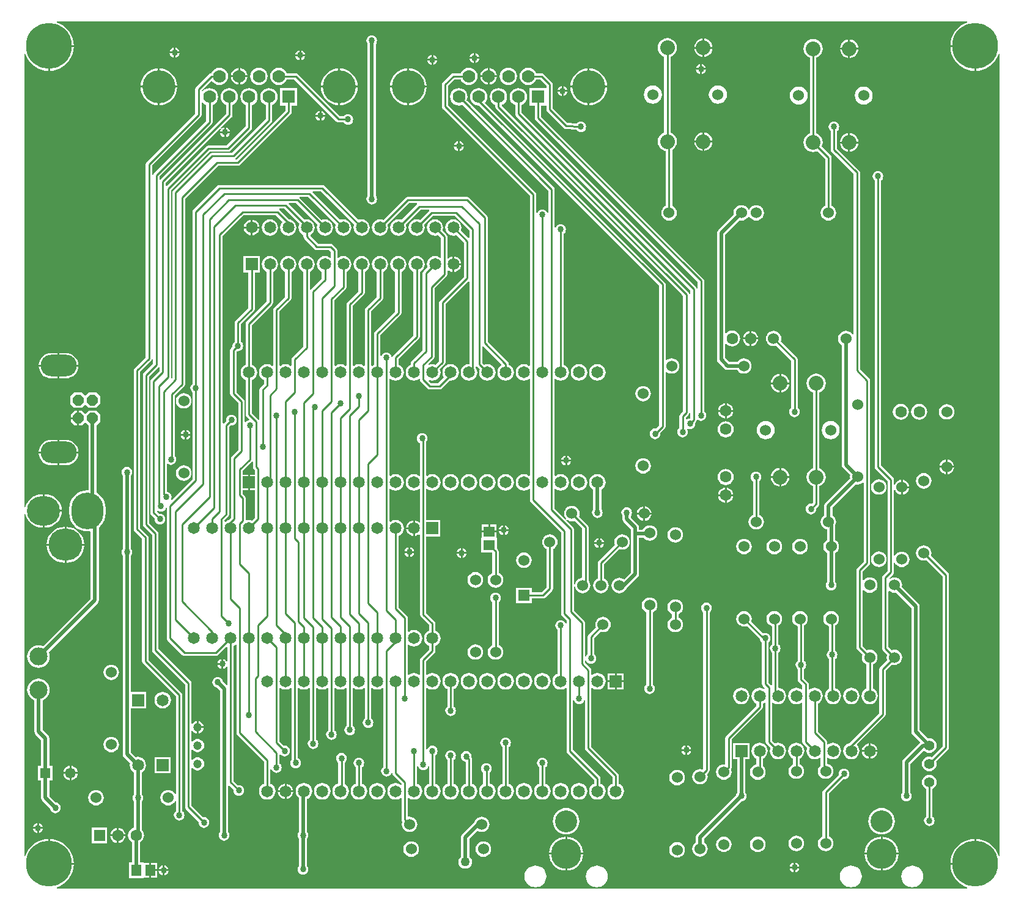
<source format=gtl>
G04 Layer_Physical_Order=1*
G04 Layer_Color=25308*
%FSLAX23Y23*%
%MOIN*%
G70*
G01*
G75*
%ADD10R,0.057X0.061*%
%ADD11R,0.061X0.057*%
%ADD12C,0.010*%
%ADD13C,0.020*%
%ADD14R,0.063X0.063*%
%ADD15C,0.063*%
%ADD16R,0.058X0.058*%
%ADD17C,0.058*%
%ADD18C,0.098*%
%ADD19O,0.185X0.175*%
%ADD20O,0.175X0.200*%
%ADD21O,0.180X0.160*%
%ADD22O,0.197X0.118*%
%ADD23P,0.064X8X292.5*%
%ADD24R,0.065X0.065*%
%ADD25C,0.065*%
%ADD26C,0.060*%
%ADD27C,0.080*%
%ADD28R,0.065X0.065*%
%ADD29C,0.065*%
%ADD30C,0.180*%
%ADD31C,0.070*%
%ADD32R,0.070X0.070*%
%ADD33R,0.060X0.060*%
%ADD34R,0.065X0.065*%
%ADD35C,0.047*%
%ADD36C,0.120*%
%ADD37C,0.165*%
%ADD38C,0.250*%
%ADD39C,0.055*%
%ADD40C,0.034*%
%ADD41C,0.050*%
G36*
X6158Y5619D02*
X6139Y5611D01*
X6120Y5600D01*
X6104Y5586D01*
X6090Y5570D01*
X6079Y5551D01*
X6071Y5532D01*
X6066Y5511D01*
X6065Y5495D01*
X6200D01*
Y5490D01*
X6205D01*
Y5355D01*
X6221Y5356D01*
X6242Y5361D01*
X6261Y5369D01*
X6280Y5380D01*
X6296Y5394D01*
X6310Y5410D01*
X6321Y5429D01*
X6329Y5448D01*
X6334Y5448D01*
Y1072D01*
X6329Y1072D01*
X6321Y1091D01*
X6310Y1110D01*
X6296Y1126D01*
X6280Y1140D01*
X6261Y1151D01*
X6242Y1159D01*
X6221Y1164D01*
X6205Y1165D01*
Y1030D01*
X6200D01*
Y1025D01*
X6065D01*
X6066Y1009D01*
X6071Y988D01*
X6079Y969D01*
X6090Y950D01*
X6104Y934D01*
X6120Y920D01*
X6139Y909D01*
X6158Y901D01*
X6158Y896D01*
X1192D01*
X1192Y901D01*
X1211Y909D01*
X1230Y920D01*
X1246Y934D01*
X1260Y950D01*
X1271Y969D01*
X1279Y988D01*
X1284Y1009D01*
X1285Y1025D01*
X1150D01*
Y1030D01*
X1145D01*
Y1165D01*
X1129Y1164D01*
X1108Y1159D01*
X1089Y1151D01*
X1070Y1140D01*
X1054Y1126D01*
X1040Y1110D01*
X1029Y1091D01*
X1021Y1072D01*
X1016Y1072D01*
Y2937D01*
X1021Y2937D01*
X1026Y2920D01*
X1035Y2905D01*
X1046Y2891D01*
X1060Y2880D01*
X1075Y2871D01*
X1092Y2866D01*
X1110Y2865D01*
X1115D01*
Y2955D01*
Y3045D01*
X1110D01*
X1092Y3044D01*
X1075Y3039D01*
X1060Y3030D01*
X1046Y3019D01*
X1035Y3005D01*
X1026Y2990D01*
X1021Y2973D01*
X1016Y2973D01*
Y5448D01*
X1021Y5448D01*
X1029Y5429D01*
X1040Y5410D01*
X1054Y5394D01*
X1070Y5380D01*
X1089Y5369D01*
X1108Y5361D01*
X1129Y5356D01*
X1145Y5355D01*
Y5490D01*
X1150D01*
Y5495D01*
X1285D01*
X1284Y5511D01*
X1279Y5532D01*
X1271Y5551D01*
X1260Y5570D01*
X1246Y5586D01*
X1230Y5600D01*
X1211Y5611D01*
X1192Y5619D01*
X1192Y5624D01*
X6158D01*
X6158Y5619D01*
D02*
G37*
%LPC*%
G36*
X4565Y2472D02*
X4554Y2471D01*
X4544Y2467D01*
X4535Y2460D01*
X4528Y2451D01*
X4524Y2441D01*
X4523Y2430D01*
X4524Y2419D01*
X4528Y2409D01*
X4535Y2400D01*
X4544Y2393D01*
X4548Y2392D01*
Y2373D01*
X4544Y2372D01*
X4535Y2365D01*
X4528Y2356D01*
X4524Y2346D01*
X4523Y2335D01*
X4524Y2324D01*
X4528Y2314D01*
X4535Y2305D01*
X4544Y2298D01*
X4554Y2294D01*
X4565Y2293D01*
X4576Y2294D01*
X4586Y2298D01*
X4595Y2305D01*
X4602Y2314D01*
X4606Y2324D01*
X4607Y2335D01*
X4606Y2346D01*
X4602Y2356D01*
X4595Y2365D01*
X4586Y2372D01*
X4582Y2373D01*
Y2392D01*
X4586Y2393D01*
X4595Y2400D01*
X4602Y2409D01*
X4606Y2419D01*
X4607Y2430D01*
X4606Y2441D01*
X4602Y2451D01*
X4595Y2460D01*
X4586Y2467D01*
X4576Y2471D01*
X4565Y2472D01*
D02*
G37*
G36*
X3585Y2509D02*
X3577Y2508D01*
X3570Y2505D01*
X3564Y2501D01*
X3560Y2495D01*
X3557Y2488D01*
X3556Y2480D01*
X3557Y2472D01*
X3560Y2465D01*
X3564Y2459D01*
X3568Y2457D01*
Y2223D01*
X3564Y2222D01*
X3555Y2215D01*
X3548Y2206D01*
X3544Y2196D01*
X3543Y2185D01*
X3544Y2174D01*
X3548Y2164D01*
X3555Y2155D01*
X3564Y2148D01*
X3574Y2144D01*
X3585Y2143D01*
X3596Y2144D01*
X3606Y2148D01*
X3615Y2155D01*
X3622Y2164D01*
X3626Y2174D01*
X3627Y2185D01*
X3626Y2196D01*
X3622Y2206D01*
X3615Y2215D01*
X3606Y2222D01*
X3602Y2223D01*
Y2457D01*
X3606Y2459D01*
X3610Y2465D01*
X3613Y2472D01*
X3614Y2480D01*
X3613Y2488D01*
X3610Y2495D01*
X3606Y2501D01*
X3600Y2505D01*
X3593Y2508D01*
X3585Y2509D01*
D02*
G37*
G36*
X3881Y2827D02*
X3870Y2826D01*
X3860Y2822D01*
X3851Y2815D01*
X3845Y2806D01*
X3840Y2796D01*
X3839Y2785D01*
X3840Y2774D01*
X3845Y2764D01*
X3851Y2755D01*
X3860Y2748D01*
X3864Y2747D01*
Y2538D01*
X3837Y2511D01*
X3782D01*
Y2536D01*
X3698D01*
Y2452D01*
X3782D01*
Y2477D01*
X3844D01*
X3851Y2478D01*
X3856Y2482D01*
X3894Y2519D01*
X3897Y2525D01*
X3899Y2531D01*
Y2747D01*
X3902Y2748D01*
X3911Y2755D01*
X3918Y2764D01*
X3922Y2774D01*
X3924Y2785D01*
X3922Y2796D01*
X3918Y2806D01*
X3911Y2815D01*
X3902Y2822D01*
X3892Y2826D01*
X3881Y2827D01*
D02*
G37*
G36*
X3475Y2621D02*
X3464Y2620D01*
X3454Y2615D01*
X3445Y2609D01*
X3438Y2600D01*
X3434Y2590D01*
X3433Y2579D01*
X3434Y2568D01*
X3438Y2558D01*
X3445Y2549D01*
X3454Y2542D01*
X3464Y2538D01*
X3475Y2536D01*
X3486Y2538D01*
X3496Y2542D01*
X3505Y2549D01*
X3512Y2558D01*
X3516Y2568D01*
X3517Y2579D01*
X3516Y2590D01*
X3512Y2600D01*
X3505Y2609D01*
X3496Y2615D01*
X3486Y2620D01*
X3475Y2621D01*
D02*
G37*
G36*
X1490Y2116D02*
X1479Y2115D01*
X1469Y2110D01*
X1460Y2104D01*
X1453Y2095D01*
X1449Y2085D01*
X1448Y2074D01*
X1449Y2063D01*
X1453Y2053D01*
X1460Y2044D01*
X1469Y2037D01*
X1479Y2033D01*
X1490Y2031D01*
X1501Y2033D01*
X1511Y2037D01*
X1520Y2044D01*
X1527Y2053D01*
X1531Y2063D01*
X1532Y2074D01*
X1531Y2085D01*
X1527Y2095D01*
X1520Y2104D01*
X1511Y2110D01*
X1501Y2115D01*
X1490Y2116D01*
D02*
G37*
G36*
X4282Y2068D02*
X4245D01*
Y2030D01*
X4282D01*
Y2068D01*
D02*
G37*
G36*
X2090Y2115D02*
X2068D01*
X2069Y2113D01*
X2071Y2106D01*
X2076Y2101D01*
X2081Y2096D01*
X2088Y2094D01*
X2090Y2093D01*
Y2115D01*
D02*
G37*
G36*
X3475Y2227D02*
X3464Y2226D01*
X3454Y2222D01*
X3445Y2215D01*
X3438Y2206D01*
X3434Y2196D01*
X3433Y2185D01*
X3434Y2174D01*
X3438Y2164D01*
X3445Y2155D01*
X3454Y2148D01*
X3464Y2144D01*
X3475Y2143D01*
X3486Y2144D01*
X3496Y2148D01*
X3505Y2155D01*
X3512Y2164D01*
X3516Y2174D01*
X3517Y2185D01*
X3516Y2196D01*
X3512Y2206D01*
X3505Y2215D01*
X3496Y2222D01*
X3486Y2226D01*
X3475Y2227D01*
D02*
G37*
G36*
X2090Y2147D02*
X2088Y2146D01*
X2081Y2144D01*
X2076Y2139D01*
X2071Y2134D01*
X2069Y2127D01*
X2068Y2125D01*
X2090D01*
Y2147D01*
D02*
G37*
G36*
X3427Y2720D02*
X3405D01*
Y2698D01*
X3407Y2699D01*
X3414Y2701D01*
X3419Y2706D01*
X3424Y2711D01*
X3426Y2718D01*
X3427Y2720D01*
D02*
G37*
G36*
X3395D02*
X3373D01*
X3374Y2718D01*
X3376Y2711D01*
X3381Y2706D01*
X3386Y2701D01*
X3393Y2699D01*
X3395Y2698D01*
Y2720D01*
D02*
G37*
G36*
X3110Y2725D02*
X3088D01*
X3089Y2723D01*
X3091Y2716D01*
X3096Y2711D01*
X3101Y2706D01*
X3108Y2704D01*
X3110Y2703D01*
Y2725D01*
D02*
G37*
G36*
X4940Y2802D02*
X4929Y2801D01*
X4919Y2797D01*
X4910Y2790D01*
X4903Y2781D01*
X4899Y2771D01*
X4898Y2760D01*
X4899Y2749D01*
X4903Y2739D01*
X4910Y2730D01*
X4919Y2723D01*
X4929Y2719D01*
X4940Y2718D01*
X4951Y2719D01*
X4961Y2723D01*
X4970Y2730D01*
X4977Y2739D01*
X4981Y2749D01*
X4982Y2760D01*
X4981Y2771D01*
X4977Y2781D01*
X4970Y2790D01*
X4961Y2797D01*
X4951Y2801D01*
X4940Y2802D01*
D02*
G37*
G36*
X3142Y2725D02*
X3120D01*
Y2703D01*
X3122Y2704D01*
X3129Y2706D01*
X3134Y2711D01*
X3139Y2716D01*
X3141Y2723D01*
X3142Y2725D01*
D02*
G37*
G36*
X3740Y2728D02*
X3729Y2727D01*
X3719Y2723D01*
X3710Y2716D01*
X3703Y2707D01*
X3699Y2697D01*
X3698Y2686D01*
X3699Y2675D01*
X3703Y2665D01*
X3710Y2656D01*
X3719Y2649D01*
X3729Y2645D01*
X3740Y2644D01*
X3751Y2645D01*
X3761Y2649D01*
X3770Y2656D01*
X3777Y2665D01*
X3781Y2675D01*
X3782Y2686D01*
X3781Y2697D01*
X3777Y2707D01*
X3770Y2716D01*
X3761Y2723D01*
X3751Y2727D01*
X3740Y2728D01*
D02*
G37*
G36*
X3591Y2837D02*
X3509D01*
Y2808D01*
X3507D01*
Y2727D01*
X3566D01*
X3568Y2725D01*
Y2617D01*
X3564Y2615D01*
X3555Y2609D01*
X3548Y2600D01*
X3544Y2590D01*
X3543Y2579D01*
X3544Y2568D01*
X3548Y2558D01*
X3555Y2549D01*
X3564Y2542D01*
X3574Y2538D01*
X3585Y2536D01*
X3596Y2538D01*
X3606Y2542D01*
X3615Y2549D01*
X3622Y2558D01*
X3626Y2568D01*
X3627Y2579D01*
X3626Y2590D01*
X3622Y2600D01*
X3615Y2609D01*
X3606Y2615D01*
X3602Y2617D01*
Y2733D01*
X3601Y2739D01*
X3597Y2745D01*
X3593Y2750D01*
Y2808D01*
X3591D01*
Y2837D01*
D02*
G37*
G36*
X5675Y2734D02*
X5664Y2732D01*
X5654Y2728D01*
X5645Y2721D01*
X5638Y2712D01*
X5634Y2702D01*
X5633Y2691D01*
X5634Y2680D01*
X5638Y2670D01*
X5645Y2661D01*
X5654Y2655D01*
X5664Y2650D01*
X5675Y2649D01*
X5686Y2650D01*
X5696Y2655D01*
X5705Y2661D01*
X5712Y2670D01*
X5716Y2680D01*
X5717Y2691D01*
X5716Y2702D01*
X5712Y2712D01*
X5705Y2721D01*
X5696Y2728D01*
X5686Y2732D01*
X5675Y2734D01*
D02*
G37*
G36*
X1342Y2765D02*
X1245D01*
Y2672D01*
X1264Y2674D01*
X1282Y2679D01*
X1299Y2689D01*
X1314Y2701D01*
X1326Y2716D01*
X1336Y2733D01*
X1341Y2751D01*
X1342Y2765D01*
D02*
G37*
G36*
X1235D02*
X1138D01*
X1139Y2751D01*
X1144Y2733D01*
X1154Y2716D01*
X1166Y2701D01*
X1181Y2689D01*
X1198Y2679D01*
X1216Y2674D01*
X1235Y2672D01*
Y2765D01*
D02*
G37*
G36*
X4235Y2068D02*
X4198D01*
Y2030D01*
X4235D01*
Y2068D01*
D02*
G37*
G36*
X1770Y1967D02*
X1758Y1966D01*
X1748Y1961D01*
X1738Y1954D01*
X1731Y1945D01*
X1727Y1934D01*
X1725Y1922D01*
X1727Y1911D01*
X1731Y1900D01*
X1738Y1890D01*
X1748Y1883D01*
X1758Y1879D01*
X1770Y1877D01*
X1782Y1879D01*
X1792Y1883D01*
X1802Y1890D01*
X1809Y1900D01*
X1813Y1911D01*
X1815Y1922D01*
X1813Y1934D01*
X1809Y1945D01*
X1802Y1954D01*
X1792Y1961D01*
X1782Y1966D01*
X1770Y1967D01*
D02*
G37*
G36*
X3340Y2070D02*
X3328Y2068D01*
X3318Y2064D01*
X3308Y2057D01*
X3301Y2047D01*
X3297Y2037D01*
X3295Y2025D01*
X3297Y2013D01*
X3301Y2003D01*
X3308Y1993D01*
X3318Y1986D01*
X3323Y1984D01*
Y1888D01*
X3319Y1886D01*
X3315Y1880D01*
X3312Y1873D01*
X3311Y1865D01*
X3312Y1857D01*
X3315Y1850D01*
X3319Y1844D01*
X3325Y1840D01*
X3332Y1837D01*
X3340Y1836D01*
X3348Y1837D01*
X3355Y1840D01*
X3361Y1844D01*
X3365Y1850D01*
X3368Y1857D01*
X3369Y1865D01*
X3368Y1873D01*
X3365Y1880D01*
X3361Y1886D01*
X3357Y1888D01*
Y1984D01*
X3362Y1986D01*
X3372Y1993D01*
X3379Y2003D01*
X3383Y2013D01*
X3385Y2025D01*
X3383Y2037D01*
X3379Y2047D01*
X3372Y2057D01*
X3362Y2064D01*
X3352Y2068D01*
X3340Y2070D01*
D02*
G37*
G36*
X4925Y1990D02*
X4913Y1988D01*
X4903Y1984D01*
X4893Y1977D01*
X4886Y1967D01*
X4882Y1957D01*
X4880Y1945D01*
X4882Y1933D01*
X4886Y1923D01*
X4893Y1913D01*
X4903Y1906D01*
X4913Y1902D01*
X4925Y1900D01*
X4937Y1902D01*
X4947Y1906D01*
X4957Y1913D01*
X4964Y1923D01*
X4968Y1933D01*
X4970Y1945D01*
X4968Y1957D01*
X4964Y1967D01*
X4957Y1977D01*
X4947Y1984D01*
X4937Y1988D01*
X4925Y1990D01*
D02*
G37*
G36*
X5525D02*
X5513Y1988D01*
X5503Y1984D01*
X5493Y1977D01*
X5486Y1967D01*
X5482Y1957D01*
X5480Y1945D01*
X5482Y1933D01*
X5486Y1923D01*
X5493Y1913D01*
X5503Y1906D01*
X5513Y1902D01*
X5525Y1900D01*
X5537Y1902D01*
X5547Y1906D01*
X5557Y1913D01*
X5564Y1923D01*
X5568Y1933D01*
X5570Y1945D01*
X5568Y1957D01*
X5564Y1967D01*
X5557Y1977D01*
X5547Y1984D01*
X5537Y1988D01*
X5525Y1990D01*
D02*
G37*
G36*
X5415Y2409D02*
X5404Y2407D01*
X5394Y2403D01*
X5385Y2396D01*
X5378Y2387D01*
X5374Y2377D01*
X5373Y2366D01*
X5374Y2355D01*
X5378Y2345D01*
X5385Y2336D01*
X5394Y2330D01*
X5403Y2326D01*
Y2193D01*
X5399Y2191D01*
X5395Y2185D01*
X5392Y2178D01*
X5391Y2170D01*
X5392Y2162D01*
X5395Y2155D01*
X5399Y2149D01*
X5403Y2147D01*
Y1984D01*
X5403Y1984D01*
X5393Y1977D01*
X5386Y1967D01*
X5382Y1957D01*
X5380Y1945D01*
X5382Y1933D01*
X5386Y1923D01*
X5393Y1913D01*
X5403Y1906D01*
X5413Y1902D01*
X5425Y1900D01*
X5437Y1902D01*
X5447Y1906D01*
X5457Y1913D01*
X5464Y1923D01*
X5468Y1933D01*
X5470Y1945D01*
X5468Y1957D01*
X5464Y1967D01*
X5457Y1977D01*
X5447Y1984D01*
X5437Y1988D01*
Y2147D01*
X5441Y2149D01*
X5445Y2155D01*
X5448Y2162D01*
X5449Y2170D01*
X5448Y2178D01*
X5445Y2185D01*
X5441Y2191D01*
X5437Y2193D01*
Y2330D01*
X5445Y2336D01*
X5452Y2345D01*
X5456Y2355D01*
X5457Y2366D01*
X5456Y2377D01*
X5452Y2387D01*
X5445Y2396D01*
X5436Y2403D01*
X5426Y2407D01*
X5415Y2409D01*
D02*
G37*
G36*
X4620Y1677D02*
X4618Y1676D01*
X4611Y1674D01*
X4606Y1669D01*
X4601Y1664D01*
X4599Y1657D01*
X4598Y1655D01*
X4620D01*
Y1677D01*
D02*
G37*
G36*
X5630Y1687D02*
Y1650D01*
X5667D01*
X5666Y1656D01*
X5662Y1666D01*
X5655Y1675D01*
X5646Y1682D01*
X5636Y1686D01*
X5630Y1687D01*
D02*
G37*
G36*
X4630Y1677D02*
Y1655D01*
X4652D01*
X4651Y1657D01*
X4649Y1664D01*
X4644Y1669D01*
X4639Y1674D01*
X4632Y1676D01*
X4630Y1677D01*
D02*
G37*
G36*
X1965Y1808D02*
Y1780D01*
X1993D01*
X1993Y1784D01*
X1989Y1792D01*
X1984Y1799D01*
X1977Y1804D01*
X1969Y1808D01*
X1965Y1808D01*
D02*
G37*
G36*
X1993Y1770D02*
X1965D01*
Y1742D01*
X1969Y1742D01*
X1977Y1746D01*
X1984Y1751D01*
X1989Y1758D01*
X1993Y1766D01*
X1993Y1770D01*
D02*
G37*
G36*
X3840Y2070D02*
X3828Y2068D01*
X3818Y2064D01*
X3808Y2057D01*
X3801Y2047D01*
X3797Y2037D01*
X3795Y2025D01*
X3797Y2013D01*
X3801Y2003D01*
X3808Y1993D01*
X3818Y1986D01*
X3828Y1982D01*
X3840Y1980D01*
X3852Y1982D01*
X3862Y1986D01*
X3872Y1993D01*
X3879Y2003D01*
X3883Y2013D01*
X3885Y2025D01*
X3883Y2037D01*
X3879Y2047D01*
X3872Y2057D01*
X3862Y2064D01*
X3852Y2068D01*
X3840Y2070D01*
D02*
G37*
G36*
X3740D02*
X3728Y2068D01*
X3718Y2064D01*
X3708Y2057D01*
X3701Y2047D01*
X3697Y2037D01*
X3695Y2025D01*
X3697Y2013D01*
X3701Y2003D01*
X3708Y1993D01*
X3718Y1986D01*
X3728Y1982D01*
X3740Y1980D01*
X3752Y1982D01*
X3762Y1986D01*
X3772Y1993D01*
X3779Y2003D01*
X3783Y2013D01*
X3785Y2025D01*
X3783Y2037D01*
X3779Y2047D01*
X3772Y2057D01*
X3762Y2064D01*
X3752Y2068D01*
X3740Y2070D01*
D02*
G37*
G36*
X4235Y2020D02*
X4198D01*
Y1982D01*
X4235D01*
Y2020D01*
D02*
G37*
G36*
X5105Y2409D02*
X5094Y2407D01*
X5084Y2403D01*
X5075Y2396D01*
X5068Y2387D01*
X5064Y2377D01*
X5063Y2366D01*
X5064Y2355D01*
X5068Y2345D01*
X5075Y2336D01*
X5084Y2330D01*
X5093Y2326D01*
Y2228D01*
X5089Y2226D01*
X5085Y2220D01*
X5082Y2213D01*
X5081Y2205D01*
X5082Y2197D01*
X5085Y2190D01*
X5089Y2184D01*
X5093Y2182D01*
Y2003D01*
X5088Y2002D01*
X5087Y2002D01*
X5072Y2017D01*
Y2237D01*
X5076Y2239D01*
X5080Y2245D01*
X5083Y2252D01*
X5084Y2260D01*
X5083Y2268D01*
X5080Y2275D01*
X5076Y2281D01*
X5070Y2285D01*
X5063Y2288D01*
X5055Y2289D01*
X5047Y2288D01*
X5044Y2287D01*
X4979Y2351D01*
X4981Y2355D01*
X4982Y2366D01*
X4981Y2377D01*
X4977Y2387D01*
X4970Y2396D01*
X4961Y2403D01*
X4951Y2407D01*
X4940Y2409D01*
X4929Y2407D01*
X4919Y2403D01*
X4910Y2396D01*
X4903Y2387D01*
X4899Y2377D01*
X4898Y2366D01*
X4899Y2355D01*
X4903Y2345D01*
X4910Y2336D01*
X4919Y2330D01*
X4929Y2325D01*
X4940Y2324D01*
X4951Y2325D01*
X4955Y2327D01*
X5026Y2255D01*
X5027Y2252D01*
X5030Y2245D01*
X5034Y2239D01*
X5038Y2237D01*
Y2010D01*
X5039Y2003D01*
X5043Y1998D01*
X5054Y1986D01*
X5054Y1985D01*
X5049Y1983D01*
X5047Y1984D01*
X5037Y1988D01*
X5025Y1990D01*
X5013Y1988D01*
X5003Y1984D01*
X4993Y1977D01*
X4986Y1967D01*
X4982Y1957D01*
X4980Y1945D01*
X4982Y1933D01*
X4986Y1923D01*
X4993Y1913D01*
X5003Y1906D01*
X5008Y1904D01*
Y1892D01*
X4843Y1727D01*
X4839Y1722D01*
X4838Y1715D01*
Y1575D01*
X4834Y1572D01*
X4830Y1572D01*
X4819Y1571D01*
X4809Y1567D01*
X4800Y1560D01*
X4793Y1551D01*
X4789Y1541D01*
X4788Y1530D01*
X4789Y1519D01*
X4793Y1509D01*
X4800Y1500D01*
X4809Y1493D01*
X4819Y1489D01*
X4830Y1488D01*
X4841Y1489D01*
X4851Y1493D01*
X4860Y1500D01*
X4867Y1509D01*
X4871Y1519D01*
X4872Y1530D01*
X4871Y1541D01*
X4869Y1545D01*
X4871Y1548D01*
X4872Y1555D01*
Y1708D01*
X5037Y1873D01*
X5041Y1878D01*
X5042Y1885D01*
Y1904D01*
X5047Y1906D01*
X5053Y1910D01*
X5058Y1908D01*
Y1695D01*
X5059Y1688D01*
X5063Y1683D01*
X5084Y1662D01*
X5082Y1657D01*
X5080Y1645D01*
X5082Y1633D01*
X5086Y1623D01*
X5093Y1613D01*
X5103Y1606D01*
X5113Y1602D01*
X5125Y1600D01*
X5137Y1602D01*
X5147Y1606D01*
X5157Y1613D01*
X5164Y1623D01*
X5168Y1633D01*
X5170Y1645D01*
X5168Y1657D01*
X5164Y1667D01*
X5157Y1677D01*
X5147Y1684D01*
X5137Y1688D01*
X5125Y1690D01*
X5113Y1688D01*
X5108Y1686D01*
X5092Y1702D01*
Y1908D01*
X5097Y1910D01*
X5103Y1906D01*
X5113Y1902D01*
X5125Y1900D01*
X5137Y1902D01*
X5147Y1906D01*
X5157Y1913D01*
X5164Y1923D01*
X5168Y1933D01*
X5170Y1945D01*
X5168Y1957D01*
X5164Y1967D01*
X5157Y1977D01*
X5147Y1984D01*
X5137Y1988D01*
X5127Y1990D01*
Y2182D01*
X5131Y2184D01*
X5135Y2190D01*
X5138Y2197D01*
X5139Y2205D01*
X5138Y2213D01*
X5135Y2220D01*
X5131Y2226D01*
X5127Y2228D01*
Y2330D01*
X5135Y2336D01*
X5142Y2345D01*
X5146Y2355D01*
X5147Y2366D01*
X5146Y2377D01*
X5142Y2387D01*
X5135Y2396D01*
X5126Y2403D01*
X5116Y2407D01*
X5105Y2409D01*
D02*
G37*
G36*
X4282Y2020D02*
X4245D01*
Y1982D01*
X4282D01*
Y2020D01*
D02*
G37*
G36*
X5245Y2409D02*
X5234Y2407D01*
X5224Y2403D01*
X5215Y2396D01*
X5208Y2387D01*
X5204Y2377D01*
X5203Y2366D01*
X5204Y2355D01*
X5208Y2345D01*
X5215Y2336D01*
X5224Y2330D01*
X5233Y2326D01*
Y2138D01*
X5229Y2136D01*
X5225Y2130D01*
X5222Y2123D01*
X5221Y2115D01*
X5222Y2107D01*
X5225Y2100D01*
X5229Y2094D01*
X5233Y2092D01*
Y2035D01*
X5234Y2028D01*
X5238Y2023D01*
X5258Y2003D01*
Y1982D01*
X5253Y1980D01*
X5247Y1984D01*
X5237Y1988D01*
X5225Y1990D01*
X5213Y1988D01*
X5203Y1984D01*
X5193Y1977D01*
X5186Y1967D01*
X5182Y1957D01*
X5180Y1945D01*
X5182Y1933D01*
X5186Y1923D01*
X5193Y1913D01*
X5203Y1906D01*
X5213Y1902D01*
X5225Y1900D01*
X5237Y1902D01*
X5247Y1906D01*
X5253Y1910D01*
X5258Y1908D01*
Y1695D01*
X5259Y1688D01*
X5263Y1683D01*
X5284Y1662D01*
X5282Y1657D01*
X5280Y1645D01*
X5282Y1633D01*
X5286Y1623D01*
X5293Y1613D01*
X5303Y1606D01*
X5313Y1602D01*
X5325Y1600D01*
X5337Y1602D01*
X5347Y1606D01*
X5353Y1610D01*
X5358Y1608D01*
Y1567D01*
X5355Y1565D01*
X5348Y1556D01*
X5344Y1546D01*
X5343Y1535D01*
X5344Y1524D01*
X5348Y1514D01*
X5355Y1505D01*
X5364Y1498D01*
X5374Y1494D01*
X5385Y1493D01*
X5396Y1494D01*
X5406Y1498D01*
X5415Y1505D01*
X5422Y1514D01*
X5426Y1524D01*
X5427Y1535D01*
X5426Y1546D01*
X5422Y1556D01*
X5415Y1565D01*
X5406Y1572D01*
X5396Y1576D01*
X5392Y1576D01*
Y1608D01*
X5397Y1610D01*
X5403Y1606D01*
X5413Y1602D01*
X5425Y1600D01*
X5437Y1602D01*
X5447Y1606D01*
X5457Y1613D01*
X5464Y1623D01*
X5468Y1633D01*
X5470Y1645D01*
X5468Y1657D01*
X5464Y1667D01*
X5457Y1677D01*
X5447Y1684D01*
X5437Y1688D01*
X5425Y1690D01*
X5413Y1688D01*
X5403Y1684D01*
X5397Y1680D01*
X5392Y1682D01*
Y1695D01*
X5391Y1702D01*
X5387Y1707D01*
X5342Y1752D01*
Y1904D01*
X5347Y1906D01*
X5357Y1913D01*
X5364Y1923D01*
X5368Y1933D01*
X5370Y1945D01*
X5368Y1957D01*
X5364Y1967D01*
X5357Y1977D01*
X5347Y1984D01*
X5337Y1988D01*
X5325Y1990D01*
X5313Y1988D01*
X5303Y1984D01*
X5297Y1980D01*
X5292Y1982D01*
Y2010D01*
X5291Y2017D01*
X5287Y2022D01*
X5267Y2042D01*
Y2092D01*
X5271Y2094D01*
X5275Y2100D01*
X5278Y2107D01*
X5279Y2115D01*
X5278Y2123D01*
X5275Y2130D01*
X5271Y2136D01*
X5267Y2138D01*
Y2330D01*
X5275Y2336D01*
X5282Y2345D01*
X5286Y2355D01*
X5287Y2366D01*
X5286Y2377D01*
X5282Y2387D01*
X5275Y2396D01*
X5266Y2403D01*
X5256Y2407D01*
X5245Y2409D01*
D02*
G37*
G36*
X4425Y2482D02*
X4414Y2481D01*
X4404Y2477D01*
X4395Y2470D01*
X4388Y2461D01*
X4384Y2451D01*
X4383Y2440D01*
X4384Y2429D01*
X4388Y2419D01*
X4395Y2410D01*
X4404Y2403D01*
X4408Y2402D01*
Y2008D01*
X4404Y2006D01*
X4400Y2000D01*
X4397Y1993D01*
X4396Y1985D01*
X4397Y1977D01*
X4400Y1970D01*
X4404Y1964D01*
X4410Y1960D01*
X4417Y1957D01*
X4425Y1956D01*
X4433Y1957D01*
X4440Y1960D01*
X4446Y1964D01*
X4450Y1970D01*
X4453Y1977D01*
X4454Y1985D01*
X4453Y1993D01*
X4450Y2000D01*
X4446Y2006D01*
X4442Y2008D01*
Y2402D01*
X4446Y2403D01*
X4455Y2410D01*
X4462Y2419D01*
X4466Y2429D01*
X4467Y2440D01*
X4466Y2451D01*
X4462Y2461D01*
X4455Y2470D01*
X4446Y2477D01*
X4436Y2481D01*
X4425Y2482D01*
D02*
G37*
G36*
X3440Y2070D02*
X3428Y2068D01*
X3418Y2064D01*
X3408Y2057D01*
X3401Y2047D01*
X3397Y2037D01*
X3395Y2025D01*
X3397Y2013D01*
X3401Y2003D01*
X3408Y1993D01*
X3418Y1986D01*
X3428Y1982D01*
X3440Y1980D01*
X3452Y1982D01*
X3462Y1986D01*
X3472Y1993D01*
X3479Y2003D01*
X3483Y2013D01*
X3485Y2025D01*
X3483Y2037D01*
X3479Y2047D01*
X3472Y2057D01*
X3462Y2064D01*
X3452Y2068D01*
X3440Y2070D01*
D02*
G37*
G36*
X3640D02*
X3628Y2068D01*
X3618Y2064D01*
X3608Y2057D01*
X3601Y2047D01*
X3597Y2037D01*
X3595Y2025D01*
X3597Y2013D01*
X3601Y2003D01*
X3608Y1993D01*
X3618Y1986D01*
X3628Y1982D01*
X3640Y1980D01*
X3652Y1982D01*
X3662Y1986D01*
X3672Y1993D01*
X3679Y2003D01*
X3683Y2013D01*
X3685Y2025D01*
X3683Y2037D01*
X3679Y2047D01*
X3672Y2057D01*
X3662Y2064D01*
X3652Y2068D01*
X3640Y2070D01*
D02*
G37*
G36*
X3540D02*
X3528Y2068D01*
X3518Y2064D01*
X3508Y2057D01*
X3501Y2047D01*
X3497Y2037D01*
X3495Y2025D01*
X3497Y2013D01*
X3501Y2003D01*
X3508Y1993D01*
X3518Y1986D01*
X3528Y1982D01*
X3540Y1980D01*
X3552Y1982D01*
X3562Y1986D01*
X3572Y1993D01*
X3579Y2003D01*
X3583Y2013D01*
X3585Y2025D01*
X3583Y2037D01*
X3579Y2047D01*
X3572Y2057D01*
X3562Y2064D01*
X3552Y2068D01*
X3540Y2070D01*
D02*
G37*
G36*
X4435Y2935D02*
X4400D01*
Y2900D01*
X4405Y2901D01*
X4415Y2905D01*
X4424Y2911D01*
X4430Y2920D01*
X4434Y2930D01*
X4435Y2935D01*
D02*
G37*
G36*
X4390D02*
X4355D01*
X4356Y2930D01*
X4360Y2920D01*
X4366Y2911D01*
X4375Y2905D01*
X4385Y2901D01*
X4390Y2900D01*
Y2935D01*
D02*
G37*
G36*
X4140Y3155D02*
X4128Y3153D01*
X4118Y3149D01*
X4108Y3142D01*
X4101Y3132D01*
X4097Y3122D01*
X4095Y3110D01*
X4097Y3098D01*
X4101Y3088D01*
X4108Y3078D01*
X4118Y3071D01*
X4118Y3071D01*
Y2963D01*
X4115Y2960D01*
X4112Y2953D01*
X4111Y2945D01*
X4112Y2937D01*
X4115Y2930D01*
X4119Y2924D01*
X4125Y2920D01*
X4132Y2917D01*
X4140Y2916D01*
X4148Y2917D01*
X4155Y2920D01*
X4161Y2924D01*
X4165Y2930D01*
X4168Y2937D01*
X4169Y2945D01*
X4168Y2953D01*
X4165Y2960D01*
X4162Y2963D01*
Y3071D01*
X4162Y3071D01*
X4172Y3078D01*
X4179Y3088D01*
X4183Y3098D01*
X4185Y3110D01*
X4183Y3122D01*
X4179Y3132D01*
X4172Y3142D01*
X4162Y3149D01*
X4152Y3153D01*
X4140Y3155D01*
D02*
G37*
G36*
X4400Y2980D02*
Y2945D01*
X4435D01*
X4434Y2950D01*
X4430Y2960D01*
X4424Y2969D01*
X4415Y2975D01*
X4405Y2979D01*
X4400Y2980D01*
D02*
G37*
G36*
X4390D02*
X4385Y2979D01*
X4375Y2975D01*
X4366Y2969D01*
X4360Y2960D01*
X4356Y2950D01*
X4355Y2945D01*
X4390D01*
Y2980D01*
D02*
G37*
G36*
X3625Y2877D02*
X3623Y2876D01*
X3616Y2874D01*
X3611Y2869D01*
X3606Y2864D01*
X3604Y2857D01*
X3603Y2855D01*
X3625D01*
Y2877D01*
D02*
G37*
G36*
X5005Y3169D02*
X4997Y3168D01*
X4990Y3165D01*
X4984Y3161D01*
X4980Y3155D01*
X4977Y3148D01*
X4976Y3140D01*
X4977Y3132D01*
X4980Y3125D01*
X4984Y3119D01*
X4989Y3116D01*
Y2933D01*
X4985Y2932D01*
X4976Y2925D01*
X4970Y2916D01*
X4965Y2906D01*
X4964Y2895D01*
X4965Y2884D01*
X4970Y2874D01*
X4976Y2865D01*
X4985Y2858D01*
X4995Y2854D01*
X5006Y2853D01*
X5017Y2854D01*
X5027Y2858D01*
X5036Y2865D01*
X5043Y2874D01*
X5047Y2884D01*
X5049Y2895D01*
X5047Y2906D01*
X5043Y2916D01*
X5036Y2925D01*
X5027Y2932D01*
X5024Y2933D01*
Y3118D01*
X5026Y3119D01*
X5030Y3125D01*
X5033Y3132D01*
X5034Y3140D01*
X5033Y3148D01*
X5030Y3155D01*
X5026Y3161D01*
X5020Y3165D01*
X5013Y3168D01*
X5005Y3169D01*
D02*
G37*
G36*
X3635Y2877D02*
Y2855D01*
X3657D01*
X3656Y2857D01*
X3654Y2864D01*
X3649Y2869D01*
X3644Y2874D01*
X3637Y2876D01*
X3635Y2877D01*
D02*
G37*
G36*
X3135Y2902D02*
X3129Y2901D01*
X3119Y2897D01*
X3110Y2890D01*
X3103Y2881D01*
X3099Y2871D01*
X3098Y2865D01*
X3135D01*
Y2902D01*
D02*
G37*
G36*
X1220Y2950D02*
X1125D01*
Y2865D01*
X1130D01*
X1148Y2866D01*
X1165Y2871D01*
X1180Y2880D01*
X1194Y2891D01*
X1205Y2905D01*
X1214Y2920D01*
X1219Y2937D01*
X1220Y2950D01*
D02*
G37*
G36*
X5840Y3079D02*
X5805D01*
Y3044D01*
X5810Y3045D01*
X5820Y3049D01*
X5829Y3055D01*
X5835Y3064D01*
X5839Y3073D01*
X5840Y3079D01*
D02*
G37*
G36*
X5670Y4809D02*
X5662Y4808D01*
X5655Y4805D01*
X5649Y4801D01*
X5645Y4795D01*
X5642Y4788D01*
X5641Y4780D01*
X5642Y4772D01*
X5645Y4765D01*
X5649Y4759D01*
X5653Y4757D01*
Y3195D01*
X5654Y3188D01*
X5658Y3183D01*
X5723Y3118D01*
Y2627D01*
X5698Y2602D01*
X5694Y2597D01*
X5693Y2590D01*
Y2206D01*
X5694Y2200D01*
X5698Y2194D01*
X5721Y2171D01*
X5719Y2167D01*
X5718Y2156D01*
X5719Y2145D01*
X5721Y2141D01*
X5683Y2104D01*
X5679Y2098D01*
X5678Y2091D01*
Y1852D01*
X5514Y1688D01*
X5513Y1688D01*
X5503Y1684D01*
X5493Y1677D01*
X5486Y1667D01*
X5482Y1657D01*
X5480Y1645D01*
X5482Y1633D01*
X5486Y1623D01*
X5493Y1613D01*
X5503Y1606D01*
X5513Y1602D01*
X5525Y1600D01*
X5537Y1602D01*
X5547Y1606D01*
X5557Y1613D01*
X5564Y1623D01*
X5568Y1633D01*
X5570Y1645D01*
X5568Y1657D01*
X5564Y1667D01*
X5557Y1677D01*
X5557Y1677D01*
X5556Y1682D01*
X5707Y1833D01*
X5711Y1838D01*
X5712Y1845D01*
Y2084D01*
X5745Y2117D01*
X5749Y2115D01*
X5760Y2114D01*
X5771Y2115D01*
X5781Y2120D01*
X5790Y2126D01*
X5797Y2135D01*
X5801Y2145D01*
X5802Y2156D01*
X5801Y2167D01*
X5797Y2177D01*
X5790Y2186D01*
X5781Y2193D01*
X5771Y2197D01*
X5760Y2199D01*
X5749Y2197D01*
X5745Y2196D01*
X5727Y2213D01*
Y2516D01*
X5732Y2518D01*
X5739Y2513D01*
X5749Y2509D01*
X5760Y2508D01*
X5769Y2509D01*
X5853Y2426D01*
Y1750D01*
X5854Y1741D01*
X5859Y1734D01*
X5899Y1694D01*
X5899Y1691D01*
X5809Y1601D01*
X5804Y1594D01*
X5803Y1585D01*
Y1418D01*
X5800Y1415D01*
X5797Y1408D01*
X5796Y1400D01*
X5797Y1392D01*
X5800Y1385D01*
X5804Y1379D01*
X5810Y1375D01*
X5817Y1372D01*
X5825Y1371D01*
X5833Y1372D01*
X5840Y1375D01*
X5846Y1379D01*
X5850Y1385D01*
X5853Y1392D01*
X5854Y1400D01*
X5853Y1408D01*
X5850Y1415D01*
X5847Y1418D01*
Y1576D01*
X5919Y1647D01*
X5922Y1647D01*
X5930Y1640D01*
X5940Y1636D01*
X5950Y1635D01*
X5960Y1636D01*
X5970Y1640D01*
X5978Y1647D01*
X5985Y1655D01*
X5989Y1665D01*
X5990Y1675D01*
X5989Y1685D01*
X5985Y1695D01*
X5978Y1703D01*
X5970Y1710D01*
X5960Y1714D01*
X5950Y1715D01*
X5943Y1714D01*
X5897Y1759D01*
Y2435D01*
X5896Y2444D01*
X5891Y2451D01*
X5801Y2541D01*
X5802Y2550D01*
X5801Y2561D01*
X5797Y2571D01*
X5790Y2580D01*
X5781Y2587D01*
X5771Y2591D01*
X5760Y2592D01*
X5749Y2591D01*
X5739Y2587D01*
X5737Y2585D01*
X5733Y2589D01*
X5752Y2608D01*
X5756Y2613D01*
X5757Y2620D01*
Y2670D01*
X5762Y2671D01*
X5763Y2669D01*
X5770Y2660D01*
X5779Y2653D01*
X5789Y2649D01*
X5800Y2648D01*
X5811Y2649D01*
X5821Y2653D01*
X5830Y2660D01*
X5837Y2669D01*
X5841Y2679D01*
X5842Y2690D01*
X5841Y2701D01*
X5837Y2711D01*
X5830Y2720D01*
X5821Y2727D01*
X5811Y2731D01*
X5800Y2732D01*
X5789Y2731D01*
X5779Y2727D01*
X5770Y2720D01*
X5763Y2711D01*
X5762Y2709D01*
X5757Y2710D01*
Y3069D01*
X5762Y3070D01*
X5765Y3064D01*
X5771Y3055D01*
X5780Y3049D01*
X5790Y3045D01*
X5795Y3044D01*
Y3084D01*
Y3123D01*
X5790Y3123D01*
X5780Y3119D01*
X5771Y3112D01*
X5765Y3104D01*
X5762Y3097D01*
X5757Y3098D01*
Y3125D01*
X5756Y3132D01*
X5752Y3137D01*
X5752Y3137D01*
X5687Y3202D01*
Y4757D01*
X5691Y4759D01*
X5695Y4765D01*
X5698Y4772D01*
X5699Y4780D01*
X5698Y4788D01*
X5695Y4795D01*
X5691Y4801D01*
X5685Y4805D01*
X5678Y4808D01*
X5670Y4809D01*
D02*
G37*
G36*
X4835Y3081D02*
X4829Y3080D01*
X4819Y3076D01*
X4810Y3070D01*
X4804Y3061D01*
X4800Y3051D01*
X4799Y3045D01*
X4835D01*
Y3081D01*
D02*
G37*
G36*
X3340Y3155D02*
X3328Y3153D01*
X3318Y3149D01*
X3308Y3142D01*
X3301Y3132D01*
X3297Y3122D01*
X3295Y3110D01*
X3297Y3098D01*
X3301Y3088D01*
X3308Y3078D01*
X3318Y3071D01*
X3328Y3067D01*
X3340Y3065D01*
X3352Y3067D01*
X3362Y3071D01*
X3372Y3078D01*
X3379Y3088D01*
X3383Y3098D01*
X3385Y3110D01*
X3383Y3122D01*
X3379Y3132D01*
X3372Y3142D01*
X3362Y3149D01*
X3352Y3153D01*
X3340Y3155D01*
D02*
G37*
G36*
X4845Y3081D02*
Y3045D01*
X4881D01*
X4880Y3051D01*
X4876Y3061D01*
X4870Y3070D01*
X4861Y3076D01*
X4851Y3080D01*
X4845Y3081D01*
D02*
G37*
G36*
X5333Y3703D02*
X5320Y3702D01*
X5307Y3696D01*
X5296Y3688D01*
X5288Y3677D01*
X5283Y3664D01*
X5281Y3651D01*
X5283Y3637D01*
X5288Y3625D01*
X5296Y3614D01*
X5307Y3605D01*
X5316Y3602D01*
Y3188D01*
X5307Y3185D01*
X5296Y3176D01*
X5288Y3165D01*
X5283Y3153D01*
X5281Y3139D01*
X5283Y3126D01*
X5288Y3113D01*
X5296Y3102D01*
X5307Y3094D01*
X5316Y3090D01*
Y3001D01*
X5309Y2994D01*
X5305Y2994D01*
X5297Y2993D01*
X5290Y2990D01*
X5284Y2986D01*
X5280Y2980D01*
X5277Y2973D01*
X5276Y2965D01*
X5277Y2957D01*
X5280Y2950D01*
X5284Y2944D01*
X5290Y2940D01*
X5297Y2937D01*
X5305Y2936D01*
X5313Y2937D01*
X5320Y2940D01*
X5326Y2944D01*
X5330Y2950D01*
X5333Y2957D01*
X5334Y2965D01*
X5334Y2969D01*
X5346Y2981D01*
X5349Y2987D01*
X5351Y2993D01*
Y3090D01*
X5360Y3094D01*
X5371Y3102D01*
X5379Y3113D01*
X5384Y3126D01*
X5386Y3139D01*
X5384Y3153D01*
X5379Y3165D01*
X5371Y3176D01*
X5360Y3185D01*
X5351Y3188D01*
Y3602D01*
X5360Y3605D01*
X5371Y3614D01*
X5379Y3625D01*
X5384Y3637D01*
X5386Y3651D01*
X5384Y3664D01*
X5379Y3677D01*
X5371Y3688D01*
X5360Y3696D01*
X5347Y3702D01*
X5333Y3703D01*
D02*
G37*
G36*
X1130Y3045D02*
X1125D01*
Y2960D01*
X1220D01*
X1219Y2973D01*
X1214Y2990D01*
X1205Y3005D01*
X1194Y3019D01*
X1180Y3030D01*
X1165Y3039D01*
X1148Y3044D01*
X1130Y3045D01*
D02*
G37*
G36*
X4835Y3035D02*
X4799D01*
X4800Y3029D01*
X4804Y3019D01*
X4810Y3010D01*
X4819Y3004D01*
X4829Y3000D01*
X4835Y2999D01*
Y3035D01*
D02*
G37*
G36*
X5675Y3127D02*
X5664Y3126D01*
X5654Y3122D01*
X5645Y3115D01*
X5638Y3106D01*
X5634Y3096D01*
X5633Y3085D01*
X5634Y3074D01*
X5638Y3064D01*
X5645Y3055D01*
X5654Y3048D01*
X5664Y3044D01*
X5675Y3043D01*
X5686Y3044D01*
X5696Y3048D01*
X5705Y3055D01*
X5712Y3064D01*
X5716Y3074D01*
X5717Y3085D01*
X5716Y3096D01*
X5712Y3106D01*
X5705Y3115D01*
X5696Y3122D01*
X5686Y3126D01*
X5675Y3127D01*
D02*
G37*
G36*
X4881Y3035D02*
X4845D01*
Y2999D01*
X4851Y3000D01*
X4861Y3004D01*
X4870Y3010D01*
X4876Y3019D01*
X4880Y3029D01*
X4881Y3035D01*
D02*
G37*
G36*
X4275Y2827D02*
X4264Y2826D01*
X4254Y2822D01*
X4245Y2815D01*
X4238Y2806D01*
X4234Y2796D01*
X4233Y2785D01*
X4234Y2774D01*
X4236Y2770D01*
X4148Y2682D01*
X4144Y2677D01*
X4143Y2670D01*
Y2586D01*
X4139Y2585D01*
X4130Y2578D01*
X4123Y2569D01*
X4119Y2559D01*
X4118Y2548D01*
X4119Y2537D01*
X4123Y2527D01*
X4130Y2518D01*
X4139Y2511D01*
X4149Y2507D01*
X4160Y2506D01*
X4171Y2507D01*
X4181Y2511D01*
X4190Y2518D01*
X4197Y2527D01*
X4201Y2537D01*
X4202Y2548D01*
X4201Y2559D01*
X4197Y2569D01*
X4190Y2578D01*
X4181Y2585D01*
X4177Y2586D01*
Y2663D01*
X4260Y2746D01*
X4264Y2744D01*
X4275Y2743D01*
X4286Y2744D01*
X4296Y2748D01*
X4305Y2755D01*
X4312Y2764D01*
X4316Y2774D01*
X4317Y2785D01*
X4316Y2796D01*
X4312Y2806D01*
X4305Y2815D01*
X4296Y2822D01*
X4286Y2826D01*
X4275Y2827D01*
D02*
G37*
G36*
X3120Y2757D02*
Y2735D01*
X3142D01*
X3141Y2737D01*
X3139Y2744D01*
X3134Y2749D01*
X3129Y2754D01*
X3122Y2756D01*
X3120Y2757D01*
D02*
G37*
G36*
X4145Y2775D02*
X4123D01*
X4124Y2773D01*
X4126Y2766D01*
X4131Y2761D01*
X4136Y2756D01*
X4143Y2754D01*
X4145Y2753D01*
Y2775D01*
D02*
G37*
G36*
X1235Y2868D02*
X1216Y2866D01*
X1198Y2861D01*
X1181Y2851D01*
X1166Y2839D01*
X1154Y2824D01*
X1144Y2807D01*
X1139Y2789D01*
X1138Y2775D01*
X1235D01*
Y2868D01*
D02*
G37*
G36*
X4177Y2775D02*
X4155D01*
Y2753D01*
X4157Y2754D01*
X4164Y2756D01*
X4169Y2761D01*
X4174Y2766D01*
X4176Y2773D01*
X4177Y2775D01*
D02*
G37*
G36*
X5245Y2802D02*
X5234Y2801D01*
X5224Y2797D01*
X5215Y2790D01*
X5208Y2781D01*
X5204Y2771D01*
X5203Y2760D01*
X5204Y2749D01*
X5208Y2739D01*
X5215Y2730D01*
X5224Y2723D01*
X5234Y2719D01*
X5245Y2718D01*
X5256Y2719D01*
X5266Y2723D01*
X5275Y2730D01*
X5282Y2739D01*
X5286Y2749D01*
X5287Y2760D01*
X5286Y2771D01*
X5282Y2781D01*
X5275Y2790D01*
X5266Y2797D01*
X5256Y2801D01*
X5245Y2802D01*
D02*
G37*
G36*
X5105D02*
X5094Y2801D01*
X5084Y2797D01*
X5075Y2790D01*
X5068Y2781D01*
X5064Y2771D01*
X5063Y2760D01*
X5064Y2749D01*
X5068Y2739D01*
X5075Y2730D01*
X5084Y2723D01*
X5094Y2719D01*
X5105Y2718D01*
X5116Y2719D01*
X5126Y2723D01*
X5135Y2730D01*
X5142Y2739D01*
X5146Y2749D01*
X5147Y2760D01*
X5146Y2771D01*
X5142Y2781D01*
X5135Y2790D01*
X5126Y2797D01*
X5116Y2801D01*
X5105Y2802D01*
D02*
G37*
G36*
X3395Y2752D02*
X3393Y2751D01*
X3386Y2749D01*
X3381Y2744D01*
X3376Y2739D01*
X3374Y2732D01*
X3373Y2730D01*
X3395D01*
Y2752D01*
D02*
G37*
G36*
X3110Y2757D02*
X3108Y2756D01*
X3101Y2754D01*
X3096Y2749D01*
X3091Y2744D01*
X3089Y2737D01*
X3088Y2735D01*
X3110D01*
Y2757D01*
D02*
G37*
G36*
X3405Y2752D02*
Y2730D01*
X3427D01*
X3426Y2732D01*
X3424Y2739D01*
X3419Y2744D01*
X3414Y2749D01*
X3407Y2751D01*
X3405Y2752D01*
D02*
G37*
G36*
X3625Y2845D02*
X3603D01*
X3604Y2843D01*
X3606Y2836D01*
X3611Y2831D01*
X3616Y2826D01*
X3623Y2824D01*
X3625Y2823D01*
Y2845D01*
D02*
G37*
G36*
X3135Y2855D02*
X3098D01*
X3099Y2849D01*
X3103Y2839D01*
X3110Y2830D01*
X3119Y2823D01*
X3129Y2819D01*
X3135Y2818D01*
Y2855D01*
D02*
G37*
G36*
X3657Y2845D02*
X3635D01*
Y2823D01*
X3637Y2824D01*
X3644Y2826D01*
X3649Y2831D01*
X3654Y2836D01*
X3656Y2843D01*
X3657Y2845D01*
D02*
G37*
G36*
X3591Y2881D02*
X3555D01*
Y2847D01*
X3591D01*
Y2881D01*
D02*
G37*
G36*
X3545D02*
X3509D01*
Y2847D01*
X3545D01*
Y2881D01*
D02*
G37*
G36*
X4565Y2866D02*
X4554Y2865D01*
X4544Y2860D01*
X4535Y2854D01*
X4528Y2845D01*
X4524Y2835D01*
X4523Y2824D01*
X4524Y2813D01*
X4528Y2803D01*
X4535Y2794D01*
X4544Y2787D01*
X4554Y2783D01*
X4565Y2781D01*
X4576Y2783D01*
X4586Y2787D01*
X4595Y2794D01*
X4602Y2803D01*
X4606Y2813D01*
X4607Y2824D01*
X4606Y2835D01*
X4602Y2845D01*
X4595Y2854D01*
X4586Y2860D01*
X4576Y2865D01*
X4565Y2866D01*
D02*
G37*
G36*
X1245Y2868D02*
Y2775D01*
X1342D01*
X1341Y2789D01*
X1336Y2807D01*
X1326Y2824D01*
X1314Y2839D01*
X1299Y2851D01*
X1282Y2861D01*
X1264Y2866D01*
X1245Y2868D01*
D02*
G37*
G36*
X4145Y2807D02*
X4143Y2806D01*
X4136Y2804D01*
X4131Y2799D01*
X4126Y2794D01*
X4124Y2787D01*
X4123Y2785D01*
X4145D01*
Y2807D01*
D02*
G37*
G36*
X4300Y2974D02*
X4292Y2973D01*
X4285Y2970D01*
X4279Y2966D01*
X4275Y2960D01*
X4272Y2953D01*
X4271Y2945D01*
X4272Y2937D01*
X4275Y2930D01*
X4278Y2927D01*
Y2910D01*
X4279Y2901D01*
X4284Y2894D01*
X4323Y2856D01*
Y2830D01*
Y2619D01*
X4285Y2582D01*
X4281Y2585D01*
X4271Y2589D01*
X4260Y2590D01*
X4249Y2589D01*
X4239Y2585D01*
X4230Y2578D01*
X4223Y2569D01*
X4219Y2559D01*
X4218Y2548D01*
X4219Y2537D01*
X4223Y2527D01*
X4230Y2518D01*
X4239Y2511D01*
X4249Y2507D01*
X4260Y2506D01*
X4271Y2507D01*
X4281Y2511D01*
X4290Y2518D01*
X4297Y2527D01*
X4299Y2532D01*
X4299Y2532D01*
X4361Y2594D01*
X4366Y2601D01*
X4367Y2610D01*
Y2808D01*
X4392D01*
X4395Y2804D01*
X4404Y2797D01*
X4414Y2793D01*
X4425Y2791D01*
X4436Y2793D01*
X4446Y2797D01*
X4455Y2804D01*
X4462Y2813D01*
X4466Y2823D01*
X4467Y2834D01*
X4466Y2845D01*
X4462Y2855D01*
X4455Y2864D01*
X4446Y2870D01*
X4436Y2875D01*
X4425Y2876D01*
X4414Y2875D01*
X4404Y2870D01*
X4395Y2864D01*
X4388Y2855D01*
X4387Y2852D01*
X4367D01*
Y2865D01*
X4366Y2874D01*
X4361Y2881D01*
X4322Y2919D01*
Y2927D01*
X4325Y2930D01*
X4328Y2937D01*
X4329Y2945D01*
X4328Y2953D01*
X4325Y2960D01*
X4321Y2966D01*
X4315Y2970D01*
X4308Y2973D01*
X4300Y2974D01*
D02*
G37*
G36*
X4155Y2807D02*
Y2785D01*
X4177D01*
X4176Y2787D01*
X4174Y2794D01*
X4169Y2799D01*
X4164Y2804D01*
X4157Y2806D01*
X4155Y2807D01*
D02*
G37*
G36*
X5620Y1687D02*
X5614Y1686D01*
X5604Y1682D01*
X5595Y1675D01*
X5588Y1666D01*
X5584Y1656D01*
X5583Y1650D01*
X5620D01*
Y1687D01*
D02*
G37*
G36*
X3965Y1177D02*
X3952Y1176D01*
X3934Y1171D01*
X3918Y1162D01*
X3904Y1151D01*
X3893Y1137D01*
X3884Y1121D01*
X3879Y1103D01*
X3878Y1090D01*
X3965D01*
Y1177D01*
D02*
G37*
G36*
X4970Y1689D02*
X4880D01*
Y1600D01*
X4903D01*
Y1418D01*
X4900Y1415D01*
X4897Y1408D01*
X4896Y1403D01*
X4684Y1191D01*
X4679Y1184D01*
X4678Y1175D01*
Y1147D01*
X4670Y1141D01*
X4663Y1132D01*
X4659Y1122D01*
X4658Y1111D01*
X4659Y1100D01*
X4663Y1090D01*
X4670Y1081D01*
X4679Y1075D01*
X4689Y1070D01*
X4700Y1069D01*
X4711Y1070D01*
X4721Y1075D01*
X4730Y1081D01*
X4737Y1090D01*
X4741Y1100D01*
X4742Y1111D01*
X4741Y1122D01*
X4737Y1132D01*
X4730Y1141D01*
X4722Y1147D01*
Y1166D01*
X4928Y1371D01*
X4933Y1372D01*
X4940Y1375D01*
X4946Y1379D01*
X4950Y1385D01*
X4953Y1392D01*
X4954Y1400D01*
X4953Y1408D01*
X4950Y1415D01*
X4947Y1418D01*
Y1600D01*
X4970D01*
Y1689D01*
D02*
G37*
G36*
X3975Y1177D02*
Y1090D01*
X4062D01*
X4061Y1103D01*
X4056Y1121D01*
X4047Y1137D01*
X4036Y1151D01*
X4022Y1162D01*
X4006Y1171D01*
X3988Y1176D01*
X3975Y1177D01*
D02*
G37*
G36*
X5695D02*
Y1090D01*
X5782D01*
X5781Y1103D01*
X5776Y1121D01*
X5767Y1137D01*
X5756Y1151D01*
X5742Y1162D01*
X5726Y1171D01*
X5708Y1176D01*
X5695Y1177D01*
D02*
G37*
G36*
X5685D02*
X5672Y1176D01*
X5654Y1171D01*
X5638Y1162D01*
X5624Y1151D01*
X5613Y1137D01*
X5604Y1121D01*
X5599Y1103D01*
X5598Y1090D01*
X5685D01*
Y1177D01*
D02*
G37*
G36*
X6195Y1165D02*
X6179Y1164D01*
X6158Y1159D01*
X6139Y1151D01*
X6120Y1140D01*
X6104Y1126D01*
X6090Y1110D01*
X6079Y1091D01*
X6071Y1072D01*
X6066Y1051D01*
X6065Y1035D01*
X6195D01*
Y1165D01*
D02*
G37*
G36*
X1155D02*
Y1035D01*
X1285D01*
X1284Y1051D01*
X1279Y1072D01*
X1271Y1091D01*
X1260Y1110D01*
X1246Y1126D01*
X1230Y1140D01*
X1211Y1151D01*
X1192Y1159D01*
X1171Y1164D01*
X1155Y1165D01*
D02*
G37*
G36*
X4575Y1149D02*
X4564Y1147D01*
X4554Y1143D01*
X4545Y1136D01*
X4538Y1127D01*
X4534Y1117D01*
X4533Y1106D01*
X4534Y1095D01*
X4538Y1085D01*
X4545Y1076D01*
X4554Y1070D01*
X4564Y1065D01*
X4575Y1064D01*
X4586Y1065D01*
X4596Y1070D01*
X4605Y1076D01*
X4612Y1085D01*
X4616Y1095D01*
X4617Y1106D01*
X4616Y1117D01*
X4612Y1127D01*
X4605Y1136D01*
X4596Y1143D01*
X4586Y1147D01*
X4575Y1149D01*
D02*
G37*
G36*
X3519Y1152D02*
X3508Y1151D01*
X3498Y1147D01*
X3489Y1140D01*
X3482Y1131D01*
X3478Y1121D01*
X3476Y1110D01*
X3478Y1099D01*
X3482Y1089D01*
X3489Y1080D01*
X3498Y1073D01*
X3508Y1069D01*
X3519Y1068D01*
X3530Y1069D01*
X3540Y1073D01*
X3549Y1080D01*
X3555Y1089D01*
X3560Y1099D01*
X3561Y1110D01*
X3560Y1121D01*
X3555Y1131D01*
X3549Y1140D01*
X3540Y1147D01*
X3530Y1151D01*
X3519Y1152D01*
D02*
G37*
G36*
X3125Y1152D02*
X3114Y1151D01*
X3104Y1147D01*
X3095Y1140D01*
X3088Y1131D01*
X3084Y1121D01*
X3083Y1110D01*
X3084Y1099D01*
X3088Y1089D01*
X3095Y1080D01*
X3104Y1073D01*
X3114Y1069D01*
X3125Y1068D01*
X3136Y1069D01*
X3146Y1073D01*
X3155Y1080D01*
X3162Y1089D01*
X3166Y1099D01*
X3167Y1110D01*
X3166Y1121D01*
X3162Y1131D01*
X3155Y1140D01*
X3146Y1147D01*
X3136Y1151D01*
X3125Y1152D01*
D02*
G37*
G36*
X3970Y1335D02*
X3956Y1333D01*
X3942Y1329D01*
X3930Y1322D01*
X3919Y1313D01*
X3910Y1302D01*
X3903Y1290D01*
X3899Y1276D01*
X3898Y1262D01*
X3899Y1248D01*
X3903Y1234D01*
X3910Y1222D01*
X3919Y1211D01*
X3930Y1202D01*
X3942Y1195D01*
X3956Y1191D01*
X3970Y1190D01*
X3984Y1191D01*
X3998Y1195D01*
X4010Y1202D01*
X4021Y1211D01*
X4030Y1222D01*
X4037Y1234D01*
X4041Y1248D01*
X4042Y1262D01*
X4041Y1276D01*
X4037Y1290D01*
X4030Y1302D01*
X4021Y1313D01*
X4010Y1322D01*
X3998Y1329D01*
X3984Y1333D01*
X3970Y1335D01*
D02*
G37*
G36*
X1566Y1180D02*
X1530D01*
Y1144D01*
X1536Y1145D01*
X1546Y1149D01*
X1555Y1155D01*
X1561Y1164D01*
X1565Y1174D01*
X1566Y1180D01*
D02*
G37*
G36*
X5690Y1335D02*
X5676Y1333D01*
X5662Y1329D01*
X5650Y1322D01*
X5639Y1313D01*
X5630Y1302D01*
X5623Y1290D01*
X5619Y1276D01*
X5618Y1262D01*
X5619Y1248D01*
X5623Y1234D01*
X5630Y1222D01*
X5639Y1211D01*
X5650Y1202D01*
X5662Y1195D01*
X5676Y1191D01*
X5690Y1190D01*
X5704Y1191D01*
X5718Y1195D01*
X5730Y1202D01*
X5741Y1211D01*
X5750Y1222D01*
X5757Y1234D01*
X5761Y1248D01*
X5762Y1262D01*
X5761Y1276D01*
X5757Y1290D01*
X5750Y1302D01*
X5741Y1313D01*
X5730Y1322D01*
X5718Y1329D01*
X5704Y1333D01*
X5690Y1335D01*
D02*
G37*
G36*
X1530Y1226D02*
Y1190D01*
X1566D01*
X1565Y1196D01*
X1561Y1206D01*
X1555Y1215D01*
X1546Y1221D01*
X1536Y1225D01*
X1530Y1226D01*
D02*
G37*
G36*
X1520D02*
X1514Y1225D01*
X1504Y1221D01*
X1495Y1215D01*
X1489Y1206D01*
X1485Y1196D01*
X1484Y1190D01*
X1520D01*
Y1226D01*
D02*
G37*
G36*
X5015Y1179D02*
X5004Y1177D01*
X4994Y1173D01*
X4985Y1166D01*
X4978Y1157D01*
X4974Y1147D01*
X4973Y1136D01*
X4974Y1125D01*
X4978Y1115D01*
X4985Y1106D01*
X4994Y1100D01*
X5004Y1095D01*
X5015Y1094D01*
X5026Y1095D01*
X5036Y1100D01*
X5045Y1106D01*
X5052Y1115D01*
X5056Y1125D01*
X5057Y1136D01*
X5056Y1147D01*
X5052Y1157D01*
X5045Y1166D01*
X5036Y1173D01*
X5026Y1177D01*
X5015Y1179D01*
D02*
G37*
G36*
X4830D02*
X4819Y1177D01*
X4809Y1173D01*
X4800Y1166D01*
X4793Y1157D01*
X4789Y1147D01*
X4788Y1136D01*
X4789Y1125D01*
X4793Y1115D01*
X4800Y1106D01*
X4809Y1100D01*
X4819Y1095D01*
X4830Y1094D01*
X4841Y1095D01*
X4851Y1100D01*
X4860Y1106D01*
X4867Y1115D01*
X4871Y1125D01*
X4872Y1136D01*
X4871Y1147D01*
X4867Y1157D01*
X4860Y1166D01*
X4851Y1173D01*
X4841Y1177D01*
X4830Y1179D01*
D02*
G37*
G36*
X5225Y1184D02*
X5214Y1182D01*
X5204Y1178D01*
X5195Y1171D01*
X5188Y1162D01*
X5184Y1152D01*
X5183Y1141D01*
X5184Y1130D01*
X5188Y1120D01*
X5195Y1111D01*
X5204Y1105D01*
X5214Y1100D01*
X5225Y1099D01*
X5236Y1100D01*
X5246Y1105D01*
X5255Y1111D01*
X5262Y1120D01*
X5266Y1130D01*
X5267Y1141D01*
X5266Y1152D01*
X5262Y1162D01*
X5255Y1171D01*
X5246Y1178D01*
X5236Y1182D01*
X5225Y1184D01*
D02*
G37*
G36*
X1520Y1180D02*
X1484D01*
X1485Y1174D01*
X1489Y1164D01*
X1495Y1155D01*
X1504Y1149D01*
X1514Y1145D01*
X1520Y1144D01*
Y1180D01*
D02*
G37*
G36*
X1468Y1228D02*
X1382D01*
Y1142D01*
X1468D01*
Y1228D01*
D02*
G37*
G36*
X1770Y990D02*
X1748D01*
X1749Y988D01*
X1751Y981D01*
X1756Y976D01*
X1761Y971D01*
X1768Y969D01*
X1770Y968D01*
Y990D01*
D02*
G37*
G36*
X1741D02*
X1707D01*
Y954D01*
X1741D01*
Y990D01*
D02*
G37*
G36*
X1802D02*
X1780D01*
Y968D01*
X1782Y969D01*
X1789Y971D01*
X1794Y976D01*
X1799Y981D01*
X1801Y988D01*
X1802Y990D01*
D02*
G37*
G36*
X5210Y1005D02*
X5188D01*
X5189Y1003D01*
X5191Y996D01*
X5196Y991D01*
X5201Y986D01*
X5208Y984D01*
X5210Y983D01*
Y1005D01*
D02*
G37*
G36*
X2540Y1470D02*
X2528Y1468D01*
X2518Y1464D01*
X2508Y1457D01*
X2501Y1447D01*
X2497Y1437D01*
X2495Y1425D01*
X2497Y1413D01*
X2501Y1403D01*
X2508Y1393D01*
X2513Y1390D01*
Y1203D01*
X2510Y1200D01*
X2507Y1193D01*
X2506Y1185D01*
X2507Y1177D01*
X2510Y1170D01*
X2513Y1167D01*
Y1018D01*
X2510Y1015D01*
X2507Y1008D01*
X2506Y1000D01*
X2507Y992D01*
X2510Y985D01*
X2514Y979D01*
X2520Y975D01*
X2527Y972D01*
X2535Y971D01*
X2543Y972D01*
X2550Y975D01*
X2556Y979D01*
X2560Y985D01*
X2563Y992D01*
X2564Y1000D01*
X2563Y1008D01*
X2560Y1015D01*
X2557Y1018D01*
Y1167D01*
X2560Y1170D01*
X2563Y1177D01*
X2564Y1185D01*
X2563Y1193D01*
X2560Y1200D01*
X2557Y1203D01*
Y1384D01*
X2562Y1386D01*
X2572Y1393D01*
X2579Y1403D01*
X2583Y1413D01*
X2585Y1425D01*
X2583Y1437D01*
X2579Y1447D01*
X2572Y1457D01*
X2562Y1464D01*
X2552Y1468D01*
X2540Y1470D01*
D02*
G37*
G36*
X4137Y1021D02*
X4126Y1019D01*
X4115Y1016D01*
X4104Y1010D01*
X4095Y1003D01*
X4088Y994D01*
X4082Y984D01*
X4079Y973D01*
X4078Y961D01*
X4079Y949D01*
X4082Y938D01*
X4088Y928D01*
X4095Y919D01*
X4104Y911D01*
X4115Y906D01*
X4126Y903D01*
X4137Y901D01*
X4149Y903D01*
X4160Y906D01*
X4170Y911D01*
X4179Y919D01*
X4187Y928D01*
X4192Y938D01*
X4196Y949D01*
X4197Y961D01*
X4196Y973D01*
X4192Y984D01*
X4187Y994D01*
X4179Y1003D01*
X4170Y1010D01*
X4160Y1016D01*
X4149Y1019D01*
X4137Y1021D01*
D02*
G37*
G36*
X3803D02*
X3791Y1019D01*
X3780Y1016D01*
X3770Y1010D01*
X3761Y1003D01*
X3753Y994D01*
X3748Y984D01*
X3744Y973D01*
X3743Y961D01*
X3744Y949D01*
X3748Y938D01*
X3753Y928D01*
X3761Y919D01*
X3770Y911D01*
X3780Y906D01*
X3791Y903D01*
X3803Y901D01*
X3814Y903D01*
X3825Y906D01*
X3836Y911D01*
X3845Y919D01*
X3852Y928D01*
X3858Y938D01*
X3861Y949D01*
X3862Y961D01*
X3861Y973D01*
X3858Y984D01*
X3852Y994D01*
X3845Y1003D01*
X3836Y1010D01*
X3825Y1016D01*
X3814Y1019D01*
X3803Y1021D01*
D02*
G37*
G36*
X5523D02*
X5511Y1019D01*
X5500Y1016D01*
X5490Y1010D01*
X5481Y1003D01*
X5473Y994D01*
X5468Y984D01*
X5464Y973D01*
X5463Y961D01*
X5464Y949D01*
X5468Y938D01*
X5473Y928D01*
X5481Y919D01*
X5490Y911D01*
X5500Y906D01*
X5511Y903D01*
X5523Y901D01*
X5534Y903D01*
X5545Y906D01*
X5556Y911D01*
X5565Y919D01*
X5572Y928D01*
X5578Y938D01*
X5581Y949D01*
X5582Y961D01*
X5581Y973D01*
X5578Y984D01*
X5572Y994D01*
X5565Y1003D01*
X5556Y1010D01*
X5545Y1016D01*
X5534Y1019D01*
X5523Y1021D01*
D02*
G37*
G36*
X1575Y3194D02*
X1567Y3193D01*
X1560Y3190D01*
X1554Y3186D01*
X1550Y3180D01*
X1547Y3173D01*
X1546Y3165D01*
X1547Y3157D01*
X1550Y3150D01*
X1553Y3147D01*
Y2748D01*
X1550Y2745D01*
X1547Y2738D01*
X1546Y2730D01*
X1547Y2722D01*
X1550Y2715D01*
X1553Y2712D01*
Y1628D01*
X1554Y1619D01*
X1559Y1612D01*
X1592Y1579D01*
X1592Y1579D01*
X1590Y1568D01*
X1592Y1556D01*
X1596Y1545D01*
X1603Y1536D01*
X1613Y1529D01*
X1613Y1529D01*
Y1408D01*
X1610Y1405D01*
X1607Y1398D01*
X1606Y1390D01*
X1607Y1382D01*
X1610Y1375D01*
X1613Y1372D01*
Y1227D01*
X1603Y1223D01*
X1594Y1216D01*
X1587Y1207D01*
X1583Y1196D01*
X1581Y1185D01*
X1583Y1174D01*
X1587Y1163D01*
X1594Y1154D01*
X1603Y1147D01*
Y1038D01*
X1587D01*
Y952D01*
X1668D01*
Y954D01*
X1697D01*
Y995D01*
Y1036D01*
X1668D01*
Y1038D01*
X1647D01*
Y1147D01*
X1656Y1154D01*
X1663Y1163D01*
X1667Y1174D01*
X1669Y1185D01*
X1667Y1196D01*
X1663Y1207D01*
X1657Y1214D01*
Y1372D01*
X1660Y1375D01*
X1663Y1382D01*
X1664Y1390D01*
X1663Y1398D01*
X1660Y1405D01*
X1657Y1408D01*
Y1529D01*
X1667Y1536D01*
X1674Y1545D01*
X1678Y1556D01*
X1680Y1568D01*
X1678Y1579D01*
X1674Y1590D01*
X1667Y1600D01*
X1657Y1607D01*
X1647Y1611D01*
X1635Y1613D01*
X1623Y1611D01*
X1623Y1611D01*
X1597Y1637D01*
Y1878D01*
X1679D01*
Y1967D01*
X1597D01*
Y2712D01*
X1600Y2715D01*
X1603Y2722D01*
X1604Y2730D01*
X1603Y2738D01*
X1600Y2745D01*
X1597Y2748D01*
Y3147D01*
X1600Y3150D01*
X1603Y3157D01*
X1604Y3165D01*
X1603Y3173D01*
X1600Y3180D01*
X1596Y3186D01*
X1590Y3190D01*
X1583Y3193D01*
X1575Y3194D01*
D02*
G37*
G36*
X5857Y1021D02*
X5846Y1019D01*
X5835Y1016D01*
X5824Y1010D01*
X5815Y1003D01*
X5808Y994D01*
X5802Y984D01*
X5799Y973D01*
X5798Y961D01*
X5799Y949D01*
X5802Y938D01*
X5808Y928D01*
X5815Y919D01*
X5824Y911D01*
X5835Y906D01*
X5846Y903D01*
X5857Y901D01*
X5869Y903D01*
X5880Y906D01*
X5890Y911D01*
X5899Y919D01*
X5907Y928D01*
X5912Y938D01*
X5916Y949D01*
X5917Y961D01*
X5916Y973D01*
X5912Y984D01*
X5907Y994D01*
X5899Y1003D01*
X5890Y1010D01*
X5880Y1016D01*
X5869Y1019D01*
X5857Y1021D01*
D02*
G37*
G36*
X1770Y1022D02*
X1768Y1021D01*
X1761Y1019D01*
X1756Y1014D01*
X1751Y1009D01*
X1749Y1002D01*
X1748Y1000D01*
X1770D01*
Y1022D01*
D02*
G37*
G36*
X1741Y1036D02*
X1707D01*
Y1000D01*
X1741D01*
Y1036D01*
D02*
G37*
G36*
X1780Y1022D02*
Y1000D01*
X1802D01*
X1801Y1002D01*
X1799Y1009D01*
X1794Y1014D01*
X1789Y1019D01*
X1782Y1021D01*
X1780Y1022D01*
D02*
G37*
G36*
X5220Y1037D02*
Y1015D01*
X5242D01*
X5241Y1017D01*
X5239Y1024D01*
X5234Y1029D01*
X5229Y1034D01*
X5222Y1036D01*
X5220Y1037D01*
D02*
G37*
G36*
X5210D02*
X5208Y1036D01*
X5201Y1034D01*
X5196Y1029D01*
X5191Y1024D01*
X5189Y1017D01*
X5188Y1015D01*
X5210D01*
Y1037D01*
D02*
G37*
G36*
X3965Y1080D02*
X3878D01*
X3879Y1067D01*
X3884Y1049D01*
X3893Y1033D01*
X3904Y1019D01*
X3918Y1008D01*
X3934Y999D01*
X3952Y994D01*
X3965Y993D01*
Y1080D01*
D02*
G37*
G36*
X5242Y1005D02*
X5220D01*
Y983D01*
X5222Y984D01*
X5229Y986D01*
X5234Y991D01*
X5239Y996D01*
X5241Y1003D01*
X5242Y1005D01*
D02*
G37*
G36*
X4062Y1080D02*
X3975D01*
Y993D01*
X3988Y994D01*
X4006Y999D01*
X4022Y1008D01*
X4036Y1019D01*
X4047Y1033D01*
X4056Y1049D01*
X4061Y1067D01*
X4062Y1080D01*
D02*
G37*
G36*
X5782D02*
X5695D01*
Y993D01*
X5708Y994D01*
X5726Y999D01*
X5742Y1008D01*
X5756Y1019D01*
X5767Y1033D01*
X5776Y1049D01*
X5781Y1067D01*
X5782Y1080D01*
D02*
G37*
G36*
X5685D02*
X5598D01*
X5599Y1067D01*
X5604Y1049D01*
X5613Y1033D01*
X5624Y1019D01*
X5638Y1008D01*
X5654Y999D01*
X5672Y994D01*
X5685Y993D01*
Y1080D01*
D02*
G37*
G36*
X1306Y1520D02*
X1273D01*
Y1486D01*
X1278Y1487D01*
X1287Y1491D01*
X1296Y1497D01*
X1302Y1505D01*
X1306Y1515D01*
X1306Y1520D01*
D02*
G37*
G36*
X1263D02*
X1229D01*
X1230Y1515D01*
X1234Y1505D01*
X1240Y1497D01*
X1248Y1491D01*
X1258Y1487D01*
X1263Y1486D01*
Y1520D01*
D02*
G37*
G36*
X5025Y1690D02*
X5013Y1688D01*
X5003Y1684D01*
X4993Y1677D01*
X4986Y1667D01*
X4982Y1657D01*
X4980Y1645D01*
X4982Y1633D01*
X4986Y1623D01*
X4993Y1613D01*
X5003Y1606D01*
X5008Y1604D01*
Y1571D01*
X5004Y1571D01*
X4994Y1567D01*
X4985Y1560D01*
X4978Y1551D01*
X4974Y1541D01*
X4973Y1530D01*
X4974Y1519D01*
X4978Y1509D01*
X4985Y1500D01*
X4994Y1493D01*
X5004Y1489D01*
X5015Y1488D01*
X5026Y1489D01*
X5036Y1493D01*
X5045Y1500D01*
X5052Y1509D01*
X5056Y1519D01*
X5057Y1530D01*
X5056Y1541D01*
X5052Y1551D01*
X5045Y1560D01*
X5042Y1562D01*
Y1604D01*
X5047Y1606D01*
X5057Y1613D01*
X5064Y1623D01*
X5068Y1633D01*
X5070Y1645D01*
X5068Y1657D01*
X5064Y1667D01*
X5057Y1677D01*
X5047Y1684D01*
X5037Y1688D01*
X5025Y1690D01*
D02*
G37*
G36*
X5225D02*
X5213Y1688D01*
X5203Y1684D01*
X5193Y1677D01*
X5186Y1667D01*
X5182Y1657D01*
X5180Y1645D01*
X5182Y1633D01*
X5186Y1623D01*
X5193Y1613D01*
X5203Y1606D01*
X5208Y1604D01*
Y1573D01*
X5204Y1572D01*
X5195Y1565D01*
X5188Y1556D01*
X5184Y1546D01*
X5183Y1535D01*
X5184Y1524D01*
X5188Y1514D01*
X5195Y1505D01*
X5204Y1498D01*
X5214Y1494D01*
X5225Y1493D01*
X5236Y1494D01*
X5246Y1498D01*
X5255Y1505D01*
X5262Y1514D01*
X5266Y1524D01*
X5267Y1535D01*
X5266Y1546D01*
X5262Y1556D01*
X5255Y1565D01*
X5246Y1572D01*
X5242Y1573D01*
Y1604D01*
X5247Y1606D01*
X5257Y1613D01*
X5264Y1623D01*
X5268Y1633D01*
X5270Y1645D01*
X5268Y1657D01*
X5264Y1667D01*
X5257Y1677D01*
X5247Y1684D01*
X5237Y1688D01*
X5225Y1690D01*
D02*
G37*
G36*
X5485Y1549D02*
X5477Y1548D01*
X5470Y1545D01*
X5464Y1541D01*
X5460Y1535D01*
X5457Y1528D01*
X5456Y1520D01*
X5456Y1516D01*
X5373Y1432D01*
X5369Y1427D01*
X5368Y1420D01*
Y1180D01*
X5364Y1178D01*
X5355Y1171D01*
X5348Y1162D01*
X5344Y1152D01*
X5343Y1141D01*
X5344Y1130D01*
X5348Y1120D01*
X5355Y1111D01*
X5364Y1105D01*
X5374Y1100D01*
X5385Y1099D01*
X5396Y1100D01*
X5406Y1105D01*
X5415Y1111D01*
X5422Y1120D01*
X5426Y1130D01*
X5427Y1141D01*
X5426Y1152D01*
X5422Y1162D01*
X5415Y1171D01*
X5406Y1178D01*
X5402Y1180D01*
Y1413D01*
X5481Y1491D01*
X5485Y1491D01*
X5493Y1492D01*
X5500Y1495D01*
X5506Y1499D01*
X5510Y1505D01*
X5513Y1512D01*
X5514Y1520D01*
X5513Y1528D01*
X5510Y1535D01*
X5506Y1541D01*
X5500Y1545D01*
X5493Y1548D01*
X5485Y1549D01*
D02*
G37*
G36*
X2482Y1420D02*
X2445D01*
Y1383D01*
X2451Y1384D01*
X2461Y1388D01*
X2470Y1395D01*
X2477Y1404D01*
X2481Y1414D01*
X2482Y1420D01*
D02*
G37*
G36*
X2435D02*
X2398D01*
X2399Y1414D01*
X2403Y1404D01*
X2410Y1395D01*
X2419Y1388D01*
X2429Y1384D01*
X2435Y1383D01*
Y1420D01*
D02*
G37*
G36*
Y1467D02*
X2429Y1466D01*
X2419Y1462D01*
X2410Y1455D01*
X2403Y1446D01*
X2399Y1436D01*
X2398Y1430D01*
X2435D01*
Y1467D01*
D02*
G37*
G36*
X4575Y1542D02*
X4564Y1541D01*
X4554Y1537D01*
X4545Y1530D01*
X4538Y1521D01*
X4534Y1511D01*
X4533Y1500D01*
X4534Y1489D01*
X4538Y1479D01*
X4545Y1470D01*
X4554Y1463D01*
X4564Y1459D01*
X4575Y1458D01*
X4586Y1459D01*
X4596Y1463D01*
X4605Y1470D01*
X4612Y1479D01*
X4616Y1489D01*
X4617Y1500D01*
X4616Y1511D01*
X4612Y1521D01*
X4605Y1530D01*
X4596Y1537D01*
X4586Y1541D01*
X4575Y1542D01*
D02*
G37*
G36*
X2445Y1467D02*
Y1430D01*
X2482D01*
X2481Y1436D01*
X2477Y1446D01*
X2470Y1455D01*
X2461Y1462D01*
X2451Y1466D01*
X2445Y1467D01*
D02*
G37*
G36*
X5920Y2767D02*
X5909Y2766D01*
X5899Y2762D01*
X5890Y2755D01*
X5883Y2746D01*
X5879Y2736D01*
X5878Y2725D01*
X5879Y2714D01*
X5883Y2704D01*
X5890Y2695D01*
X5899Y2688D01*
X5909Y2684D01*
X5920Y2683D01*
X5931Y2684D01*
X5935Y2686D01*
X6023Y2598D01*
Y1672D01*
X5963Y1612D01*
X5960Y1614D01*
X5950Y1615D01*
X5940Y1614D01*
X5930Y1610D01*
X5922Y1603D01*
X5915Y1595D01*
X5911Y1585D01*
X5910Y1575D01*
X5911Y1565D01*
X5915Y1555D01*
X5922Y1547D01*
X5930Y1540D01*
X5940Y1536D01*
X5950Y1535D01*
X5960Y1536D01*
X5970Y1540D01*
X5978Y1547D01*
X5985Y1555D01*
X5989Y1565D01*
X5990Y1575D01*
X5989Y1585D01*
X5987Y1588D01*
X6052Y1653D01*
X6056Y1658D01*
X6057Y1665D01*
Y2605D01*
X6056Y2612D01*
X6052Y2617D01*
X5959Y2710D01*
X5961Y2714D01*
X5962Y2725D01*
X5961Y2736D01*
X5957Y2746D01*
X5950Y2755D01*
X5941Y2762D01*
X5931Y2766D01*
X5920Y2767D01*
D02*
G37*
G36*
X5667Y1640D02*
X5630D01*
Y1603D01*
X5636Y1604D01*
X5646Y1608D01*
X5655Y1615D01*
X5662Y1624D01*
X5666Y1634D01*
X5667Y1640D01*
D02*
G37*
G36*
X4620Y1645D02*
X4598D01*
X4599Y1643D01*
X4601Y1636D01*
X4606Y1631D01*
X4611Y1626D01*
X4618Y1624D01*
X4620Y1623D01*
Y1645D01*
D02*
G37*
G36*
X1490Y1722D02*
X1479Y1721D01*
X1469Y1717D01*
X1460Y1710D01*
X1453Y1701D01*
X1449Y1691D01*
X1448Y1680D01*
X1449Y1669D01*
X1453Y1659D01*
X1460Y1650D01*
X1469Y1643D01*
X1479Y1639D01*
X1490Y1638D01*
X1501Y1639D01*
X1511Y1643D01*
X1520Y1650D01*
X1527Y1659D01*
X1531Y1669D01*
X1532Y1680D01*
X1531Y1691D01*
X1527Y1701D01*
X1520Y1710D01*
X1511Y1717D01*
X1501Y1721D01*
X1490Y1722D01*
D02*
G37*
G36*
X4652Y1645D02*
X4630D01*
Y1623D01*
X4632Y1624D01*
X4639Y1626D01*
X4644Y1631D01*
X4649Y1636D01*
X4651Y1643D01*
X4652Y1645D01*
D02*
G37*
G36*
X1263Y1564D02*
X1258Y1563D01*
X1248Y1559D01*
X1240Y1553D01*
X1234Y1545D01*
X1230Y1535D01*
X1229Y1530D01*
X1263D01*
Y1564D01*
D02*
G37*
G36*
X1814Y1612D02*
X1726D01*
Y1523D01*
X1814D01*
Y1612D01*
D02*
G37*
G36*
X1273Y1564D02*
Y1530D01*
X1306D01*
X1306Y1535D01*
X1302Y1545D01*
X1296Y1553D01*
X1287Y1559D01*
X1278Y1563D01*
X1273Y1564D01*
D02*
G37*
G36*
X5620Y1640D02*
X5583D01*
X5584Y1634D01*
X5588Y1624D01*
X5595Y1615D01*
X5604Y1608D01*
X5614Y1604D01*
X5620Y1603D01*
Y1640D01*
D02*
G37*
G36*
X4735Y2454D02*
X4727Y2453D01*
X4720Y2450D01*
X4714Y2446D01*
X4710Y2440D01*
X4707Y2433D01*
X4706Y2425D01*
X4707Y2417D01*
X4710Y2410D01*
X4714Y2404D01*
X4718Y2402D01*
Y1548D01*
X4714Y1545D01*
X4711Y1546D01*
X4700Y1547D01*
X4689Y1546D01*
X4679Y1542D01*
X4670Y1535D01*
X4663Y1526D01*
X4659Y1516D01*
X4658Y1505D01*
X4659Y1494D01*
X4663Y1484D01*
X4670Y1475D01*
X4679Y1468D01*
X4689Y1464D01*
X4700Y1463D01*
X4711Y1464D01*
X4721Y1468D01*
X4730Y1475D01*
X4737Y1484D01*
X4741Y1494D01*
X4742Y1505D01*
X4741Y1516D01*
X4739Y1520D01*
X4747Y1528D01*
X4751Y1533D01*
X4752Y1540D01*
Y2402D01*
X4756Y2404D01*
X4760Y2410D01*
X4763Y2417D01*
X4764Y2425D01*
X4763Y2433D01*
X4760Y2440D01*
X4756Y2446D01*
X4750Y2450D01*
X4743Y2453D01*
X4735Y2454D01*
D02*
G37*
G36*
X1093Y2040D02*
X1081Y2039D01*
X1069Y2036D01*
X1059Y2030D01*
X1049Y2022D01*
X1042Y2013D01*
X1036Y2002D01*
X1032Y1991D01*
X1031Y1979D01*
X1032Y1967D01*
X1036Y1955D01*
X1042Y1945D01*
X1049Y1935D01*
X1059Y1928D01*
X1069Y1922D01*
X1070Y1922D01*
Y1752D01*
X1072Y1744D01*
X1077Y1736D01*
X1108Y1706D01*
Y1566D01*
X1089D01*
Y1484D01*
X1108D01*
Y1390D01*
X1109Y1381D01*
X1114Y1374D01*
X1156Y1332D01*
X1157Y1327D01*
X1160Y1320D01*
X1164Y1314D01*
X1170Y1310D01*
X1177Y1307D01*
X1185Y1306D01*
X1193Y1307D01*
X1200Y1310D01*
X1206Y1314D01*
X1210Y1320D01*
X1213Y1327D01*
X1214Y1335D01*
X1213Y1343D01*
X1210Y1350D01*
X1206Y1356D01*
X1200Y1360D01*
X1193Y1363D01*
X1188Y1364D01*
X1152Y1399D01*
Y1484D01*
X1171D01*
Y1566D01*
X1152D01*
Y1715D01*
X1151Y1724D01*
X1146Y1731D01*
X1115Y1761D01*
Y1922D01*
X1116Y1922D01*
X1127Y1928D01*
X1136Y1935D01*
X1144Y1945D01*
X1150Y1955D01*
X1153Y1967D01*
X1154Y1979D01*
X1153Y1991D01*
X1150Y2002D01*
X1144Y2013D01*
X1136Y2022D01*
X1127Y2030D01*
X1116Y2036D01*
X1105Y2039D01*
X1093Y2040D01*
D02*
G37*
G36*
X5950Y1515D02*
X5940Y1514D01*
X5930Y1510D01*
X5922Y1503D01*
X5915Y1495D01*
X5911Y1485D01*
X5910Y1475D01*
X5911Y1465D01*
X5915Y1455D01*
X5922Y1447D01*
X5930Y1440D01*
X5933Y1439D01*
Y1288D01*
X5929Y1286D01*
X5925Y1280D01*
X5922Y1273D01*
X5921Y1265D01*
X5922Y1257D01*
X5925Y1250D01*
X5929Y1244D01*
X5935Y1240D01*
X5942Y1237D01*
X5950Y1236D01*
X5958Y1237D01*
X5965Y1240D01*
X5971Y1244D01*
X5975Y1250D01*
X5978Y1257D01*
X5979Y1265D01*
X5978Y1273D01*
X5975Y1280D01*
X5971Y1286D01*
X5967Y1288D01*
Y1439D01*
X5970Y1440D01*
X5978Y1447D01*
X5985Y1455D01*
X5989Y1465D01*
X5990Y1475D01*
X5989Y1485D01*
X5985Y1495D01*
X5978Y1503D01*
X5970Y1510D01*
X5960Y1514D01*
X5950Y1515D01*
D02*
G37*
G36*
X1406Y1432D02*
X1395Y1431D01*
X1385Y1427D01*
X1376Y1420D01*
X1370Y1411D01*
X1365Y1401D01*
X1364Y1390D01*
X1365Y1379D01*
X1370Y1369D01*
X1376Y1360D01*
X1385Y1353D01*
X1395Y1349D01*
X1406Y1348D01*
X1417Y1349D01*
X1427Y1353D01*
X1436Y1360D01*
X1443Y1369D01*
X1447Y1379D01*
X1449Y1390D01*
X1447Y1401D01*
X1443Y1411D01*
X1436Y1420D01*
X1427Y1427D01*
X1417Y1431D01*
X1406Y1432D01*
D02*
G37*
G36*
X2745Y1634D02*
X2737Y1633D01*
X2730Y1630D01*
X2724Y1626D01*
X2720Y1620D01*
X2717Y1613D01*
X2716Y1605D01*
X2717Y1597D01*
X2720Y1590D01*
X2724Y1584D01*
X2728Y1582D01*
Y1468D01*
X2718Y1464D01*
X2708Y1457D01*
X2701Y1447D01*
X2697Y1437D01*
X2695Y1425D01*
X2697Y1413D01*
X2701Y1403D01*
X2708Y1393D01*
X2718Y1386D01*
X2728Y1382D01*
X2740Y1380D01*
X2752Y1382D01*
X2762Y1386D01*
X2772Y1393D01*
X2779Y1403D01*
X2783Y1413D01*
X2785Y1425D01*
X2783Y1437D01*
X2779Y1447D01*
X2772Y1457D01*
X2762Y1464D01*
X2762Y1464D01*
Y1582D01*
X2766Y1584D01*
X2770Y1590D01*
X2773Y1597D01*
X2774Y1605D01*
X2773Y1613D01*
X2770Y1620D01*
X2766Y1626D01*
X2760Y1630D01*
X2753Y1633D01*
X2745Y1634D01*
D02*
G37*
G36*
X2640Y1470D02*
X2628Y1468D01*
X2618Y1464D01*
X2608Y1457D01*
X2601Y1447D01*
X2597Y1437D01*
X2595Y1425D01*
X2597Y1413D01*
X2601Y1403D01*
X2608Y1393D01*
X2618Y1386D01*
X2628Y1382D01*
X2640Y1380D01*
X2652Y1382D01*
X2662Y1386D01*
X2672Y1393D01*
X2679Y1403D01*
X2683Y1413D01*
X2685Y1425D01*
X2683Y1437D01*
X2679Y1447D01*
X2672Y1457D01*
X2662Y1464D01*
X2652Y1468D01*
X2640Y1470D01*
D02*
G37*
G36*
X1117Y1220D02*
X1095D01*
Y1198D01*
X1097Y1199D01*
X1104Y1201D01*
X1109Y1206D01*
X1114Y1211D01*
X1116Y1218D01*
X1117Y1220D01*
D02*
G37*
G36*
X1085D02*
X1063D01*
X1064Y1218D01*
X1066Y1211D01*
X1071Y1206D01*
X1076Y1201D01*
X1083Y1199D01*
X1085Y1198D01*
Y1220D01*
D02*
G37*
G36*
X3510Y1287D02*
X3499Y1286D01*
X3489Y1282D01*
X3480Y1275D01*
X3473Y1266D01*
X3469Y1256D01*
X3469Y1256D01*
X3404Y1191D01*
X3399Y1184D01*
X3398Y1175D01*
Y1069D01*
X3394Y1066D01*
X3388Y1059D01*
X3384Y1050D01*
X3383Y1040D01*
X3384Y1030D01*
X3388Y1021D01*
X3394Y1014D01*
X3401Y1008D01*
X3410Y1004D01*
X3420Y1003D01*
X3430Y1004D01*
X3439Y1008D01*
X3446Y1014D01*
X3452Y1021D01*
X3456Y1030D01*
X3457Y1040D01*
X3456Y1050D01*
X3452Y1059D01*
X3446Y1066D01*
X3442Y1069D01*
Y1166D01*
X3487Y1210D01*
X3489Y1208D01*
X3499Y1204D01*
X3510Y1203D01*
X3521Y1204D01*
X3531Y1208D01*
X3540Y1215D01*
X3547Y1224D01*
X3551Y1234D01*
X3552Y1245D01*
X3551Y1256D01*
X3547Y1266D01*
X3540Y1275D01*
X3531Y1282D01*
X3521Y1286D01*
X3510Y1287D01*
D02*
G37*
G36*
X1095Y1252D02*
Y1230D01*
X1117D01*
X1116Y1232D01*
X1114Y1239D01*
X1109Y1244D01*
X1104Y1249D01*
X1097Y1251D01*
X1095Y1252D01*
D02*
G37*
G36*
X1085D02*
X1083Y1251D01*
X1076Y1249D01*
X1071Y1244D01*
X1066Y1239D01*
X1064Y1232D01*
X1063Y1230D01*
X1085D01*
Y1252D01*
D02*
G37*
G36*
X3740Y1470D02*
X3728Y1468D01*
X3718Y1464D01*
X3708Y1457D01*
X3701Y1447D01*
X3697Y1437D01*
X3695Y1425D01*
X3697Y1413D01*
X3701Y1403D01*
X3708Y1393D01*
X3718Y1386D01*
X3728Y1382D01*
X3740Y1380D01*
X3752Y1382D01*
X3762Y1386D01*
X3772Y1393D01*
X3779Y1403D01*
X3783Y1413D01*
X3785Y1425D01*
X3783Y1437D01*
X3779Y1447D01*
X3772Y1457D01*
X3762Y1464D01*
X3752Y1468D01*
X3740Y1470D01*
D02*
G37*
G36*
X3640Y1719D02*
X3632Y1718D01*
X3625Y1715D01*
X3619Y1711D01*
X3615Y1705D01*
X3612Y1698D01*
X3611Y1690D01*
X3612Y1682D01*
X3615Y1675D01*
X3619Y1669D01*
X3623Y1667D01*
Y1466D01*
X3618Y1464D01*
X3608Y1457D01*
X3601Y1447D01*
X3597Y1437D01*
X3595Y1425D01*
X3597Y1413D01*
X3601Y1403D01*
X3608Y1393D01*
X3618Y1386D01*
X3628Y1382D01*
X3640Y1380D01*
X3652Y1382D01*
X3662Y1386D01*
X3672Y1393D01*
X3679Y1403D01*
X3683Y1413D01*
X3685Y1425D01*
X3683Y1437D01*
X3679Y1447D01*
X3672Y1457D01*
X3662Y1464D01*
X3657Y1466D01*
Y1667D01*
X3661Y1669D01*
X3665Y1675D01*
X3668Y1682D01*
X3669Y1690D01*
X3668Y1698D01*
X3665Y1705D01*
X3661Y1711D01*
X3655Y1715D01*
X3648Y1718D01*
X3640Y1719D01*
D02*
G37*
G36*
X3840Y1609D02*
X3832Y1608D01*
X3825Y1605D01*
X3819Y1601D01*
X3815Y1595D01*
X3812Y1588D01*
X3811Y1580D01*
X3812Y1572D01*
X3815Y1565D01*
X3819Y1559D01*
X3823Y1557D01*
Y1466D01*
X3818Y1464D01*
X3808Y1457D01*
X3801Y1447D01*
X3797Y1437D01*
X3795Y1425D01*
X3797Y1413D01*
X3801Y1403D01*
X3808Y1393D01*
X3818Y1386D01*
X3828Y1382D01*
X3840Y1380D01*
X3852Y1382D01*
X3862Y1386D01*
X3872Y1393D01*
X3879Y1403D01*
X3883Y1413D01*
X3885Y1425D01*
X3883Y1437D01*
X3879Y1447D01*
X3872Y1457D01*
X3862Y1464D01*
X3857Y1466D01*
Y1557D01*
X3861Y1559D01*
X3865Y1565D01*
X3868Y1572D01*
X3869Y1580D01*
X3868Y1588D01*
X3865Y1595D01*
X3861Y1601D01*
X3855Y1605D01*
X3848Y1608D01*
X3840Y1609D01*
D02*
G37*
G36*
X4040Y1470D02*
X4028Y1468D01*
X4018Y1464D01*
X4008Y1457D01*
X4001Y1447D01*
X3997Y1437D01*
X3995Y1425D01*
X3997Y1413D01*
X4001Y1403D01*
X4008Y1393D01*
X4018Y1386D01*
X4028Y1382D01*
X4040Y1380D01*
X4052Y1382D01*
X4062Y1386D01*
X4072Y1393D01*
X4079Y1403D01*
X4083Y1413D01*
X4085Y1425D01*
X4083Y1437D01*
X4079Y1447D01*
X4072Y1457D01*
X4062Y1464D01*
X4052Y1468D01*
X4040Y1470D01*
D02*
G37*
G36*
X3940D02*
X3928Y1468D01*
X3918Y1464D01*
X3908Y1457D01*
X3901Y1447D01*
X3897Y1437D01*
X3895Y1425D01*
X3897Y1413D01*
X3901Y1403D01*
X3908Y1393D01*
X3918Y1386D01*
X3928Y1382D01*
X3940Y1380D01*
X3952Y1382D01*
X3962Y1386D01*
X3972Y1393D01*
X3979Y1403D01*
X3983Y1413D01*
X3985Y1425D01*
X3983Y1437D01*
X3979Y1447D01*
X3972Y1457D01*
X3962Y1464D01*
X3952Y1468D01*
X3940Y1470D01*
D02*
G37*
G36*
X2940D02*
X2928Y1468D01*
X2918Y1464D01*
X2908Y1457D01*
X2901Y1447D01*
X2897Y1437D01*
X2895Y1425D01*
X2897Y1413D01*
X2901Y1403D01*
X2908Y1393D01*
X2918Y1386D01*
X2928Y1382D01*
X2940Y1380D01*
X2952Y1382D01*
X2962Y1386D01*
X2972Y1393D01*
X2979Y1403D01*
X2983Y1413D01*
X2985Y1425D01*
X2983Y1437D01*
X2979Y1447D01*
X2972Y1457D01*
X2962Y1464D01*
X2952Y1468D01*
X2940Y1470D01*
D02*
G37*
G36*
X2840Y1609D02*
X2832Y1608D01*
X2825Y1605D01*
X2819Y1601D01*
X2815Y1595D01*
X2812Y1588D01*
X2811Y1580D01*
X2812Y1572D01*
X2815Y1565D01*
X2819Y1559D01*
X2823Y1557D01*
Y1466D01*
X2818Y1464D01*
X2808Y1457D01*
X2801Y1447D01*
X2797Y1437D01*
X2795Y1425D01*
X2797Y1413D01*
X2801Y1403D01*
X2808Y1393D01*
X2818Y1386D01*
X2828Y1382D01*
X2840Y1380D01*
X2852Y1382D01*
X2862Y1386D01*
X2872Y1393D01*
X2879Y1403D01*
X2883Y1413D01*
X2885Y1425D01*
X2883Y1437D01*
X2879Y1447D01*
X2872Y1457D01*
X2862Y1464D01*
X2857Y1466D01*
Y1557D01*
X2861Y1559D01*
X2865Y1565D01*
X2868Y1572D01*
X2869Y1580D01*
X2868Y1588D01*
X2865Y1595D01*
X2861Y1601D01*
X2855Y1605D01*
X2848Y1608D01*
X2840Y1609D01*
D02*
G37*
G36*
X3340Y1649D02*
X3332Y1648D01*
X3325Y1645D01*
X3319Y1641D01*
X3315Y1635D01*
X3312Y1628D01*
X3311Y1620D01*
X3312Y1612D01*
X3315Y1605D01*
X3319Y1599D01*
X3323Y1597D01*
Y1466D01*
X3318Y1464D01*
X3308Y1457D01*
X3301Y1447D01*
X3297Y1437D01*
X3295Y1425D01*
X3297Y1413D01*
X3301Y1403D01*
X3308Y1393D01*
X3318Y1386D01*
X3328Y1382D01*
X3340Y1380D01*
X3352Y1382D01*
X3362Y1386D01*
X3372Y1393D01*
X3379Y1403D01*
X3383Y1413D01*
X3385Y1425D01*
X3383Y1437D01*
X3379Y1447D01*
X3372Y1457D01*
X3362Y1464D01*
X3357Y1466D01*
Y1597D01*
X3361Y1599D01*
X3365Y1605D01*
X3368Y1612D01*
X3369Y1620D01*
X3368Y1628D01*
X3365Y1635D01*
X3361Y1641D01*
X3355Y1645D01*
X3348Y1648D01*
X3340Y1649D01*
D02*
G37*
G36*
X3535Y1579D02*
X3527Y1578D01*
X3520Y1575D01*
X3514Y1571D01*
X3510Y1565D01*
X3507Y1558D01*
X3506Y1550D01*
X3507Y1542D01*
X3510Y1535D01*
X3514Y1529D01*
X3518Y1527D01*
Y1464D01*
X3518Y1464D01*
X3508Y1457D01*
X3501Y1447D01*
X3497Y1437D01*
X3495Y1425D01*
X3497Y1413D01*
X3501Y1403D01*
X3508Y1393D01*
X3518Y1386D01*
X3528Y1382D01*
X3540Y1380D01*
X3552Y1382D01*
X3562Y1386D01*
X3572Y1393D01*
X3579Y1403D01*
X3583Y1413D01*
X3585Y1425D01*
X3583Y1437D01*
X3579Y1447D01*
X3572Y1457D01*
X3562Y1464D01*
X3552Y1468D01*
Y1527D01*
X3556Y1529D01*
X3560Y1535D01*
X3563Y1542D01*
X3564Y1550D01*
X3563Y1558D01*
X3560Y1565D01*
X3556Y1571D01*
X3550Y1575D01*
X3543Y1578D01*
X3535Y1579D01*
D02*
G37*
G36*
X3425Y1644D02*
X3417Y1643D01*
X3410Y1640D01*
X3404Y1636D01*
X3400Y1630D01*
X3397Y1623D01*
X3396Y1615D01*
X3397Y1607D01*
X3400Y1600D01*
X3404Y1594D01*
X3410Y1590D01*
X3417Y1587D01*
X3423Y1586D01*
Y1466D01*
X3418Y1464D01*
X3408Y1457D01*
X3401Y1447D01*
X3397Y1437D01*
X3395Y1425D01*
X3397Y1413D01*
X3401Y1403D01*
X3408Y1393D01*
X3418Y1386D01*
X3428Y1382D01*
X3440Y1380D01*
X3452Y1382D01*
X3462Y1386D01*
X3472Y1393D01*
X3479Y1403D01*
X3483Y1413D01*
X3485Y1425D01*
X3483Y1437D01*
X3479Y1447D01*
X3472Y1457D01*
X3462Y1464D01*
X3457Y1466D01*
Y1600D01*
X3456Y1607D01*
X3454Y1610D01*
X3454Y1615D01*
X3453Y1623D01*
X3450Y1630D01*
X3446Y1636D01*
X3440Y1640D01*
X3433Y1643D01*
X3425Y1644D01*
D02*
G37*
G36*
X3440Y3155D02*
X3428Y3153D01*
X3418Y3149D01*
X3408Y3142D01*
X3401Y3132D01*
X3397Y3122D01*
X3395Y3110D01*
X3397Y3098D01*
X3401Y3088D01*
X3408Y3078D01*
X3418Y3071D01*
X3428Y3067D01*
X3440Y3065D01*
X3452Y3067D01*
X3462Y3071D01*
X3472Y3078D01*
X3479Y3088D01*
X3483Y3098D01*
X3485Y3110D01*
X3483Y3122D01*
X3479Y3132D01*
X3472Y3142D01*
X3462Y3149D01*
X3452Y3153D01*
X3440Y3155D01*
D02*
G37*
G36*
X4797Y5274D02*
X4784Y5273D01*
X4773Y5268D01*
X4762Y5260D01*
X4755Y5250D01*
X4750Y5238D01*
X4748Y5225D01*
X4750Y5212D01*
X4755Y5200D01*
X4762Y5190D01*
X4773Y5182D01*
X4784Y5177D01*
X4797Y5176D01*
X4810Y5177D01*
X4822Y5182D01*
X4832Y5190D01*
X4840Y5200D01*
X4845Y5212D01*
X4846Y5225D01*
X4845Y5238D01*
X4840Y5250D01*
X4832Y5260D01*
X4822Y5268D01*
X4810Y5273D01*
X4797Y5274D01*
D02*
G37*
G36*
X4443D02*
X4430Y5273D01*
X4418Y5268D01*
X4408Y5260D01*
X4400Y5250D01*
X4395Y5238D01*
X4394Y5225D01*
X4395Y5212D01*
X4400Y5200D01*
X4408Y5190D01*
X4418Y5182D01*
X4430Y5177D01*
X4443Y5176D01*
X4456Y5177D01*
X4467Y5182D01*
X4478Y5190D01*
X4485Y5200D01*
X4490Y5212D01*
X4492Y5225D01*
X4490Y5238D01*
X4485Y5250D01*
X4478Y5260D01*
X4467Y5268D01*
X4456Y5273D01*
X4443Y5274D01*
D02*
G37*
G36*
X3945Y5240D02*
X3923D01*
X3924Y5238D01*
X3926Y5231D01*
X3931Y5226D01*
X3936Y5221D01*
X3943Y5219D01*
X3945Y5218D01*
Y5240D01*
D02*
G37*
G36*
Y5272D02*
X3943Y5271D01*
X3936Y5269D01*
X3931Y5264D01*
X3926Y5259D01*
X3924Y5252D01*
X3923Y5250D01*
X3945D01*
Y5272D01*
D02*
G37*
G36*
X3977Y5240D02*
X3955D01*
Y5218D01*
X3957Y5219D01*
X3964Y5221D01*
X3969Y5226D01*
X3974Y5231D01*
X3976Y5238D01*
X3977Y5240D01*
D02*
G37*
G36*
X4088Y5263D02*
X3993D01*
X3994Y5248D01*
X4000Y5230D01*
X4009Y5212D01*
X4022Y5197D01*
X4037Y5184D01*
X4055Y5175D01*
X4073Y5169D01*
X4088Y5168D01*
Y5263D01*
D02*
G37*
G36*
X3209D02*
X3114D01*
Y5168D01*
X3129Y5169D01*
X3147Y5175D01*
X3165Y5184D01*
X3180Y5197D01*
X3193Y5212D01*
X3202Y5230D01*
X3208Y5248D01*
X3209Y5263D01*
D02*
G37*
G36*
X4193D02*
X4098D01*
Y5168D01*
X4113Y5169D01*
X4131Y5175D01*
X4149Y5184D01*
X4164Y5197D01*
X4177Y5212D01*
X4186Y5230D01*
X4192Y5248D01*
X4193Y5263D01*
D02*
G37*
G36*
X5592Y5269D02*
X5579Y5268D01*
X5568Y5263D01*
X5557Y5255D01*
X5550Y5245D01*
X5545Y5233D01*
X5543Y5220D01*
X5545Y5207D01*
X5550Y5195D01*
X5557Y5185D01*
X5568Y5177D01*
X5579Y5172D01*
X5592Y5171D01*
X5605Y5172D01*
X5617Y5177D01*
X5627Y5185D01*
X5635Y5195D01*
X5640Y5207D01*
X5641Y5220D01*
X5640Y5233D01*
X5635Y5245D01*
X5627Y5255D01*
X5617Y5263D01*
X5605Y5268D01*
X5592Y5269D01*
D02*
G37*
G36*
X5238D02*
X5225Y5268D01*
X5213Y5263D01*
X5203Y5255D01*
X5195Y5245D01*
X5190Y5233D01*
X5189Y5220D01*
X5190Y5207D01*
X5195Y5195D01*
X5203Y5185D01*
X5213Y5177D01*
X5225Y5172D01*
X5238Y5171D01*
X5251Y5172D01*
X5262Y5177D01*
X5273Y5185D01*
X5280Y5195D01*
X5285Y5207D01*
X5287Y5220D01*
X5285Y5233D01*
X5280Y5245D01*
X5273Y5255D01*
X5262Y5263D01*
X5251Y5268D01*
X5238Y5269D01*
D02*
G37*
G36*
X3114Y5368D02*
Y5273D01*
X3209D01*
X3208Y5288D01*
X3202Y5306D01*
X3193Y5324D01*
X3180Y5339D01*
X3165Y5352D01*
X3147Y5361D01*
X3129Y5367D01*
X3114Y5368D01*
D02*
G37*
G36*
X3104D02*
X3089Y5367D01*
X3071Y5361D01*
X3053Y5352D01*
X3038Y5339D01*
X3025Y5324D01*
X3016Y5306D01*
X3010Y5288D01*
X3009Y5273D01*
X3104D01*
Y5368D01*
D02*
G37*
G36*
X4088D02*
X4073Y5367D01*
X4055Y5361D01*
X4037Y5352D01*
X4022Y5339D01*
X4009Y5324D01*
X4000Y5306D01*
X3994Y5288D01*
X3993Y5273D01*
X4088D01*
Y5368D01*
D02*
G37*
G36*
X2079Y5372D02*
X2067Y5371D01*
X2055Y5366D01*
X2045Y5359D01*
X2038Y5349D01*
X2035Y5342D01*
X2035D01*
X2028Y5341D01*
X2023Y5337D01*
X2023Y5337D01*
X1953Y5267D01*
X1949Y5262D01*
X1948Y5255D01*
Y5122D01*
X1683Y4857D01*
X1679Y4852D01*
X1678Y4845D01*
Y3792D01*
X1618Y3732D01*
X1614Y3727D01*
X1613Y3720D01*
Y2855D01*
X1614Y2848D01*
X1618Y2843D01*
X1658Y2803D01*
Y2135D01*
X1659Y2128D01*
X1663Y2123D01*
X1843Y1943D01*
Y1410D01*
X1838Y1409D01*
X1837Y1411D01*
X1830Y1420D01*
X1821Y1427D01*
X1811Y1431D01*
X1800Y1432D01*
X1789Y1431D01*
X1779Y1427D01*
X1770Y1420D01*
X1763Y1411D01*
X1759Y1401D01*
X1758Y1390D01*
X1759Y1379D01*
X1763Y1369D01*
X1770Y1360D01*
X1779Y1353D01*
X1789Y1349D01*
X1800Y1348D01*
X1811Y1349D01*
X1821Y1353D01*
X1830Y1360D01*
X1837Y1369D01*
X1838Y1371D01*
X1843Y1370D01*
Y1318D01*
X1839Y1316D01*
X1835Y1310D01*
X1832Y1303D01*
X1831Y1295D01*
X1832Y1287D01*
X1835Y1280D01*
X1839Y1274D01*
X1845Y1270D01*
X1852Y1267D01*
X1860Y1266D01*
X1868Y1267D01*
X1875Y1270D01*
X1881Y1274D01*
X1885Y1280D01*
X1888Y1287D01*
X1889Y1295D01*
X1888Y1303D01*
X1885Y1310D01*
X1881Y1316D01*
X1877Y1318D01*
Y1950D01*
X1876Y1957D01*
X1872Y1962D01*
X1692Y2142D01*
Y2810D01*
X1691Y2817D01*
X1687Y2822D01*
X1647Y2862D01*
Y3713D01*
X1707Y3773D01*
X1711Y3778D01*
X1712Y3785D01*
Y4838D01*
X1977Y5103D01*
X1981Y5108D01*
X1982Y5115D01*
X1982Y5115D01*
Y5183D01*
X1987Y5185D01*
X1991Y5179D01*
X2001Y5172D01*
X2008Y5169D01*
Y5082D01*
X1723Y4797D01*
X1719Y4792D01*
X1718Y4785D01*
Y3757D01*
X1668Y3707D01*
X1664Y3702D01*
X1663Y3695D01*
Y2880D01*
X1664Y2873D01*
X1668Y2868D01*
X1713Y2823D01*
Y2195D01*
X1714Y2188D01*
X1718Y2183D01*
X1893Y2008D01*
Y1340D01*
X1894Y1333D01*
X1898Y1328D01*
X1966Y1259D01*
X1966Y1255D01*
X1967Y1247D01*
X1970Y1240D01*
X1974Y1234D01*
X1980Y1230D01*
X1987Y1227D01*
X1995Y1226D01*
X2003Y1227D01*
X2010Y1230D01*
X2016Y1234D01*
X2020Y1240D01*
X2023Y1247D01*
X2024Y1255D01*
X2023Y1263D01*
X2020Y1270D01*
X2016Y1276D01*
X2010Y1280D01*
X2003Y1283D01*
X1995Y1284D01*
X1991Y1284D01*
X1927Y1347D01*
Y1551D01*
X1932Y1553D01*
X1935Y1550D01*
X1942Y1544D01*
X1951Y1540D01*
X1960Y1539D01*
X1969Y1540D01*
X1978Y1544D01*
X1985Y1550D01*
X1991Y1557D01*
X1995Y1566D01*
X1996Y1575D01*
X1995Y1584D01*
X1991Y1593D01*
X1985Y1600D01*
X1978Y1606D01*
X1969Y1610D01*
X1960Y1611D01*
X1951Y1610D01*
X1942Y1606D01*
X1935Y1600D01*
X1932Y1597D01*
X1927Y1599D01*
Y1651D01*
X1932Y1653D01*
X1935Y1650D01*
X1942Y1644D01*
X1951Y1640D01*
X1960Y1639D01*
X1969Y1640D01*
X1978Y1644D01*
X1985Y1650D01*
X1991Y1657D01*
X1995Y1666D01*
X1996Y1675D01*
X1995Y1684D01*
X1991Y1693D01*
X1985Y1700D01*
X1978Y1706D01*
X1969Y1710D01*
X1960Y1711D01*
X1951Y1710D01*
X1942Y1706D01*
X1935Y1700D01*
X1932Y1697D01*
X1927Y1699D01*
Y1754D01*
X1932Y1756D01*
X1936Y1751D01*
X1943Y1746D01*
X1951Y1742D01*
X1955Y1742D01*
Y1775D01*
Y1808D01*
X1951Y1808D01*
X1943Y1804D01*
X1936Y1799D01*
X1932Y1794D01*
X1927Y1796D01*
Y2015D01*
X1926Y2022D01*
X1922Y2027D01*
X1747Y2202D01*
Y2830D01*
X1746Y2837D01*
X1742Y2842D01*
X1697Y2887D01*
Y3688D01*
X1747Y3738D01*
X1747Y3738D01*
X1748Y3738D01*
X1753Y3737D01*
Y3717D01*
X1708Y3672D01*
X1704Y3667D01*
X1703Y3660D01*
Y2945D01*
X1704Y2938D01*
X1708Y2933D01*
X1726Y2914D01*
X1726Y2910D01*
X1727Y2902D01*
X1730Y2895D01*
X1734Y2889D01*
X1740Y2885D01*
X1747Y2882D01*
X1755Y2881D01*
X1763Y2882D01*
X1770Y2885D01*
X1776Y2889D01*
X1780Y2895D01*
X1783Y2902D01*
X1784Y2910D01*
X1783Y2918D01*
X1780Y2925D01*
X1776Y2931D01*
X1770Y2935D01*
X1763Y2938D01*
X1755Y2939D01*
X1751Y2939D01*
X1739Y2950D01*
X1740Y2953D01*
X1745Y2955D01*
X1745Y2955D01*
X1752Y2952D01*
X1760Y2951D01*
X1768Y2952D01*
X1775Y2955D01*
X1781Y2959D01*
X1785Y2965D01*
X1788Y2971D01*
X1793Y2970D01*
Y2260D01*
X1794Y2253D01*
X1798Y2248D01*
X1878Y2168D01*
X1883Y2164D01*
X1890Y2163D01*
X2060D01*
X2067Y2164D01*
X2072Y2168D01*
X2118Y2214D01*
X2123Y2212D01*
Y2136D01*
X2118Y2135D01*
X2114Y2139D01*
X2109Y2144D01*
X2102Y2146D01*
X2100Y2147D01*
Y2120D01*
Y2093D01*
X2102Y2094D01*
X2109Y2096D01*
X2114Y2101D01*
X2118Y2105D01*
X2123Y2104D01*
Y2006D01*
X2118Y2004D01*
X2099Y2023D01*
X2098Y2028D01*
X2095Y2035D01*
X2091Y2041D01*
X2085Y2045D01*
X2078Y2048D01*
X2070Y2049D01*
X2062Y2048D01*
X2055Y2045D01*
X2049Y2041D01*
X2045Y2035D01*
X2042Y2028D01*
X2041Y2020D01*
X2042Y2012D01*
X2045Y2005D01*
X2049Y1999D01*
X2055Y1995D01*
X2062Y1992D01*
X2067Y1991D01*
X2083Y1976D01*
Y1203D01*
X2080Y1200D01*
X2077Y1193D01*
X2076Y1185D01*
X2077Y1177D01*
X2080Y1170D01*
X2084Y1164D01*
X2090Y1160D01*
X2097Y1157D01*
X2105Y1156D01*
X2113Y1157D01*
X2120Y1160D01*
X2126Y1164D01*
X2130Y1170D01*
X2133Y1177D01*
X2134Y1185D01*
X2133Y1193D01*
X2130Y1200D01*
X2127Y1203D01*
Y1456D01*
X2132Y1458D01*
X2156Y1434D01*
X2156Y1430D01*
X2157Y1422D01*
X2160Y1415D01*
X2164Y1409D01*
X2170Y1405D01*
X2177Y1402D01*
X2185Y1401D01*
X2193Y1402D01*
X2200Y1405D01*
X2206Y1409D01*
X2210Y1415D01*
X2213Y1422D01*
X2214Y1430D01*
X2213Y1438D01*
X2210Y1445D01*
X2206Y1451D01*
X2200Y1455D01*
X2193Y1458D01*
X2185Y1459D01*
X2181Y1459D01*
X2157Y1482D01*
Y2219D01*
X2162Y2221D01*
X2168Y2225D01*
X2173Y2223D01*
Y1745D01*
X2174Y1738D01*
X2178Y1733D01*
X2323Y1588D01*
Y1466D01*
X2318Y1464D01*
X2308Y1457D01*
X2301Y1447D01*
X2297Y1437D01*
X2295Y1425D01*
X2297Y1413D01*
X2301Y1403D01*
X2308Y1393D01*
X2318Y1386D01*
X2328Y1382D01*
X2340Y1380D01*
X2352Y1382D01*
X2362Y1386D01*
X2372Y1393D01*
X2379Y1403D01*
X2383Y1413D01*
X2385Y1425D01*
X2383Y1437D01*
X2379Y1447D01*
X2372Y1457D01*
X2362Y1464D01*
X2357Y1466D01*
Y1545D01*
X2362Y1546D01*
X2365Y1540D01*
X2369Y1534D01*
X2375Y1530D01*
X2382Y1527D01*
X2390Y1526D01*
X2398Y1527D01*
X2405Y1530D01*
X2411Y1534D01*
X2415Y1540D01*
X2418Y1547D01*
X2419Y1555D01*
X2418Y1563D01*
X2415Y1570D01*
X2411Y1576D01*
X2407Y1578D01*
Y1625D01*
X2412Y1627D01*
X2414Y1624D01*
X2420Y1620D01*
X2427Y1617D01*
X2435Y1616D01*
X2443Y1617D01*
X2450Y1620D01*
X2456Y1624D01*
X2460Y1630D01*
X2463Y1637D01*
X2464Y1645D01*
X2463Y1653D01*
X2460Y1660D01*
X2456Y1666D01*
X2450Y1670D01*
X2443Y1673D01*
X2435Y1674D01*
X2431Y1674D01*
X2407Y1697D01*
Y1988D01*
X2412Y1990D01*
X2418Y1986D01*
X2428Y1982D01*
X2440Y1980D01*
X2452Y1982D01*
X2462Y1986D01*
X2468Y1990D01*
X2473Y1988D01*
Y1599D01*
X2470Y1595D01*
X2467Y1588D01*
X2466Y1580D01*
X2467Y1572D01*
X2470Y1565D01*
X2474Y1559D01*
X2480Y1555D01*
X2487Y1552D01*
X2495Y1551D01*
X2503Y1552D01*
X2510Y1555D01*
X2516Y1559D01*
X2520Y1565D01*
X2523Y1572D01*
X2524Y1580D01*
X2523Y1588D01*
X2520Y1595D01*
X2516Y1601D01*
X2510Y1605D01*
X2507Y1606D01*
Y1988D01*
X2512Y1990D01*
X2518Y1986D01*
X2528Y1982D01*
X2540Y1980D01*
X2552Y1982D01*
X2562Y1986D01*
X2568Y1990D01*
X2573Y1988D01*
Y1708D01*
X2569Y1706D01*
X2565Y1700D01*
X2562Y1693D01*
X2561Y1685D01*
X2562Y1677D01*
X2565Y1670D01*
X2569Y1664D01*
X2575Y1660D01*
X2582Y1657D01*
X2590Y1656D01*
X2598Y1657D01*
X2605Y1660D01*
X2611Y1664D01*
X2615Y1670D01*
X2618Y1677D01*
X2619Y1685D01*
X2618Y1693D01*
X2615Y1700D01*
X2611Y1706D01*
X2607Y1708D01*
Y1988D01*
X2612Y1990D01*
X2618Y1986D01*
X2628Y1982D01*
X2640Y1980D01*
X2652Y1982D01*
X2662Y1986D01*
X2668Y1990D01*
X2673Y1988D01*
Y1758D01*
X2669Y1756D01*
X2665Y1750D01*
X2662Y1743D01*
X2661Y1735D01*
X2662Y1727D01*
X2665Y1720D01*
X2669Y1714D01*
X2675Y1710D01*
X2682Y1707D01*
X2690Y1706D01*
X2698Y1707D01*
X2705Y1710D01*
X2711Y1714D01*
X2715Y1720D01*
X2718Y1727D01*
X2719Y1735D01*
X2718Y1743D01*
X2715Y1750D01*
X2711Y1756D01*
X2707Y1758D01*
Y1988D01*
X2712Y1990D01*
X2718Y1986D01*
X2728Y1982D01*
X2740Y1980D01*
X2752Y1982D01*
X2762Y1986D01*
X2768Y1990D01*
X2773Y1988D01*
Y1783D01*
X2769Y1781D01*
X2765Y1775D01*
X2762Y1768D01*
X2761Y1760D01*
X2762Y1752D01*
X2765Y1745D01*
X2769Y1739D01*
X2775Y1735D01*
X2782Y1732D01*
X2790Y1731D01*
X2798Y1732D01*
X2805Y1735D01*
X2811Y1739D01*
X2815Y1745D01*
X2818Y1752D01*
X2819Y1760D01*
X2818Y1768D01*
X2815Y1775D01*
X2811Y1781D01*
X2807Y1783D01*
Y1988D01*
X2812Y1990D01*
X2818Y1986D01*
X2828Y1982D01*
X2840Y1980D01*
X2852Y1982D01*
X2862Y1986D01*
X2868Y1990D01*
X2873Y1988D01*
Y1823D01*
X2869Y1821D01*
X2865Y1815D01*
X2862Y1808D01*
X2861Y1800D01*
X2862Y1792D01*
X2865Y1785D01*
X2869Y1779D01*
X2875Y1775D01*
X2882Y1772D01*
X2890Y1771D01*
X2898Y1772D01*
X2905Y1775D01*
X2911Y1779D01*
X2915Y1785D01*
X2918Y1792D01*
X2919Y1800D01*
X2918Y1808D01*
X2915Y1815D01*
X2911Y1821D01*
X2907Y1823D01*
Y1988D01*
X2912Y1990D01*
X2918Y1986D01*
X2928Y1982D01*
X2940Y1980D01*
X2952Y1982D01*
X2962Y1986D01*
X2968Y1990D01*
X2973Y1988D01*
Y1558D01*
X2969Y1556D01*
X2965Y1550D01*
X2962Y1543D01*
X2961Y1535D01*
X2962Y1527D01*
X2965Y1520D01*
X2969Y1514D01*
X2975Y1510D01*
X2982Y1507D01*
X2990Y1506D01*
X2998Y1507D01*
X3005Y1510D01*
X3011Y1514D01*
X3015Y1520D01*
X3018Y1526D01*
X3023Y1525D01*
Y1525D01*
X3024Y1518D01*
X3028Y1513D01*
X3073Y1468D01*
Y1462D01*
X3068Y1460D01*
X3062Y1464D01*
X3052Y1468D01*
X3040Y1470D01*
X3028Y1468D01*
X3018Y1464D01*
X3008Y1457D01*
X3001Y1447D01*
X2997Y1437D01*
X2995Y1425D01*
X2997Y1413D01*
X3001Y1403D01*
X3008Y1393D01*
X3018Y1386D01*
X3028Y1382D01*
X3040Y1380D01*
X3052Y1382D01*
X3062Y1386D01*
X3068Y1390D01*
X3073Y1388D01*
Y1271D01*
X3074Y1265D01*
X3077Y1260D01*
X3075Y1256D01*
X3074Y1245D01*
X3075Y1234D01*
X3080Y1224D01*
X3086Y1215D01*
X3095Y1208D01*
X3105Y1204D01*
X3116Y1203D01*
X3127Y1204D01*
X3137Y1208D01*
X3146Y1215D01*
X3153Y1224D01*
X3157Y1234D01*
X3159Y1245D01*
X3157Y1256D01*
X3153Y1266D01*
X3146Y1275D01*
X3137Y1282D01*
X3127Y1286D01*
X3116Y1287D01*
X3111Y1287D01*
X3107Y1290D01*
Y1388D01*
X3112Y1390D01*
X3118Y1386D01*
X3128Y1382D01*
X3140Y1380D01*
X3152Y1382D01*
X3162Y1386D01*
X3172Y1393D01*
X3179Y1403D01*
X3183Y1413D01*
X3185Y1425D01*
X3183Y1437D01*
X3179Y1447D01*
X3172Y1457D01*
X3162Y1464D01*
X3157Y1466D01*
Y1560D01*
X3162Y1561D01*
X3165Y1555D01*
X3169Y1549D01*
X3175Y1545D01*
X3182Y1542D01*
X3190Y1541D01*
X3198Y1542D01*
X3205Y1545D01*
X3211Y1549D01*
X3215Y1555D01*
X3218Y1561D01*
X3223Y1560D01*
Y1466D01*
X3218Y1464D01*
X3208Y1457D01*
X3201Y1447D01*
X3197Y1437D01*
X3195Y1425D01*
X3197Y1413D01*
X3201Y1403D01*
X3208Y1393D01*
X3218Y1386D01*
X3228Y1382D01*
X3240Y1380D01*
X3252Y1382D01*
X3262Y1386D01*
X3272Y1393D01*
X3279Y1403D01*
X3283Y1413D01*
X3285Y1425D01*
X3283Y1437D01*
X3279Y1447D01*
X3272Y1457D01*
X3262Y1464D01*
X3257Y1466D01*
Y1622D01*
X3261Y1624D01*
X3265Y1630D01*
X3268Y1637D01*
X3269Y1645D01*
X3268Y1653D01*
X3265Y1660D01*
X3261Y1666D01*
X3255Y1670D01*
X3248Y1673D01*
X3240Y1674D01*
X3232Y1673D01*
X3225Y1670D01*
X3219Y1666D01*
X3215Y1660D01*
X3212Y1654D01*
X3207Y1655D01*
Y1988D01*
X3212Y1990D01*
X3218Y1986D01*
X3228Y1982D01*
X3240Y1980D01*
X3252Y1982D01*
X3262Y1986D01*
X3272Y1993D01*
X3279Y2003D01*
X3283Y2013D01*
X3285Y2025D01*
X3283Y2037D01*
X3279Y2047D01*
X3272Y2057D01*
X3262Y2064D01*
X3252Y2068D01*
X3240Y2070D01*
X3228Y2068D01*
X3218Y2064D01*
X3212Y2060D01*
X3207Y2062D01*
Y2133D01*
X3252Y2178D01*
X3256Y2183D01*
X3257Y2190D01*
Y2219D01*
X3262Y2221D01*
X3272Y2228D01*
X3279Y2238D01*
X3283Y2248D01*
X3285Y2260D01*
X3283Y2272D01*
X3279Y2282D01*
X3272Y2292D01*
X3262Y2299D01*
X3257Y2301D01*
Y2340D01*
X3257Y2340D01*
X3256Y2347D01*
X3252Y2352D01*
X3208Y2396D01*
Y2816D01*
X3284D01*
Y2905D01*
X3208D01*
Y3073D01*
X3213Y3075D01*
X3218Y3071D01*
X3228Y3067D01*
X3240Y3065D01*
X3252Y3067D01*
X3262Y3071D01*
X3272Y3078D01*
X3279Y3088D01*
X3283Y3098D01*
X3285Y3110D01*
X3283Y3122D01*
X3279Y3132D01*
X3272Y3142D01*
X3262Y3149D01*
X3252Y3153D01*
X3240Y3155D01*
X3228Y3153D01*
X3218Y3149D01*
X3213Y3145D01*
X3208Y3147D01*
Y3333D01*
X3210Y3335D01*
X3213Y3342D01*
X3214Y3350D01*
X3213Y3358D01*
X3210Y3365D01*
X3206Y3371D01*
X3200Y3375D01*
X3193Y3378D01*
X3185Y3379D01*
X3177Y3378D01*
X3170Y3375D01*
X3164Y3371D01*
X3160Y3365D01*
X3157Y3358D01*
X3156Y3350D01*
X3157Y3342D01*
X3160Y3335D01*
X3164Y3329D01*
X3170Y3325D01*
X3174Y3323D01*
Y3147D01*
X3169Y3144D01*
X3162Y3149D01*
X3152Y3153D01*
X3140Y3155D01*
X3128Y3153D01*
X3118Y3149D01*
X3108Y3142D01*
X3101Y3132D01*
X3097Y3122D01*
X3095Y3110D01*
X3097Y3098D01*
X3101Y3088D01*
X3108Y3078D01*
X3118Y3071D01*
X3128Y3067D01*
X3140Y3065D01*
X3152Y3067D01*
X3162Y3071D01*
X3169Y3076D01*
X3174Y3073D01*
Y2894D01*
X3169Y2892D01*
X3161Y2897D01*
X3151Y2901D01*
X3145Y2902D01*
Y2860D01*
Y2818D01*
X3151Y2819D01*
X3161Y2823D01*
X3169Y2828D01*
X3174Y2826D01*
Y2389D01*
X3175Y2382D01*
X3179Y2377D01*
X3223Y2333D01*
Y2301D01*
X3218Y2299D01*
X3208Y2292D01*
X3201Y2282D01*
X3197Y2272D01*
X3195Y2260D01*
X3197Y2248D01*
X3201Y2238D01*
X3208Y2228D01*
X3218Y2221D01*
X3223Y2219D01*
Y2197D01*
X3178Y2152D01*
X3174Y2147D01*
X3173Y2140D01*
Y2062D01*
X3168Y2060D01*
X3162Y2064D01*
X3152Y2068D01*
X3140Y2070D01*
X3128Y2068D01*
X3118Y2064D01*
X3112Y2060D01*
X3107Y2062D01*
Y2223D01*
X3112Y2225D01*
X3118Y2221D01*
X3128Y2217D01*
X3140Y2215D01*
X3152Y2217D01*
X3162Y2221D01*
X3172Y2228D01*
X3179Y2238D01*
X3183Y2248D01*
X3185Y2260D01*
X3183Y2272D01*
X3179Y2282D01*
X3172Y2292D01*
X3162Y2299D01*
X3152Y2303D01*
X3140Y2305D01*
X3128Y2303D01*
X3118Y2299D01*
X3112Y2295D01*
X3107Y2297D01*
Y2370D01*
X3106Y2377D01*
X3102Y2382D01*
X3057Y2427D01*
Y2819D01*
X3062Y2821D01*
X3072Y2828D01*
X3079Y2838D01*
X3083Y2848D01*
X3085Y2860D01*
X3083Y2872D01*
X3079Y2882D01*
X3072Y2892D01*
X3062Y2899D01*
X3052Y2903D01*
X3040Y2905D01*
X3028Y2903D01*
X3018Y2899D01*
X3012Y2895D01*
X3007Y2897D01*
Y3073D01*
X3012Y3075D01*
X3018Y3071D01*
X3028Y3067D01*
X3040Y3065D01*
X3052Y3067D01*
X3062Y3071D01*
X3072Y3078D01*
X3079Y3088D01*
X3083Y3098D01*
X3085Y3110D01*
X3083Y3122D01*
X3079Y3132D01*
X3072Y3142D01*
X3062Y3149D01*
X3052Y3153D01*
X3040Y3155D01*
X3028Y3153D01*
X3018Y3149D01*
X3012Y3145D01*
X3007Y3147D01*
Y3673D01*
X3012Y3675D01*
X3018Y3671D01*
X3028Y3667D01*
X3040Y3665D01*
X3052Y3667D01*
X3062Y3671D01*
X3072Y3678D01*
X3079Y3688D01*
X3083Y3698D01*
X3085Y3710D01*
X3083Y3722D01*
X3079Y3732D01*
X3072Y3742D01*
X3062Y3749D01*
X3057Y3751D01*
Y3783D01*
X3167Y3893D01*
X3171Y3898D01*
X3172Y3905D01*
X3172Y3905D01*
Y4259D01*
X3177Y4261D01*
X3187Y4268D01*
X3194Y4278D01*
X3198Y4288D01*
X3200Y4300D01*
X3198Y4312D01*
X3194Y4322D01*
X3187Y4332D01*
X3177Y4339D01*
X3167Y4343D01*
X3155Y4345D01*
X3143Y4343D01*
X3133Y4339D01*
X3123Y4332D01*
X3116Y4322D01*
X3112Y4312D01*
X3110Y4300D01*
X3112Y4288D01*
X3116Y4278D01*
X3123Y4268D01*
X3133Y4261D01*
X3138Y4259D01*
Y3912D01*
X3028Y3802D01*
X3024Y3797D01*
X3024Y3795D01*
X3019Y3795D01*
X3018Y3798D01*
X3015Y3805D01*
X3011Y3811D01*
X3005Y3815D01*
X2998Y3818D01*
X2990Y3819D01*
X2982Y3818D01*
X2975Y3815D01*
X2969Y3811D01*
X2965Y3805D01*
X2962Y3799D01*
X2957Y3800D01*
Y3913D01*
X3067Y4023D01*
X3071Y4028D01*
X3072Y4035D01*
X3072Y4035D01*
Y4259D01*
X3077Y4261D01*
X3087Y4268D01*
X3094Y4278D01*
X3098Y4288D01*
X3100Y4300D01*
X3098Y4312D01*
X3094Y4322D01*
X3087Y4332D01*
X3077Y4339D01*
X3067Y4343D01*
X3055Y4345D01*
X3043Y4343D01*
X3033Y4339D01*
X3023Y4332D01*
X3016Y4322D01*
X3012Y4312D01*
X3010Y4300D01*
X3012Y4288D01*
X3016Y4278D01*
X3023Y4268D01*
X3033Y4261D01*
X3038Y4259D01*
Y4042D01*
X2928Y3932D01*
X2924Y3927D01*
X2923Y3920D01*
Y3751D01*
X2918Y3749D01*
X2912Y3745D01*
X2907Y3747D01*
Y4043D01*
X2967Y4103D01*
X2971Y4108D01*
X2972Y4115D01*
Y4259D01*
X2977Y4261D01*
X2987Y4268D01*
X2994Y4278D01*
X2998Y4288D01*
X3000Y4300D01*
X2998Y4312D01*
X2994Y4322D01*
X2987Y4332D01*
X2977Y4339D01*
X2967Y4343D01*
X2955Y4345D01*
X2943Y4343D01*
X2933Y4339D01*
X2923Y4332D01*
X2916Y4322D01*
X2912Y4312D01*
X2910Y4300D01*
X2912Y4288D01*
X2916Y4278D01*
X2923Y4268D01*
X2933Y4261D01*
X2938Y4259D01*
Y4122D01*
X2878Y4062D01*
X2874Y4057D01*
X2873Y4050D01*
Y3747D01*
X2868Y3745D01*
X2862Y3749D01*
X2852Y3753D01*
X2840Y3755D01*
X2828Y3753D01*
X2818Y3749D01*
X2812Y3745D01*
X2807Y3747D01*
Y4073D01*
X2867Y4133D01*
X2871Y4138D01*
X2872Y4145D01*
Y4259D01*
X2877Y4261D01*
X2887Y4268D01*
X2894Y4278D01*
X2898Y4288D01*
X2900Y4300D01*
X2898Y4312D01*
X2894Y4322D01*
X2887Y4332D01*
X2877Y4339D01*
X2867Y4343D01*
X2855Y4345D01*
X2843Y4343D01*
X2833Y4339D01*
X2823Y4332D01*
X2816Y4322D01*
X2812Y4312D01*
X2810Y4300D01*
X2812Y4288D01*
X2816Y4278D01*
X2823Y4268D01*
X2833Y4261D01*
X2838Y4259D01*
Y4152D01*
X2778Y4092D01*
X2774Y4087D01*
X2773Y4080D01*
Y3747D01*
X2768Y3745D01*
X2762Y3749D01*
X2752Y3753D01*
X2740Y3755D01*
X2728Y3753D01*
X2718Y3749D01*
X2712Y3745D01*
X2707Y3747D01*
Y4103D01*
X2767Y4163D01*
X2771Y4168D01*
X2772Y4175D01*
Y4259D01*
X2777Y4261D01*
X2787Y4268D01*
X2794Y4278D01*
X2798Y4288D01*
X2800Y4300D01*
X2798Y4312D01*
X2794Y4322D01*
X2787Y4332D01*
X2777Y4339D01*
X2767Y4343D01*
X2755Y4345D01*
X2743Y4343D01*
X2733Y4339D01*
X2727Y4335D01*
X2722Y4337D01*
Y4375D01*
X2721Y4382D01*
X2717Y4387D01*
X2697Y4407D01*
X2692Y4411D01*
X2685Y4412D01*
X2617D01*
X2575Y4455D01*
X2576Y4461D01*
X2577Y4461D01*
X2587Y4468D01*
X2594Y4478D01*
X2598Y4488D01*
X2600Y4500D01*
X2598Y4512D01*
X2594Y4522D01*
X2587Y4532D01*
X2577Y4539D01*
X2567Y4543D01*
X2555Y4545D01*
X2543Y4543D01*
X2542Y4543D01*
X2457Y4628D01*
X2459Y4633D01*
X2498D01*
X2614Y4517D01*
X2612Y4512D01*
X2610Y4500D01*
X2612Y4488D01*
X2616Y4478D01*
X2623Y4468D01*
X2633Y4461D01*
X2643Y4457D01*
X2655Y4455D01*
X2667Y4457D01*
X2677Y4461D01*
X2687Y4468D01*
X2694Y4478D01*
X2698Y4488D01*
X2700Y4500D01*
X2698Y4512D01*
X2694Y4522D01*
X2687Y4532D01*
X2677Y4539D01*
X2667Y4543D01*
X2655Y4545D01*
X2643Y4543D01*
X2638Y4541D01*
X2517Y4662D01*
X2517Y4663D01*
X2518Y4668D01*
X2563D01*
X2714Y4517D01*
X2712Y4512D01*
X2710Y4500D01*
X2712Y4488D01*
X2716Y4478D01*
X2723Y4468D01*
X2733Y4461D01*
X2743Y4457D01*
X2755Y4455D01*
X2767Y4457D01*
X2777Y4461D01*
X2787Y4468D01*
X2794Y4478D01*
X2798Y4488D01*
X2800Y4500D01*
X2798Y4512D01*
X2794Y4522D01*
X2787Y4532D01*
X2777Y4539D01*
X2767Y4543D01*
X2755Y4545D01*
X2743Y4543D01*
X2738Y4541D01*
X2587Y4693D01*
X2589Y4698D01*
X2633D01*
X2814Y4517D01*
X2812Y4512D01*
X2810Y4500D01*
X2812Y4488D01*
X2816Y4478D01*
X2823Y4468D01*
X2833Y4461D01*
X2843Y4457D01*
X2855Y4455D01*
X2867Y4457D01*
X2877Y4461D01*
X2887Y4468D01*
X2894Y4478D01*
X2898Y4488D01*
X2900Y4500D01*
X2898Y4512D01*
X2894Y4522D01*
X2887Y4532D01*
X2877Y4539D01*
X2867Y4543D01*
X2855Y4545D01*
X2843Y4543D01*
X2838Y4541D01*
X2652Y4727D01*
X2647Y4731D01*
X2640Y4732D01*
X2080D01*
X2080Y4732D01*
X2073Y4731D01*
X2068Y4727D01*
X1938Y4597D01*
X1934Y4592D01*
X1933Y4585D01*
Y3648D01*
X1929Y3646D01*
X1925Y3640D01*
X1922Y3633D01*
X1921Y3625D01*
X1922Y3617D01*
X1925Y3610D01*
X1929Y3604D01*
X1933Y3602D01*
Y3127D01*
X1821Y3015D01*
X1816Y3018D01*
X1818Y3022D01*
X1819Y3030D01*
X1818Y3038D01*
X1815Y3045D01*
X1811Y3051D01*
X1805Y3055D01*
X1798Y3058D01*
X1792Y3059D01*
Y3210D01*
X1797Y3212D01*
X1800Y3210D01*
X1807Y3207D01*
X1815Y3206D01*
X1823Y3207D01*
X1830Y3210D01*
X1836Y3214D01*
X1840Y3220D01*
X1843Y3227D01*
X1844Y3235D01*
X1843Y3243D01*
X1840Y3250D01*
X1837Y3254D01*
Y3583D01*
X1887Y3633D01*
X1887Y3633D01*
X1891Y3638D01*
X1892Y3645D01*
Y4658D01*
X2072Y4838D01*
X2180D01*
X2187Y4839D01*
X2192Y4843D01*
X2469Y5120D01*
X2473Y5125D01*
X2474Y5132D01*
X2474Y5132D01*
Y5166D01*
X2504D01*
Y5260D01*
X2410D01*
Y5166D01*
X2440D01*
Y5139D01*
X2173Y4872D01*
X2168D01*
X2167Y4877D01*
X2167Y4878D01*
X2361Y5072D01*
X2365Y5077D01*
X2366Y5084D01*
Y5169D01*
X2373Y5172D01*
X2383Y5179D01*
X2390Y5189D01*
X2395Y5201D01*
X2396Y5213D01*
X2395Y5225D01*
X2390Y5237D01*
X2383Y5247D01*
X2373Y5254D01*
X2361Y5259D01*
X2349Y5260D01*
X2337Y5259D01*
X2325Y5254D01*
X2315Y5247D01*
X2308Y5237D01*
X2303Y5225D01*
X2302Y5213D01*
X2303Y5201D01*
X2308Y5189D01*
X2315Y5179D01*
X2325Y5172D01*
X2332Y5169D01*
Y5091D01*
X2148Y4907D01*
X2040D01*
X2033Y4906D01*
X2028Y4902D01*
X1828Y4702D01*
X1824Y4697D01*
X1823Y4690D01*
Y3677D01*
X1818Y3673D01*
X1814Y3676D01*
X1816Y3678D01*
X1817Y3685D01*
Y4703D01*
X2027Y4913D01*
X2125D01*
X2132Y4914D01*
X2137Y4918D01*
X2253Y5034D01*
X2257Y5039D01*
X2258Y5046D01*
Y5169D01*
X2265Y5172D01*
X2275Y5179D01*
X2282Y5189D01*
X2287Y5201D01*
X2288Y5213D01*
X2287Y5225D01*
X2282Y5237D01*
X2275Y5247D01*
X2265Y5254D01*
X2253Y5259D01*
X2241Y5260D01*
X2229Y5259D01*
X2217Y5254D01*
X2207Y5247D01*
X2200Y5237D01*
X2195Y5225D01*
X2194Y5213D01*
X2195Y5201D01*
X2200Y5189D01*
X2207Y5179D01*
X2217Y5172D01*
X2224Y5169D01*
Y5053D01*
X2118Y4947D01*
X2020D01*
X2013Y4946D01*
X2008Y4942D01*
X1792Y4727D01*
X1787Y4729D01*
Y4743D01*
X2087Y5042D01*
X2090Y5039D01*
X2090Y5039D01*
X2090Y5039D01*
X2088Y5036D01*
X2088Y5036D01*
X2088D01*
X2086Y5034D01*
X2084Y5027D01*
X2083Y5025D01*
X2105D01*
Y5047D01*
X2103Y5046D01*
X2096Y5044D01*
X2094Y5042D01*
X2094D01*
X2094Y5042D01*
X2091Y5040D01*
X2091Y5040D01*
X2091Y5040D01*
X2088Y5043D01*
X2145Y5101D01*
X2149Y5106D01*
X2150Y5113D01*
Y5169D01*
X2157Y5172D01*
X2167Y5179D01*
X2174Y5189D01*
X2179Y5201D01*
X2180Y5213D01*
X2179Y5225D01*
X2174Y5237D01*
X2167Y5247D01*
X2157Y5254D01*
X2145Y5259D01*
X2133Y5260D01*
X2121Y5259D01*
X2109Y5254D01*
X2099Y5247D01*
X2092Y5237D01*
X2087Y5225D01*
X2086Y5213D01*
X2087Y5201D01*
X2092Y5189D01*
X2099Y5179D01*
X2109Y5172D01*
X2116Y5169D01*
Y5120D01*
X1758Y4762D01*
X1757Y4762D01*
X1752Y4763D01*
Y4778D01*
X2037Y5063D01*
X2041Y5068D01*
X2042Y5075D01*
Y5169D01*
X2049Y5172D01*
X2059Y5179D01*
X2066Y5189D01*
X2071Y5201D01*
X2072Y5213D01*
X2071Y5225D01*
X2066Y5237D01*
X2059Y5247D01*
X2049Y5254D01*
X2037Y5259D01*
X2025Y5260D01*
X2013Y5259D01*
X2001Y5254D01*
X1991Y5247D01*
X1987Y5241D01*
X1982Y5243D01*
Y5248D01*
X2034Y5299D01*
X2040Y5299D01*
X2045Y5291D01*
X2055Y5284D01*
X2067Y5279D01*
X2079Y5278D01*
X2091Y5279D01*
X2103Y5284D01*
X2113Y5291D01*
X2120Y5301D01*
X2125Y5313D01*
X2126Y5325D01*
X2125Y5337D01*
X2120Y5349D01*
X2113Y5359D01*
X2103Y5366D01*
X2091Y5371D01*
X2079Y5372D01*
D02*
G37*
G36*
X4098Y5368D02*
Y5273D01*
X4193D01*
X4192Y5288D01*
X4186Y5306D01*
X4177Y5324D01*
X4164Y5339D01*
X4149Y5352D01*
X4131Y5361D01*
X4113Y5367D01*
X4098Y5368D01*
D02*
G37*
G36*
X1744D02*
X1729Y5367D01*
X1711Y5361D01*
X1693Y5352D01*
X1678Y5339D01*
X1665Y5324D01*
X1656Y5306D01*
X1650Y5288D01*
X1649Y5273D01*
X1744D01*
Y5368D01*
D02*
G37*
G36*
X3955Y5272D02*
Y5250D01*
X3977D01*
X3976Y5252D01*
X3974Y5259D01*
X3969Y5264D01*
X3964Y5269D01*
X3957Y5271D01*
X3955Y5272D01*
D02*
G37*
G36*
X1754Y5368D02*
Y5273D01*
X1849D01*
X1848Y5288D01*
X1842Y5306D01*
X1833Y5324D01*
X1820Y5339D01*
X1805Y5352D01*
X1787Y5361D01*
X1769Y5367D01*
X1754Y5368D01*
D02*
G37*
G36*
X2738D02*
Y5273D01*
X2833D01*
X2832Y5288D01*
X2826Y5306D01*
X2817Y5324D01*
X2804Y5339D01*
X2789Y5352D01*
X2771Y5361D01*
X2753Y5367D01*
X2738Y5368D01*
D02*
G37*
G36*
X2728D02*
X2713Y5367D01*
X2695Y5361D01*
X2677Y5352D01*
X2662Y5339D01*
X2649Y5324D01*
X2640Y5306D01*
X2634Y5288D01*
X2633Y5273D01*
X2728D01*
Y5368D01*
D02*
G37*
G36*
X4723Y5019D02*
Y4974D01*
X4768D01*
X4767Y4982D01*
X4762Y4994D01*
X4754Y5005D01*
X4744Y5013D01*
X4731Y5018D01*
X4723Y5019D01*
D02*
G37*
G36*
X4713D02*
X4705Y5018D01*
X4693Y5013D01*
X4683Y5005D01*
X4675Y4994D01*
X4670Y4982D01*
X4669Y4974D01*
X4713D01*
Y5019D01*
D02*
G37*
G36*
X2105Y5015D02*
X2083D01*
X2084Y5013D01*
X2086Y5006D01*
X2091Y5001D01*
X2096Y4996D01*
X2103Y4994D01*
X2105Y4993D01*
Y5015D01*
D02*
G37*
G36*
X2115Y5047D02*
Y5025D01*
X2137D01*
X2136Y5027D01*
X2134Y5034D01*
X2129Y5039D01*
X2124Y5044D01*
X2117Y5046D01*
X2115Y5047D01*
D02*
G37*
G36*
X2137Y5015D02*
X2115D01*
Y4993D01*
X2117Y4994D01*
X2124Y4996D01*
X2129Y5001D01*
X2134Y5006D01*
X2136Y5013D01*
X2137Y5015D01*
D02*
G37*
G36*
X3380Y4972D02*
X3378Y4971D01*
X3371Y4969D01*
X3366Y4964D01*
X3361Y4959D01*
X3359Y4952D01*
X3358Y4950D01*
X3380D01*
Y4972D01*
D02*
G37*
G36*
X4768Y4964D02*
X4723D01*
Y4919D01*
X4731Y4920D01*
X4744Y4925D01*
X4754Y4933D01*
X4762Y4944D01*
X4767Y4956D01*
X4768Y4964D01*
D02*
G37*
G36*
X3390Y4972D02*
Y4950D01*
X3412D01*
X3411Y4952D01*
X3409Y4959D01*
X3404Y4964D01*
X3399Y4969D01*
X3392Y4971D01*
X3390Y4972D01*
D02*
G37*
G36*
X5518Y5014D02*
Y4969D01*
X5563D01*
X5562Y4977D01*
X5557Y4989D01*
X5549Y5000D01*
X5539Y5008D01*
X5526Y5013D01*
X5518Y5014D01*
D02*
G37*
G36*
X5508D02*
X5500Y5013D01*
X5488Y5008D01*
X5478Y5000D01*
X5470Y4989D01*
X5465Y4977D01*
X5464Y4969D01*
X5508D01*
Y5014D01*
D02*
G37*
G36*
X1849Y5263D02*
X1754D01*
Y5168D01*
X1769Y5169D01*
X1787Y5175D01*
X1805Y5184D01*
X1820Y5197D01*
X1833Y5212D01*
X1842Y5230D01*
X1848Y5248D01*
X1849Y5263D01*
D02*
G37*
G36*
X1744D02*
X1649D01*
X1650Y5248D01*
X1656Y5230D01*
X1665Y5212D01*
X1678Y5197D01*
X1693Y5184D01*
X1711Y5175D01*
X1729Y5169D01*
X1744Y5168D01*
Y5263D01*
D02*
G37*
G36*
X2728D02*
X2633D01*
X2634Y5248D01*
X2640Y5230D01*
X2649Y5212D01*
X2662Y5197D01*
X2677Y5184D01*
X2695Y5175D01*
X2713Y5169D01*
X2728Y5168D01*
Y5263D01*
D02*
G37*
G36*
X3104D02*
X3009D01*
X3010Y5248D01*
X3016Y5230D01*
X3025Y5212D01*
X3038Y5197D01*
X3053Y5184D01*
X3071Y5175D01*
X3089Y5169D01*
X3104Y5168D01*
Y5263D01*
D02*
G37*
G36*
X2833D02*
X2738D01*
Y5168D01*
X2753Y5169D01*
X2771Y5175D01*
X2789Y5184D01*
X2804Y5197D01*
X2817Y5212D01*
X2826Y5230D01*
X2832Y5248D01*
X2833Y5263D01*
D02*
G37*
G36*
X2625Y5105D02*
X2603D01*
X2604Y5103D01*
X2606Y5096D01*
X2611Y5091D01*
X2616Y5086D01*
X2623Y5084D01*
X2625Y5083D01*
Y5105D01*
D02*
G37*
G36*
X2403Y5372D02*
X2391Y5371D01*
X2379Y5366D01*
X2369Y5359D01*
X2362Y5349D01*
X2357Y5337D01*
X2356Y5325D01*
X2357Y5313D01*
X2362Y5301D01*
X2369Y5291D01*
X2379Y5284D01*
X2391Y5279D01*
X2403Y5278D01*
X2415Y5279D01*
X2427Y5284D01*
X2437Y5291D01*
X2444Y5301D01*
X2447Y5308D01*
X2488D01*
X2718Y5078D01*
X2723Y5074D01*
X2730Y5073D01*
X2757D01*
X2759Y5069D01*
X2765Y5065D01*
X2772Y5062D01*
X2780Y5061D01*
X2788Y5062D01*
X2795Y5065D01*
X2801Y5069D01*
X2805Y5075D01*
X2808Y5082D01*
X2809Y5090D01*
X2808Y5098D01*
X2805Y5105D01*
X2801Y5111D01*
X2795Y5115D01*
X2788Y5118D01*
X2780Y5119D01*
X2772Y5118D01*
X2765Y5115D01*
X2759Y5111D01*
X2757Y5107D01*
X2737D01*
X2507Y5337D01*
X2502Y5341D01*
X2495Y5342D01*
X2447D01*
X2444Y5349D01*
X2437Y5359D01*
X2427Y5366D01*
X2415Y5371D01*
X2403Y5372D01*
D02*
G37*
G36*
X2657Y5105D02*
X2635D01*
Y5083D01*
X2637Y5084D01*
X2644Y5086D01*
X2649Y5091D01*
X2654Y5096D01*
X2656Y5103D01*
X2657Y5105D01*
D02*
G37*
G36*
X2635Y5137D02*
Y5115D01*
X2657D01*
X2656Y5117D01*
X2654Y5124D01*
X2649Y5129D01*
X2644Y5134D01*
X2637Y5136D01*
X2635Y5137D01*
D02*
G37*
G36*
X2625D02*
X2623Y5136D01*
X2616Y5134D01*
X2611Y5129D01*
X2606Y5124D01*
X2604Y5117D01*
X2603Y5115D01*
X2625D01*
Y5137D01*
D02*
G37*
G36*
X2295Y5372D02*
X2283Y5371D01*
X2271Y5366D01*
X2261Y5359D01*
X2254Y5349D01*
X2249Y5337D01*
X2248Y5325D01*
X2249Y5313D01*
X2254Y5301D01*
X2261Y5291D01*
X2271Y5284D01*
X2283Y5279D01*
X2295Y5278D01*
X2307Y5279D01*
X2319Y5284D01*
X2329Y5291D01*
X2336Y5301D01*
X2341Y5313D01*
X2342Y5325D01*
X2341Y5337D01*
X2336Y5349D01*
X2329Y5359D01*
X2319Y5366D01*
X2307Y5371D01*
X2295Y5372D01*
D02*
G37*
G36*
X1830Y5450D02*
X1808D01*
X1809Y5448D01*
X1811Y5441D01*
X1816Y5436D01*
X1821Y5431D01*
X1828Y5429D01*
X1830Y5428D01*
Y5450D01*
D02*
G37*
G36*
X5563Y5471D02*
X5518D01*
Y5426D01*
X5526Y5427D01*
X5539Y5432D01*
X5549Y5440D01*
X5557Y5451D01*
X5562Y5463D01*
X5563Y5471D01*
D02*
G37*
G36*
X1862Y5450D02*
X1840D01*
Y5428D01*
X1842Y5429D01*
X1849Y5431D01*
X1854Y5436D01*
X1859Y5441D01*
X1861Y5448D01*
X1862Y5450D01*
D02*
G37*
G36*
X3475Y5452D02*
Y5430D01*
X3497D01*
X3496Y5432D01*
X3494Y5439D01*
X3489Y5444D01*
X3484Y5449D01*
X3477Y5451D01*
X3475Y5452D01*
D02*
G37*
G36*
X3465D02*
X3463Y5451D01*
X3456Y5449D01*
X3451Y5444D01*
X3446Y5439D01*
X3444Y5432D01*
X3443Y5430D01*
X3465D01*
Y5452D01*
D02*
G37*
G36*
X2547Y5435D02*
X2525D01*
Y5413D01*
X2527Y5414D01*
X2534Y5416D01*
X2539Y5421D01*
X2544Y5426D01*
X2546Y5433D01*
X2547Y5435D01*
D02*
G37*
G36*
X2515D02*
X2493D01*
X2494Y5433D01*
X2496Y5426D01*
X2501Y5421D01*
X2506Y5416D01*
X2513Y5414D01*
X2515Y5413D01*
Y5435D01*
D02*
G37*
G36*
X3235Y5442D02*
X3233Y5441D01*
X3226Y5439D01*
X3221Y5434D01*
X3216Y5429D01*
X3214Y5422D01*
X3213Y5420D01*
X3235D01*
Y5442D01*
D02*
G37*
G36*
X5508Y5471D02*
X5464D01*
X5465Y5463D01*
X5470Y5451D01*
X5478Y5440D01*
X5488Y5432D01*
X5500Y5427D01*
X5508Y5426D01*
Y5471D01*
D02*
G37*
G36*
X3245Y5442D02*
Y5420D01*
X3267D01*
X3266Y5422D01*
X3264Y5429D01*
X3259Y5434D01*
X3254Y5439D01*
X3247Y5441D01*
X3245Y5442D01*
D02*
G37*
G36*
X5508Y5526D02*
X5500Y5525D01*
X5488Y5520D01*
X5478Y5512D01*
X5470Y5501D01*
X5465Y5489D01*
X5464Y5481D01*
X5508D01*
Y5526D01*
D02*
G37*
G36*
X1840Y5482D02*
Y5460D01*
X1862D01*
X1861Y5462D01*
X1859Y5469D01*
X1854Y5474D01*
X1849Y5479D01*
X1842Y5481D01*
X1840Y5482D01*
D02*
G37*
G36*
X5518Y5526D02*
Y5481D01*
X5563D01*
X5562Y5489D01*
X5557Y5501D01*
X5549Y5512D01*
X5539Y5520D01*
X5526Y5525D01*
X5518Y5526D01*
D02*
G37*
G36*
X4723Y5531D02*
Y5486D01*
X4768D01*
X4767Y5494D01*
X4762Y5506D01*
X4754Y5517D01*
X4744Y5525D01*
X4731Y5530D01*
X4723Y5531D01*
D02*
G37*
G36*
X4713D02*
X4705Y5530D01*
X4693Y5525D01*
X4683Y5517D01*
X4675Y5506D01*
X4670Y5494D01*
X4669Y5486D01*
X4713D01*
Y5531D01*
D02*
G37*
G36*
X4768Y5476D02*
X4723D01*
Y5431D01*
X4731Y5432D01*
X4744Y5437D01*
X4754Y5445D01*
X4762Y5456D01*
X4767Y5468D01*
X4768Y5476D01*
D02*
G37*
G36*
X4713D02*
X4669D01*
X4670Y5468D01*
X4675Y5456D01*
X4683Y5445D01*
X4693Y5437D01*
X4705Y5432D01*
X4713Y5431D01*
Y5476D01*
D02*
G37*
G36*
X2515Y5467D02*
X2513Y5466D01*
X2506Y5464D01*
X2501Y5459D01*
X2496Y5454D01*
X2494Y5447D01*
X2493Y5445D01*
X2515D01*
Y5467D01*
D02*
G37*
G36*
X1830Y5482D02*
X1828Y5481D01*
X1821Y5479D01*
X1816Y5474D01*
X1811Y5469D01*
X1809Y5462D01*
X1808Y5460D01*
X1830D01*
Y5482D01*
D02*
G37*
G36*
X2525Y5467D02*
Y5445D01*
X2547D01*
X2546Y5447D01*
X2544Y5454D01*
X2539Y5459D01*
X2534Y5464D01*
X2527Y5466D01*
X2525Y5467D01*
D02*
G37*
G36*
X2182Y5370D02*
X2175Y5369D01*
X2164Y5364D01*
X2155Y5357D01*
X2148Y5348D01*
X2143Y5337D01*
X2142Y5330D01*
X2182D01*
Y5370D01*
D02*
G37*
G36*
X3592Y5320D02*
X3552D01*
Y5280D01*
X3559Y5281D01*
X3570Y5286D01*
X3579Y5293D01*
X3586Y5302D01*
X3591Y5313D01*
X3592Y5320D01*
D02*
G37*
G36*
X2192Y5370D02*
Y5330D01*
X2232D01*
X2231Y5337D01*
X2226Y5348D01*
X2219Y5357D01*
X2210Y5364D01*
X2199Y5369D01*
X2192Y5370D01*
D02*
G37*
G36*
X3552D02*
Y5330D01*
X3592D01*
X3591Y5337D01*
X3586Y5348D01*
X3579Y5357D01*
X3570Y5364D01*
X3559Y5369D01*
X3552Y5370D01*
D02*
G37*
G36*
X3542D02*
X3535Y5369D01*
X3524Y5364D01*
X3515Y5357D01*
X3508Y5348D01*
X3503Y5337D01*
X3502Y5330D01*
X3542D01*
Y5370D01*
D02*
G37*
G36*
X3655Y5372D02*
X3643Y5371D01*
X3631Y5366D01*
X3621Y5359D01*
X3614Y5349D01*
X3609Y5337D01*
X3608Y5325D01*
X3609Y5313D01*
X3614Y5301D01*
X3621Y5291D01*
X3631Y5284D01*
X3643Y5279D01*
X3655Y5278D01*
X3667Y5279D01*
X3679Y5284D01*
X3689Y5291D01*
X3696Y5301D01*
X3701Y5313D01*
X3702Y5325D01*
X3701Y5337D01*
X3696Y5349D01*
X3689Y5359D01*
X3679Y5366D01*
X3667Y5371D01*
X3655Y5372D01*
D02*
G37*
G36*
X3439D02*
X3427Y5371D01*
X3415Y5366D01*
X3405Y5359D01*
X3398Y5349D01*
X3395Y5342D01*
X3355D01*
X3348Y5341D01*
X3343Y5337D01*
X3298Y5292D01*
X3294Y5287D01*
X3293Y5280D01*
Y5160D01*
X3294Y5153D01*
X3298Y5148D01*
X3773Y4673D01*
Y3747D01*
X3768Y3745D01*
X3762Y3749D01*
X3752Y3753D01*
X3740Y3755D01*
X3728Y3753D01*
X3718Y3749D01*
X3708Y3742D01*
X3701Y3732D01*
X3697Y3722D01*
X3695Y3710D01*
X3697Y3698D01*
X3701Y3688D01*
X3708Y3678D01*
X3718Y3671D01*
X3728Y3667D01*
X3740Y3665D01*
X3752Y3667D01*
X3762Y3671D01*
X3768Y3675D01*
X3773Y3673D01*
Y3147D01*
X3768Y3145D01*
X3762Y3149D01*
X3752Y3153D01*
X3740Y3155D01*
X3728Y3153D01*
X3718Y3149D01*
X3708Y3142D01*
X3701Y3132D01*
X3697Y3122D01*
X3695Y3110D01*
X3697Y3098D01*
X3701Y3088D01*
X3708Y3078D01*
X3718Y3071D01*
X3728Y3067D01*
X3740Y3065D01*
X3752Y3067D01*
X3762Y3071D01*
X3768Y3075D01*
X3773Y3073D01*
Y3015D01*
X3774Y3008D01*
X3778Y3003D01*
X3943Y2838D01*
Y2395D01*
X3944Y2388D01*
X3948Y2383D01*
X3973Y2358D01*
Y2340D01*
X3968Y2339D01*
X3965Y2345D01*
X3961Y2351D01*
X3955Y2355D01*
X3948Y2358D01*
X3940Y2359D01*
X3932Y2358D01*
X3925Y2355D01*
X3919Y2351D01*
X3915Y2345D01*
X3912Y2338D01*
X3911Y2330D01*
X3912Y2322D01*
X3915Y2315D01*
X3919Y2309D01*
X3923Y2307D01*
Y2066D01*
X3918Y2064D01*
X3908Y2057D01*
X3901Y2047D01*
X3897Y2037D01*
X3895Y2025D01*
X3897Y2013D01*
X3901Y2003D01*
X3908Y1993D01*
X3918Y1986D01*
X3928Y1982D01*
X3940Y1980D01*
X3952Y1982D01*
X3962Y1986D01*
X3968Y1990D01*
X3973Y1988D01*
Y1645D01*
X3974Y1638D01*
X3978Y1633D01*
X4123Y1488D01*
Y1466D01*
X4118Y1464D01*
X4108Y1457D01*
X4101Y1447D01*
X4097Y1437D01*
X4095Y1425D01*
X4097Y1413D01*
X4101Y1403D01*
X4108Y1393D01*
X4118Y1386D01*
X4128Y1382D01*
X4140Y1380D01*
X4152Y1382D01*
X4162Y1386D01*
X4172Y1393D01*
X4179Y1403D01*
X4183Y1413D01*
X4185Y1425D01*
X4183Y1437D01*
X4179Y1447D01*
X4172Y1457D01*
X4162Y1464D01*
X4157Y1466D01*
Y1495D01*
X4156Y1502D01*
X4152Y1507D01*
X4007Y1652D01*
Y1920D01*
X4012Y1921D01*
X4015Y1915D01*
X4019Y1909D01*
X4025Y1905D01*
X4032Y1902D01*
X4040Y1901D01*
X4048Y1902D01*
X4055Y1905D01*
X4061Y1909D01*
X4065Y1915D01*
X4068Y1921D01*
X4073Y1920D01*
Y1660D01*
X4074Y1653D01*
X4078Y1648D01*
X4223Y1503D01*
Y1466D01*
X4218Y1464D01*
X4208Y1457D01*
X4201Y1447D01*
X4197Y1437D01*
X4195Y1425D01*
X4197Y1413D01*
X4201Y1403D01*
X4208Y1393D01*
X4218Y1386D01*
X4228Y1382D01*
X4240Y1380D01*
X4252Y1382D01*
X4262Y1386D01*
X4272Y1393D01*
X4279Y1403D01*
X4283Y1413D01*
X4285Y1425D01*
X4283Y1437D01*
X4279Y1447D01*
X4272Y1457D01*
X4262Y1464D01*
X4257Y1466D01*
Y1510D01*
X4256Y1517D01*
X4252Y1522D01*
X4107Y1667D01*
Y1988D01*
X4112Y1990D01*
X4118Y1986D01*
X4128Y1982D01*
X4140Y1980D01*
X4152Y1982D01*
X4162Y1986D01*
X4172Y1993D01*
X4179Y2003D01*
X4183Y2013D01*
X4185Y2025D01*
X4183Y2037D01*
X4179Y2047D01*
X4172Y2057D01*
X4162Y2064D01*
X4152Y2068D01*
X4140Y2070D01*
X4128Y2068D01*
X4118Y2064D01*
X4112Y2060D01*
X4107Y2062D01*
Y2085D01*
X4106Y2092D01*
X4102Y2097D01*
X4072Y2127D01*
Y2140D01*
X4077Y2141D01*
X4080Y2135D01*
X4084Y2129D01*
X4090Y2125D01*
X4097Y2122D01*
X4105Y2121D01*
X4113Y2122D01*
X4120Y2125D01*
X4126Y2129D01*
X4130Y2135D01*
X4133Y2142D01*
X4134Y2150D01*
X4133Y2158D01*
X4130Y2165D01*
X4126Y2171D01*
X4122Y2173D01*
Y2262D01*
X4156Y2296D01*
X4160Y2294D01*
X4171Y2293D01*
X4182Y2294D01*
X4192Y2298D01*
X4201Y2305D01*
X4208Y2314D01*
X4212Y2324D01*
X4214Y2335D01*
X4212Y2346D01*
X4208Y2356D01*
X4201Y2365D01*
X4192Y2372D01*
X4182Y2376D01*
X4171Y2377D01*
X4160Y2376D01*
X4150Y2372D01*
X4141Y2365D01*
X4135Y2356D01*
X4130Y2346D01*
X4129Y2335D01*
X4130Y2324D01*
X4132Y2320D01*
X4093Y2281D01*
X4089Y2275D01*
X4088Y2269D01*
Y2173D01*
X4084Y2171D01*
X4080Y2165D01*
X4077Y2159D01*
X4072Y2160D01*
Y2345D01*
X4071Y2352D01*
X4067Y2357D01*
X4012Y2412D01*
Y2855D01*
X4011Y2862D01*
X4007Y2867D01*
X3969Y2906D01*
X3972Y2909D01*
X3972Y2909D01*
X3972Y2909D01*
X3972Y2909D01*
X3974Y2908D01*
Y2908D01*
X3980Y2903D01*
X3990Y2899D01*
X4001Y2898D01*
X4012Y2899D01*
X4016Y2901D01*
X4058Y2859D01*
Y2590D01*
X4049Y2589D01*
X4039Y2585D01*
X4030Y2578D01*
X4023Y2569D01*
X4019Y2559D01*
X4018Y2548D01*
X4019Y2537D01*
X4023Y2527D01*
X4030Y2518D01*
X4039Y2511D01*
X4049Y2507D01*
X4060Y2506D01*
X4071Y2507D01*
X4081Y2511D01*
X4090Y2518D01*
X4097Y2527D01*
X4101Y2537D01*
X4102Y2548D01*
X4101Y2559D01*
X4097Y2569D01*
X4092Y2575D01*
Y2866D01*
X4091Y2873D01*
X4087Y2879D01*
X4041Y2925D01*
X4042Y2929D01*
X4044Y2940D01*
X4042Y2951D01*
X4038Y2961D01*
X4031Y2970D01*
X4022Y2977D01*
X4012Y2981D01*
X4001Y2982D01*
X3990Y2981D01*
X3980Y2977D01*
X3971Y2970D01*
X3965Y2961D01*
X3960Y2951D01*
X3959Y2940D01*
X3960Y2929D01*
X3965Y2919D01*
X3969Y2913D01*
X3969Y2913D01*
X3971Y2911D01*
X3971Y2911D01*
X3971Y2911D01*
X3970Y2911D01*
X3967Y2908D01*
X3907Y2967D01*
Y3073D01*
X3912Y3075D01*
X3918Y3071D01*
X3928Y3067D01*
X3940Y3065D01*
X3952Y3067D01*
X3962Y3071D01*
X3972Y3078D01*
X3979Y3088D01*
X3983Y3098D01*
X3985Y3110D01*
X3983Y3122D01*
X3979Y3132D01*
X3972Y3142D01*
X3962Y3149D01*
X3952Y3153D01*
X3940Y3155D01*
X3928Y3153D01*
X3918Y3149D01*
X3912Y3145D01*
X3907Y3147D01*
Y3673D01*
X3912Y3675D01*
X3918Y3671D01*
X3928Y3667D01*
X3940Y3665D01*
X3952Y3667D01*
X3962Y3671D01*
X3972Y3678D01*
X3979Y3688D01*
X3983Y3698D01*
X3985Y3710D01*
X3983Y3722D01*
X3979Y3732D01*
X3972Y3742D01*
X3962Y3749D01*
X3957Y3751D01*
Y4467D01*
X3961Y4469D01*
X3965Y4475D01*
X3968Y4482D01*
X3969Y4490D01*
X3968Y4498D01*
X3965Y4505D01*
X3961Y4511D01*
X3955Y4515D01*
X3948Y4518D01*
X3940Y4519D01*
X3932Y4518D01*
X3925Y4515D01*
X3919Y4511D01*
X3915Y4505D01*
X3912Y4499D01*
X3907Y4500D01*
Y4708D01*
X3906Y4715D01*
X3902Y4720D01*
X3902Y4720D01*
X3428Y5194D01*
X3431Y5201D01*
X3432Y5213D01*
X3431Y5225D01*
X3426Y5237D01*
X3419Y5247D01*
X3409Y5254D01*
X3397Y5259D01*
X3385Y5260D01*
X3373Y5259D01*
X3361Y5254D01*
X3351Y5247D01*
X3344Y5237D01*
X3339Y5225D01*
X3338Y5213D01*
X3339Y5201D01*
X3344Y5189D01*
X3351Y5179D01*
X3361Y5172D01*
X3373Y5167D01*
X3385Y5166D01*
X3397Y5167D01*
X3404Y5170D01*
X3873Y4701D01*
Y4580D01*
X3868Y4579D01*
X3865Y4585D01*
X3861Y4591D01*
X3855Y4595D01*
X3848Y4598D01*
X3840Y4599D01*
X3832Y4598D01*
X3825Y4595D01*
X3819Y4591D01*
X3815Y4585D01*
X3812Y4579D01*
X3807Y4580D01*
Y4680D01*
X3806Y4687D01*
X3802Y4692D01*
X3327Y5167D01*
Y5273D01*
X3362Y5308D01*
X3395D01*
X3398Y5301D01*
X3405Y5291D01*
X3415Y5284D01*
X3427Y5279D01*
X3439Y5278D01*
X3451Y5279D01*
X3463Y5284D01*
X3473Y5291D01*
X3480Y5301D01*
X3485Y5313D01*
X3486Y5325D01*
X3485Y5337D01*
X3480Y5349D01*
X3473Y5359D01*
X3463Y5366D01*
X3451Y5371D01*
X3439Y5372D01*
D02*
G37*
G36*
X2182Y5320D02*
X2142D01*
X2143Y5313D01*
X2148Y5302D01*
X2155Y5293D01*
X2164Y5286D01*
X2175Y5281D01*
X2182Y5280D01*
Y5320D01*
D02*
G37*
G36*
X3542D02*
X3502D01*
X3503Y5313D01*
X3508Y5302D01*
X3515Y5293D01*
X3524Y5286D01*
X3535Y5281D01*
X3542Y5280D01*
Y5320D01*
D02*
G37*
G36*
X2232D02*
X2192D01*
Y5280D01*
X2199Y5281D01*
X2210Y5286D01*
X2219Y5293D01*
X2226Y5302D01*
X2231Y5313D01*
X2232Y5320D01*
D02*
G37*
G36*
X3235Y5410D02*
X3213D01*
X3214Y5408D01*
X3216Y5401D01*
X3221Y5396D01*
X3226Y5391D01*
X3233Y5389D01*
X3235Y5388D01*
Y5410D01*
D02*
G37*
G36*
X4710Y5392D02*
Y5370D01*
X4732D01*
X4731Y5372D01*
X4729Y5379D01*
X4724Y5384D01*
X4719Y5389D01*
X4712Y5391D01*
X4710Y5392D01*
D02*
G37*
G36*
X3267Y5410D02*
X3245D01*
Y5388D01*
X3247Y5389D01*
X3254Y5391D01*
X3259Y5396D01*
X3264Y5401D01*
X3266Y5408D01*
X3267Y5410D01*
D02*
G37*
G36*
X3497Y5420D02*
X3475D01*
Y5398D01*
X3477Y5399D01*
X3484Y5401D01*
X3489Y5406D01*
X3494Y5411D01*
X3496Y5418D01*
X3497Y5420D01*
D02*
G37*
G36*
X3465D02*
X3443D01*
X3444Y5418D01*
X3446Y5411D01*
X3451Y5406D01*
X3456Y5401D01*
X3463Y5399D01*
X3465Y5398D01*
Y5420D01*
D02*
G37*
G36*
X4732Y5360D02*
X4710D01*
Y5338D01*
X4712Y5339D01*
X4719Y5341D01*
X4724Y5346D01*
X4729Y5351D01*
X4731Y5358D01*
X4732Y5360D01*
D02*
G37*
G36*
X4700D02*
X4678D01*
X4679Y5358D01*
X4681Y5351D01*
X4686Y5346D01*
X4691Y5341D01*
X4698Y5339D01*
X4700Y5338D01*
Y5360D01*
D02*
G37*
G36*
X1285Y5485D02*
X1155D01*
Y5355D01*
X1171Y5356D01*
X1192Y5361D01*
X1211Y5369D01*
X1230Y5380D01*
X1246Y5394D01*
X1260Y5410D01*
X1271Y5429D01*
X1279Y5448D01*
X1284Y5469D01*
X1285Y5485D01*
D02*
G37*
G36*
X4700Y5392D02*
X4698Y5391D01*
X4691Y5389D01*
X4686Y5384D01*
X4681Y5379D01*
X4679Y5372D01*
X4678Y5370D01*
X4700D01*
Y5392D01*
D02*
G37*
G36*
X6195Y5485D02*
X6065D01*
X6066Y5469D01*
X6071Y5448D01*
X6079Y5429D01*
X6090Y5410D01*
X6104Y5394D01*
X6120Y5380D01*
X6139Y5369D01*
X6158Y5361D01*
X6179Y5356D01*
X6195Y5355D01*
Y5485D01*
D02*
G37*
G36*
X5058Y3444D02*
X5045Y3443D01*
X5033Y3438D01*
X5023Y3430D01*
X5015Y3420D01*
X5010Y3408D01*
X5009Y3395D01*
X5010Y3382D01*
X5015Y3370D01*
X5023Y3360D01*
X5033Y3352D01*
X5045Y3347D01*
X5058Y3346D01*
X5071Y3347D01*
X5082Y3352D01*
X5093Y3360D01*
X5100Y3370D01*
X5105Y3382D01*
X5107Y3395D01*
X5105Y3408D01*
X5100Y3420D01*
X5093Y3430D01*
X5082Y3438D01*
X5071Y3443D01*
X5058Y3444D01*
D02*
G37*
G36*
X1922Y3365D02*
X1900D01*
Y3343D01*
X1902Y3344D01*
X1909Y3346D01*
X1914Y3351D01*
X1919Y3356D01*
X1921Y3363D01*
X1922Y3365D01*
D02*
G37*
G36*
X5412Y3444D02*
X5399Y3443D01*
X5388Y3438D01*
X5377Y3430D01*
X5370Y3420D01*
X5365Y3408D01*
X5363Y3395D01*
X5365Y3382D01*
X5370Y3370D01*
X5377Y3360D01*
X5388Y3352D01*
X5399Y3347D01*
X5412Y3346D01*
X5425Y3347D01*
X5437Y3352D01*
X5447Y3360D01*
X5455Y3370D01*
X5460Y3382D01*
X5461Y3395D01*
X5460Y3408D01*
X5455Y3420D01*
X5447Y3430D01*
X5437Y3438D01*
X5425Y3443D01*
X5412Y3444D01*
D02*
G37*
G36*
X1890Y3397D02*
X1888Y3396D01*
X1881Y3394D01*
X1876Y3389D01*
X1871Y3384D01*
X1869Y3377D01*
X1868Y3375D01*
X1890D01*
Y3397D01*
D02*
G37*
G36*
X4840Y3444D02*
X4829Y3442D01*
X4818Y3438D01*
X4809Y3431D01*
X4802Y3422D01*
X4798Y3411D01*
X4796Y3400D01*
X4798Y3389D01*
X4802Y3378D01*
X4809Y3369D01*
X4818Y3362D01*
X4829Y3358D01*
X4840Y3356D01*
X4851Y3358D01*
X4862Y3362D01*
X4871Y3369D01*
X4878Y3378D01*
X4882Y3389D01*
X4884Y3400D01*
X4882Y3411D01*
X4878Y3422D01*
X4871Y3431D01*
X4862Y3438D01*
X4851Y3442D01*
X4840Y3444D01*
D02*
G37*
G36*
X3975Y3257D02*
Y3235D01*
X3997D01*
X3996Y3237D01*
X3994Y3244D01*
X3989Y3249D01*
X3984Y3254D01*
X3977Y3256D01*
X3975Y3257D01*
D02*
G37*
G36*
X3965D02*
X3963Y3256D01*
X3956Y3254D01*
X3951Y3249D01*
X3946Y3244D01*
X3944Y3237D01*
X3943Y3235D01*
X3965D01*
Y3257D01*
D02*
G37*
G36*
X1197Y3342D02*
X1163D01*
X1149Y3341D01*
X1136Y3337D01*
X1124Y3331D01*
X1114Y3322D01*
X1105Y3312D01*
X1099Y3300D01*
X1095Y3287D01*
X1094Y3278D01*
X1197D01*
Y3342D01*
D02*
G37*
G36*
X1890Y3365D02*
X1868D01*
X1869Y3363D01*
X1871Y3356D01*
X1876Y3351D01*
X1881Y3346D01*
X1888Y3344D01*
X1890Y3343D01*
Y3365D01*
D02*
G37*
G36*
X1242Y3342D02*
X1207D01*
Y3278D01*
X1311D01*
X1310Y3287D01*
X1306Y3300D01*
X1299Y3312D01*
X1291Y3322D01*
X1280Y3331D01*
X1268Y3337D01*
X1255Y3341D01*
X1242Y3342D01*
D02*
G37*
G36*
X4881Y3495D02*
X4845D01*
Y3459D01*
X4851Y3460D01*
X4861Y3464D01*
X4870Y3470D01*
X4876Y3479D01*
X4880Y3489D01*
X4881Y3495D01*
D02*
G37*
G36*
X4835D02*
X4799D01*
X4800Y3489D01*
X4804Y3479D01*
X4810Y3470D01*
X4819Y3464D01*
X4829Y3460D01*
X4835Y3459D01*
Y3495D01*
D02*
G37*
G36*
X5101Y3937D02*
X5090Y3936D01*
X5080Y3932D01*
X5071Y3925D01*
X5065Y3916D01*
X5060Y3906D01*
X5059Y3895D01*
X5060Y3884D01*
X5065Y3874D01*
X5071Y3865D01*
X5080Y3858D01*
X5090Y3854D01*
X5101Y3853D01*
X5112Y3854D01*
X5116Y3856D01*
X5198Y3774D01*
Y3518D01*
X5194Y3516D01*
X5190Y3510D01*
X5187Y3503D01*
X5186Y3495D01*
X5187Y3487D01*
X5190Y3480D01*
X5194Y3474D01*
X5200Y3470D01*
X5207Y3467D01*
X5215Y3466D01*
X5223Y3467D01*
X5230Y3470D01*
X5236Y3474D01*
X5240Y3480D01*
X5243Y3487D01*
X5244Y3495D01*
X5243Y3503D01*
X5240Y3510D01*
X5236Y3516D01*
X5232Y3518D01*
Y3781D01*
X5232Y3781D01*
X5231Y3788D01*
X5230Y3790D01*
X5227Y3794D01*
X5227Y3794D01*
X5141Y3880D01*
X5142Y3884D01*
X5144Y3895D01*
X5142Y3906D01*
X5138Y3916D01*
X5131Y3925D01*
X5122Y3932D01*
X5112Y3936D01*
X5101Y3937D01*
D02*
G37*
G36*
X1408Y3502D02*
X1367D01*
X1347Y3482D01*
X1329Y3500D01*
X1314D01*
Y3461D01*
Y3421D01*
X1329D01*
X1347Y3439D01*
X1365Y3421D01*
Y3071D01*
X1362Y3067D01*
X1360Y3067D01*
X1340Y3066D01*
X1322Y3060D01*
X1304Y3051D01*
X1289Y3038D01*
X1277Y3023D01*
X1268Y3006D01*
X1262Y2987D01*
X1260Y2967D01*
Y2943D01*
X1262Y2923D01*
X1268Y2904D01*
X1277Y2887D01*
X1289Y2872D01*
X1304Y2859D01*
X1322Y2850D01*
X1340Y2844D01*
X1360Y2843D01*
X1374Y2844D01*
X1378Y2841D01*
Y2476D01*
X1117Y2216D01*
X1116Y2217D01*
X1105Y2220D01*
X1093Y2222D01*
X1081Y2220D01*
X1069Y2217D01*
X1059Y2211D01*
X1049Y2203D01*
X1042Y2194D01*
X1036Y2184D01*
X1032Y2172D01*
X1031Y2160D01*
X1032Y2148D01*
X1036Y2136D01*
X1042Y2126D01*
X1049Y2117D01*
X1059Y2109D01*
X1069Y2103D01*
X1081Y2100D01*
X1093Y2098D01*
X1105Y2100D01*
X1116Y2103D01*
X1127Y2109D01*
X1136Y2117D01*
X1144Y2126D01*
X1150Y2136D01*
X1153Y2148D01*
X1154Y2160D01*
X1153Y2172D01*
X1150Y2184D01*
X1149Y2185D01*
X1416Y2451D01*
X1421Y2459D01*
X1422Y2467D01*
Y2865D01*
X1431Y2872D01*
X1443Y2887D01*
X1452Y2904D01*
X1458Y2923D01*
X1460Y2943D01*
Y2967D01*
X1458Y2987D01*
X1452Y3006D01*
X1443Y3023D01*
X1431Y3038D01*
X1416Y3051D01*
X1410Y3054D01*
Y3421D01*
X1429Y3440D01*
Y3482D01*
X1408Y3502D01*
D02*
G37*
G36*
X1304Y3500D02*
X1289D01*
X1269Y3481D01*
Y3466D01*
X1304D01*
Y3500D01*
D02*
G37*
G36*
Y3456D02*
X1269D01*
Y3441D01*
X1289Y3421D01*
X1304D01*
Y3456D01*
D02*
G37*
G36*
X1900Y3397D02*
Y3375D01*
X1922D01*
X1921Y3377D01*
X1919Y3384D01*
X1914Y3389D01*
X1909Y3394D01*
X1902Y3396D01*
X1900Y3397D01*
D02*
G37*
G36*
X5795Y3539D02*
X5784Y3537D01*
X5773Y3533D01*
X5764Y3526D01*
X5757Y3517D01*
X5753Y3506D01*
X5751Y3495D01*
X5753Y3484D01*
X5757Y3473D01*
X5764Y3464D01*
X5773Y3457D01*
X5784Y3453D01*
X5795Y3451D01*
X5806Y3453D01*
X5817Y3457D01*
X5826Y3464D01*
X5833Y3473D01*
X5837Y3484D01*
X5839Y3495D01*
X5837Y3506D01*
X5833Y3517D01*
X5826Y3526D01*
X5817Y3533D01*
X5806Y3537D01*
X5795Y3539D01*
D02*
G37*
G36*
X6045Y3537D02*
X6034Y3536D01*
X6024Y3532D01*
X6015Y3525D01*
X6008Y3516D01*
X6004Y3506D01*
X6003Y3495D01*
X6004Y3484D01*
X6008Y3474D01*
X6015Y3465D01*
X6024Y3458D01*
X6034Y3454D01*
X6045Y3453D01*
X6056Y3454D01*
X6066Y3458D01*
X6075Y3465D01*
X6082Y3474D01*
X6086Y3484D01*
X6087Y3495D01*
X6086Y3506D01*
X6082Y3516D01*
X6075Y3525D01*
X6066Y3532D01*
X6056Y3536D01*
X6045Y3537D01*
D02*
G37*
G36*
X5895Y3539D02*
X5884Y3537D01*
X5873Y3533D01*
X5864Y3526D01*
X5857Y3517D01*
X5853Y3506D01*
X5851Y3495D01*
X5853Y3484D01*
X5857Y3473D01*
X5864Y3464D01*
X5873Y3457D01*
X5884Y3453D01*
X5895Y3451D01*
X5906Y3453D01*
X5917Y3457D01*
X5926Y3464D01*
X5933Y3473D01*
X5937Y3484D01*
X5939Y3495D01*
X5937Y3506D01*
X5933Y3517D01*
X5926Y3526D01*
X5917Y3533D01*
X5906Y3537D01*
X5895Y3539D01*
D02*
G37*
G36*
X5186Y3134D02*
X5142D01*
Y3089D01*
X5150Y3090D01*
X5162Y3095D01*
X5172Y3103D01*
X5180Y3114D01*
X5185Y3126D01*
X5186Y3134D01*
D02*
G37*
G36*
X5132D02*
X5087D01*
X5088Y3126D01*
X5093Y3114D01*
X5101Y3103D01*
X5111Y3095D01*
X5124Y3090D01*
X5132Y3089D01*
Y3134D01*
D02*
G37*
G36*
X4840Y3184D02*
X4829Y3182D01*
X4818Y3178D01*
X4809Y3171D01*
X4802Y3162D01*
X4798Y3151D01*
X4796Y3140D01*
X4798Y3129D01*
X4802Y3118D01*
X4809Y3109D01*
X4818Y3102D01*
X4829Y3098D01*
X4840Y3096D01*
X4851Y3098D01*
X4862Y3102D01*
X4871Y3109D01*
X4878Y3118D01*
X4882Y3129D01*
X4884Y3140D01*
X4882Y3151D01*
X4878Y3162D01*
X4871Y3171D01*
X4862Y3178D01*
X4851Y3182D01*
X4840Y3184D01*
D02*
G37*
G36*
X5132Y3189D02*
X5124Y3188D01*
X5111Y3183D01*
X5101Y3175D01*
X5093Y3164D01*
X5088Y3152D01*
X5087Y3144D01*
X5132D01*
Y3189D01*
D02*
G37*
G36*
X1885Y3204D02*
X1874Y3202D01*
X1864Y3198D01*
X1855Y3191D01*
X1848Y3182D01*
X1844Y3172D01*
X1843Y3161D01*
X1844Y3150D01*
X1848Y3140D01*
X1855Y3131D01*
X1864Y3125D01*
X1874Y3120D01*
X1885Y3119D01*
X1896Y3120D01*
X1906Y3125D01*
X1915Y3131D01*
X1922Y3140D01*
X1926Y3150D01*
X1927Y3161D01*
X1926Y3172D01*
X1922Y3182D01*
X1915Y3191D01*
X1906Y3198D01*
X1896Y3202D01*
X1885Y3204D01*
D02*
G37*
G36*
X3640Y3155D02*
X3628Y3153D01*
X3618Y3149D01*
X3608Y3142D01*
X3601Y3132D01*
X3597Y3122D01*
X3595Y3110D01*
X3597Y3098D01*
X3601Y3088D01*
X3608Y3078D01*
X3618Y3071D01*
X3628Y3067D01*
X3640Y3065D01*
X3652Y3067D01*
X3662Y3071D01*
X3672Y3078D01*
X3679Y3088D01*
X3683Y3098D01*
X3685Y3110D01*
X3683Y3122D01*
X3679Y3132D01*
X3672Y3142D01*
X3662Y3149D01*
X3652Y3153D01*
X3640Y3155D01*
D02*
G37*
G36*
X3540D02*
X3528Y3153D01*
X3518Y3149D01*
X3508Y3142D01*
X3501Y3132D01*
X3497Y3122D01*
X3495Y3110D01*
X3497Y3098D01*
X3501Y3088D01*
X3508Y3078D01*
X3518Y3071D01*
X3528Y3067D01*
X3540Y3065D01*
X3552Y3067D01*
X3562Y3071D01*
X3572Y3078D01*
X3579Y3088D01*
X3583Y3098D01*
X3585Y3110D01*
X3583Y3122D01*
X3579Y3132D01*
X3572Y3142D01*
X3562Y3149D01*
X3552Y3153D01*
X3540Y3155D01*
D02*
G37*
G36*
X4040D02*
X4028Y3153D01*
X4018Y3149D01*
X4008Y3142D01*
X4001Y3132D01*
X3997Y3122D01*
X3995Y3110D01*
X3997Y3098D01*
X4001Y3088D01*
X4008Y3078D01*
X4018Y3071D01*
X4028Y3067D01*
X4040Y3065D01*
X4052Y3067D01*
X4062Y3071D01*
X4072Y3078D01*
X4079Y3088D01*
X4083Y3098D01*
X4085Y3110D01*
X4083Y3122D01*
X4079Y3132D01*
X4072Y3142D01*
X4062Y3149D01*
X4052Y3153D01*
X4040Y3155D01*
D02*
G37*
G36*
X5805Y3123D02*
Y3089D01*
X5840D01*
X5839Y3094D01*
X5835Y3104D01*
X5829Y3112D01*
X5820Y3119D01*
X5810Y3123D01*
X5805Y3123D01*
D02*
G37*
G36*
X5920Y3161D02*
X5909Y3160D01*
X5899Y3155D01*
X5890Y3149D01*
X5883Y3140D01*
X5879Y3130D01*
X5878Y3119D01*
X5879Y3108D01*
X5883Y3098D01*
X5890Y3089D01*
X5899Y3082D01*
X5909Y3078D01*
X5920Y3076D01*
X5931Y3078D01*
X5941Y3082D01*
X5950Y3089D01*
X5957Y3098D01*
X5961Y3108D01*
X5962Y3119D01*
X5961Y3130D01*
X5957Y3140D01*
X5950Y3149D01*
X5941Y3155D01*
X5931Y3160D01*
X5920Y3161D01*
D02*
G37*
G36*
X3965Y3225D02*
X3943D01*
X3944Y3223D01*
X3946Y3216D01*
X3951Y3211D01*
X3956Y3206D01*
X3963Y3204D01*
X3965Y3203D01*
Y3225D01*
D02*
G37*
G36*
X6050Y3235D02*
Y3200D01*
X6085D01*
X6084Y3205D01*
X6080Y3215D01*
X6074Y3224D01*
X6065Y3230D01*
X6055Y3234D01*
X6050Y3235D01*
D02*
G37*
G36*
X3997Y3225D02*
X3975D01*
Y3203D01*
X3977Y3204D01*
X3984Y3206D01*
X3989Y3211D01*
X3994Y3216D01*
X3996Y3223D01*
X3997Y3225D01*
D02*
G37*
G36*
X1311Y3268D02*
X1207D01*
Y3204D01*
X1242D01*
X1255Y3205D01*
X1268Y3209D01*
X1280Y3215D01*
X1291Y3224D01*
X1299Y3234D01*
X1306Y3246D01*
X1310Y3259D01*
X1311Y3268D01*
D02*
G37*
G36*
X1197D02*
X1094D01*
X1095Y3259D01*
X1099Y3246D01*
X1105Y3234D01*
X1114Y3224D01*
X1124Y3215D01*
X1136Y3209D01*
X1149Y3205D01*
X1163Y3204D01*
X1197D01*
Y3268D01*
D02*
G37*
G36*
X6040Y3190D02*
X6005D01*
X6006Y3185D01*
X6010Y3175D01*
X6016Y3166D01*
X6025Y3160D01*
X6035Y3156D01*
X6040Y3155D01*
Y3190D01*
D02*
G37*
G36*
X5142Y3189D02*
Y3144D01*
X5186D01*
X5185Y3152D01*
X5180Y3164D01*
X5172Y3175D01*
X5162Y3183D01*
X5150Y3188D01*
X5142Y3189D01*
D02*
G37*
G36*
X6085Y3190D02*
X6050D01*
Y3155D01*
X6055Y3156D01*
X6065Y3160D01*
X6074Y3166D01*
X6080Y3175D01*
X6084Y3185D01*
X6085Y3190D01*
D02*
G37*
G36*
X6040Y3235D02*
X6035Y3234D01*
X6025Y3230D01*
X6016Y3224D01*
X6010Y3215D01*
X6006Y3205D01*
X6005Y3200D01*
X6040D01*
Y3235D01*
D02*
G37*
G36*
X4390Y3242D02*
X4379Y3241D01*
X4369Y3237D01*
X4360Y3230D01*
X4353Y3221D01*
X4349Y3211D01*
X4348Y3200D01*
X4349Y3189D01*
X4353Y3179D01*
X4360Y3170D01*
X4369Y3163D01*
X4379Y3159D01*
X4390Y3158D01*
X4401Y3159D01*
X4411Y3163D01*
X4420Y3170D01*
X4427Y3179D01*
X4431Y3189D01*
X4432Y3200D01*
X4431Y3211D01*
X4427Y3221D01*
X4420Y3230D01*
X4411Y3237D01*
X4401Y3241D01*
X4390Y3242D01*
D02*
G37*
G36*
X3397Y4295D02*
X3360D01*
Y4258D01*
X3366Y4259D01*
X3376Y4263D01*
X3385Y4270D01*
X3392Y4279D01*
X3396Y4289D01*
X3397Y4295D01*
D02*
G37*
G36*
X5430Y5079D02*
X5422Y5078D01*
X5415Y5075D01*
X5409Y5071D01*
X5405Y5065D01*
X5402Y5058D01*
X5401Y5050D01*
X5402Y5042D01*
X5405Y5035D01*
X5409Y5029D01*
X5413Y5027D01*
Y4925D01*
X5414Y4918D01*
X5418Y4913D01*
X5538Y4793D01*
Y3915D01*
X5533Y3914D01*
X5532Y3916D01*
X5525Y3925D01*
X5516Y3932D01*
X5506Y3936D01*
X5495Y3937D01*
X5484Y3936D01*
X5474Y3932D01*
X5465Y3925D01*
X5458Y3916D01*
X5454Y3906D01*
X5453Y3895D01*
X5454Y3884D01*
X5458Y3874D01*
X5465Y3865D01*
X5473Y3859D01*
Y3206D01*
X5474Y3198D01*
X5479Y3190D01*
X5519Y3151D01*
X5518Y3141D01*
X5519Y3132D01*
X5384Y2997D01*
X5379Y2990D01*
X5378Y2981D01*
Y2931D01*
X5370Y2925D01*
X5363Y2916D01*
X5359Y2906D01*
X5358Y2895D01*
X5359Y2884D01*
X5363Y2874D01*
X5370Y2865D01*
X5379Y2858D01*
X5389Y2854D01*
X5393Y2854D01*
Y2796D01*
X5385Y2790D01*
X5378Y2781D01*
X5374Y2771D01*
X5373Y2760D01*
X5374Y2749D01*
X5378Y2739D01*
X5385Y2730D01*
X5393Y2724D01*
Y2568D01*
X5390Y2565D01*
X5387Y2558D01*
X5386Y2550D01*
X5387Y2542D01*
X5390Y2535D01*
X5394Y2529D01*
X5400Y2525D01*
X5407Y2522D01*
X5415Y2521D01*
X5423Y2522D01*
X5430Y2525D01*
X5436Y2529D01*
X5440Y2535D01*
X5443Y2542D01*
X5444Y2550D01*
X5443Y2558D01*
X5440Y2565D01*
X5437Y2568D01*
Y2724D01*
X5445Y2730D01*
X5452Y2739D01*
X5456Y2749D01*
X5457Y2760D01*
X5456Y2771D01*
X5452Y2781D01*
X5445Y2790D01*
X5437Y2796D01*
Y2876D01*
X5441Y2884D01*
X5442Y2895D01*
X5441Y2906D01*
X5437Y2916D01*
X5430Y2925D01*
X5422Y2931D01*
Y2972D01*
X5551Y3100D01*
X5560Y3099D01*
X5571Y3100D01*
X5581Y3105D01*
X5588Y3110D01*
X5593Y3107D01*
Y2677D01*
X5558Y2642D01*
X5554Y2637D01*
X5553Y2630D01*
Y2211D01*
X5554Y2205D01*
X5558Y2199D01*
X5586Y2171D01*
X5584Y2167D01*
X5583Y2156D01*
X5584Y2145D01*
X5588Y2135D01*
X5595Y2126D01*
X5604Y2120D01*
X5608Y2118D01*
Y1986D01*
X5603Y1984D01*
X5593Y1977D01*
X5586Y1967D01*
X5582Y1957D01*
X5580Y1945D01*
X5582Y1933D01*
X5586Y1923D01*
X5593Y1913D01*
X5603Y1906D01*
X5613Y1902D01*
X5625Y1900D01*
X5637Y1902D01*
X5647Y1906D01*
X5657Y1913D01*
X5664Y1923D01*
X5668Y1933D01*
X5670Y1945D01*
X5668Y1957D01*
X5664Y1967D01*
X5657Y1977D01*
X5647Y1984D01*
X5642Y1986D01*
Y2118D01*
X5646Y2120D01*
X5655Y2126D01*
X5662Y2135D01*
X5666Y2145D01*
X5667Y2156D01*
X5666Y2167D01*
X5662Y2177D01*
X5655Y2186D01*
X5646Y2193D01*
X5636Y2197D01*
X5625Y2199D01*
X5614Y2197D01*
X5610Y2196D01*
X5587Y2218D01*
Y2522D01*
X5592Y2524D01*
X5595Y2520D01*
X5604Y2513D01*
X5614Y2509D01*
X5625Y2508D01*
X5636Y2509D01*
X5646Y2513D01*
X5655Y2520D01*
X5662Y2529D01*
X5666Y2539D01*
X5667Y2550D01*
X5666Y2561D01*
X5662Y2571D01*
X5655Y2580D01*
X5646Y2587D01*
X5636Y2591D01*
X5625Y2592D01*
X5614Y2591D01*
X5604Y2587D01*
X5595Y2580D01*
X5592Y2576D01*
X5587Y2578D01*
Y2623D01*
X5622Y2658D01*
X5626Y2663D01*
X5627Y2670D01*
Y3665D01*
X5626Y3672D01*
X5622Y3677D01*
X5622Y3677D01*
X5572Y3727D01*
Y4800D01*
X5571Y4807D01*
X5567Y4812D01*
X5447Y4932D01*
Y5027D01*
X5451Y5029D01*
X5455Y5035D01*
X5458Y5042D01*
X5459Y5050D01*
X5458Y5058D01*
X5455Y5065D01*
X5451Y5071D01*
X5445Y5075D01*
X5438Y5078D01*
X5430Y5079D01*
D02*
G37*
G36*
X3430Y4667D02*
X3105D01*
X3098Y4666D01*
X3093Y4662D01*
X2972Y4541D01*
X2967Y4543D01*
X2955Y4545D01*
X2943Y4543D01*
X2933Y4539D01*
X2923Y4532D01*
X2916Y4522D01*
X2912Y4512D01*
X2910Y4500D01*
X2912Y4488D01*
X2916Y4478D01*
X2923Y4468D01*
X2933Y4461D01*
X2943Y4457D01*
X2955Y4455D01*
X2967Y4457D01*
X2977Y4461D01*
X2987Y4468D01*
X2994Y4478D01*
X2998Y4488D01*
X3000Y4500D01*
X2998Y4512D01*
X2996Y4517D01*
X3112Y4633D01*
X3157D01*
X3158Y4628D01*
X3158Y4627D01*
X3072Y4541D01*
X3067Y4543D01*
X3055Y4545D01*
X3043Y4543D01*
X3033Y4539D01*
X3023Y4532D01*
X3016Y4522D01*
X3012Y4512D01*
X3010Y4500D01*
X3012Y4488D01*
X3016Y4478D01*
X3023Y4468D01*
X3033Y4461D01*
X3043Y4457D01*
X3055Y4455D01*
X3067Y4457D01*
X3077Y4461D01*
X3087Y4468D01*
X3094Y4478D01*
X3098Y4488D01*
X3100Y4500D01*
X3098Y4512D01*
X3096Y4517D01*
X3177Y4598D01*
X3222D01*
X3223Y4593D01*
X3223Y4592D01*
X3172Y4541D01*
X3167Y4543D01*
X3155Y4545D01*
X3143Y4543D01*
X3133Y4539D01*
X3123Y4532D01*
X3116Y4522D01*
X3112Y4512D01*
X3110Y4500D01*
X3112Y4488D01*
X3116Y4478D01*
X3123Y4468D01*
X3133Y4461D01*
X3143Y4457D01*
X3155Y4455D01*
X3167Y4457D01*
X3177Y4461D01*
X3187Y4468D01*
X3194Y4478D01*
X3198Y4488D01*
X3200Y4500D01*
X3198Y4512D01*
X3196Y4517D01*
X3242Y4563D01*
X3363D01*
X3443Y4483D01*
Y4444D01*
X3438Y4442D01*
X3396Y4483D01*
X3398Y4488D01*
X3400Y4500D01*
X3398Y4512D01*
X3394Y4522D01*
X3387Y4532D01*
X3377Y4539D01*
X3367Y4543D01*
X3355Y4545D01*
X3343Y4543D01*
X3333Y4539D01*
X3323Y4532D01*
X3316Y4522D01*
X3312Y4512D01*
X3310Y4500D01*
X3312Y4488D01*
X3316Y4478D01*
X3323Y4468D01*
X3333Y4461D01*
X3343Y4457D01*
X3355Y4455D01*
X3367Y4457D01*
X3372Y4459D01*
X3413Y4418D01*
Y4232D01*
X3283Y4102D01*
X3279Y4097D01*
X3278Y4090D01*
Y3772D01*
X3257Y3751D01*
X3252Y3753D01*
X3240Y3755D01*
X3228Y3753D01*
X3223Y3751D01*
X3220Y3755D01*
X3247Y3783D01*
X3251Y3788D01*
X3252Y3795D01*
Y4168D01*
X3317Y4233D01*
X3317Y4233D01*
X3321Y4238D01*
X3322Y4245D01*
Y4265D01*
X3327Y4268D01*
X3334Y4263D01*
X3344Y4259D01*
X3350Y4258D01*
Y4300D01*
Y4342D01*
X3344Y4341D01*
X3334Y4337D01*
X3327Y4332D01*
X3322Y4335D01*
Y4450D01*
X3321Y4457D01*
X3317Y4462D01*
X3296Y4483D01*
X3298Y4488D01*
X3300Y4500D01*
X3298Y4512D01*
X3294Y4522D01*
X3287Y4532D01*
X3277Y4539D01*
X3267Y4543D01*
X3255Y4545D01*
X3243Y4543D01*
X3233Y4539D01*
X3223Y4532D01*
X3216Y4522D01*
X3212Y4512D01*
X3210Y4500D01*
X3212Y4488D01*
X3216Y4478D01*
X3223Y4468D01*
X3233Y4461D01*
X3243Y4457D01*
X3255Y4455D01*
X3267Y4457D01*
X3272Y4459D01*
X3288Y4443D01*
Y4337D01*
X3283Y4335D01*
X3277Y4339D01*
X3267Y4343D01*
X3255Y4345D01*
X3243Y4343D01*
X3233Y4339D01*
X3223Y4332D01*
X3216Y4322D01*
X3212Y4312D01*
X3210Y4300D01*
X3212Y4288D01*
X3214Y4283D01*
X3193Y4262D01*
X3189Y4257D01*
X3188Y4250D01*
Y3832D01*
X3128Y3772D01*
X3124Y3767D01*
X3123Y3760D01*
Y3751D01*
X3118Y3749D01*
X3108Y3742D01*
X3101Y3732D01*
X3097Y3722D01*
X3095Y3710D01*
X3097Y3698D01*
X3101Y3688D01*
X3108Y3678D01*
X3118Y3671D01*
X3128Y3667D01*
X3140Y3665D01*
X3152Y3667D01*
X3162Y3671D01*
X3168Y3675D01*
X3173Y3673D01*
Y3670D01*
X3174Y3663D01*
X3178Y3658D01*
X3213Y3623D01*
X3218Y3619D01*
X3225Y3618D01*
X3280D01*
X3287Y3619D01*
X3292Y3623D01*
X3335Y3666D01*
X3340Y3665D01*
X3352Y3667D01*
X3362Y3671D01*
X3372Y3678D01*
X3379Y3688D01*
X3383Y3698D01*
X3385Y3710D01*
X3383Y3722D01*
X3379Y3732D01*
X3372Y3742D01*
X3362Y3749D01*
X3352Y3753D01*
X3340Y3755D01*
X3328Y3753D01*
X3318Y3749D01*
X3308Y3742D01*
X3301Y3732D01*
X3297Y3722D01*
X3295Y3710D01*
X3297Y3698D01*
X3301Y3688D01*
X3304Y3684D01*
X3273Y3652D01*
X3232D01*
X3220Y3665D01*
X3223Y3669D01*
X3228Y3667D01*
X3240Y3665D01*
X3252Y3667D01*
X3262Y3671D01*
X3272Y3678D01*
X3279Y3688D01*
X3283Y3698D01*
X3285Y3710D01*
X3283Y3722D01*
X3281Y3727D01*
X3307Y3753D01*
X3307Y3753D01*
X3311Y3758D01*
X3312Y3765D01*
Y4083D01*
X3438Y4208D01*
X3443Y4206D01*
Y3757D01*
X3440Y3755D01*
X3428Y3753D01*
X3418Y3749D01*
X3408Y3742D01*
X3401Y3732D01*
X3397Y3722D01*
X3395Y3710D01*
X3397Y3698D01*
X3401Y3688D01*
X3408Y3678D01*
X3418Y3671D01*
X3428Y3667D01*
X3440Y3665D01*
X3452Y3667D01*
X3462Y3671D01*
X3472Y3678D01*
X3479Y3688D01*
X3483Y3698D01*
X3485Y3710D01*
X3483Y3722D01*
X3479Y3732D01*
X3477Y3734D01*
Y3742D01*
X3482Y3743D01*
X3483Y3743D01*
X3499Y3727D01*
X3497Y3722D01*
X3495Y3710D01*
X3497Y3698D01*
X3501Y3688D01*
X3508Y3678D01*
X3518Y3671D01*
X3528Y3667D01*
X3540Y3665D01*
X3552Y3667D01*
X3562Y3671D01*
X3572Y3678D01*
X3579Y3688D01*
X3583Y3698D01*
X3585Y3710D01*
X3583Y3722D01*
X3579Y3732D01*
X3572Y3742D01*
X3562Y3749D01*
X3552Y3753D01*
X3540Y3755D01*
X3528Y3753D01*
X3523Y3751D01*
X3512Y3762D01*
Y3851D01*
X3517Y3853D01*
X3617Y3753D01*
X3616Y3748D01*
X3608Y3742D01*
X3601Y3732D01*
X3597Y3722D01*
X3595Y3710D01*
X3597Y3698D01*
X3601Y3688D01*
X3608Y3678D01*
X3618Y3671D01*
X3628Y3667D01*
X3640Y3665D01*
X3652Y3667D01*
X3662Y3671D01*
X3672Y3678D01*
X3679Y3688D01*
X3683Y3698D01*
X3685Y3710D01*
X3683Y3722D01*
X3679Y3732D01*
X3672Y3742D01*
X3662Y3749D01*
X3657Y3751D01*
Y3755D01*
X3657Y3755D01*
X3656Y3762D01*
X3652Y3767D01*
X3542Y3877D01*
Y4555D01*
X3541Y4562D01*
X3537Y4567D01*
X3442Y4662D01*
X3437Y4666D01*
X3430Y4667D01*
D02*
G37*
G36*
X3360Y4342D02*
Y4305D01*
X3397D01*
X3396Y4311D01*
X3392Y4321D01*
X3385Y4330D01*
X3376Y4337D01*
X3366Y4341D01*
X3360Y4342D01*
D02*
G37*
G36*
X5016Y3890D02*
X4980D01*
Y3854D01*
X4986Y3855D01*
X4996Y3859D01*
X5005Y3865D01*
X5011Y3874D01*
X5015Y3884D01*
X5016Y3890D01*
D02*
G37*
G36*
X4970D02*
X4934D01*
X4935Y3884D01*
X4939Y3874D01*
X4945Y3865D01*
X4954Y3859D01*
X4964Y3855D01*
X4970Y3854D01*
Y3890D01*
D02*
G37*
G36*
X4980Y3936D02*
Y3900D01*
X5016D01*
X5015Y3906D01*
X5011Y3916D01*
X5005Y3925D01*
X4996Y3931D01*
X4986Y3935D01*
X4980Y3936D01*
D02*
G37*
G36*
X4970D02*
X4964Y3935D01*
X4954Y3931D01*
X4945Y3925D01*
X4939Y3916D01*
X4935Y3906D01*
X4934Y3900D01*
X4970D01*
Y3936D01*
D02*
G37*
G36*
X4522Y5533D02*
X4508Y5532D01*
X4495Y5526D01*
X4484Y5518D01*
X4476Y5507D01*
X4471Y5494D01*
X4469Y5481D01*
X4471Y5467D01*
X4476Y5455D01*
X4484Y5444D01*
X4495Y5435D01*
X4504Y5432D01*
Y5018D01*
X4495Y5015D01*
X4484Y5006D01*
X4476Y4995D01*
X4471Y4983D01*
X4469Y4969D01*
X4471Y4956D01*
X4476Y4943D01*
X4484Y4932D01*
X4495Y4924D01*
X4508Y4918D01*
X4514Y4918D01*
Y4618D01*
X4510Y4617D01*
X4501Y4610D01*
X4495Y4601D01*
X4490Y4591D01*
X4489Y4580D01*
X4490Y4569D01*
X4495Y4559D01*
X4501Y4550D01*
X4510Y4543D01*
X4520Y4539D01*
X4531Y4538D01*
X4542Y4539D01*
X4552Y4543D01*
X4561Y4550D01*
X4568Y4559D01*
X4572Y4569D01*
X4574Y4580D01*
X4572Y4591D01*
X4568Y4601D01*
X4561Y4610D01*
X4552Y4617D01*
X4549Y4618D01*
Y4924D01*
X4559Y4932D01*
X4567Y4943D01*
X4572Y4956D01*
X4574Y4969D01*
X4572Y4983D01*
X4567Y4995D01*
X4559Y5006D01*
X4548Y5015D01*
X4539Y5018D01*
Y5432D01*
X4548Y5435D01*
X4559Y5444D01*
X4567Y5455D01*
X4572Y5467D01*
X4574Y5481D01*
X4572Y5494D01*
X4567Y5507D01*
X4559Y5518D01*
X4548Y5526D01*
X4535Y5532D01*
X4522Y5533D01*
D02*
G37*
G36*
X3380Y4940D02*
X3358D01*
X3359Y4938D01*
X3361Y4931D01*
X3366Y4926D01*
X3371Y4921D01*
X3378Y4919D01*
X3380Y4918D01*
Y4940D01*
D02*
G37*
G36*
X5563Y4959D02*
X5518D01*
Y4914D01*
X5526Y4915D01*
X5539Y4920D01*
X5549Y4928D01*
X5557Y4939D01*
X5562Y4951D01*
X5563Y4959D01*
D02*
G37*
G36*
X4713Y4964D02*
X4669D01*
X4670Y4956D01*
X4675Y4944D01*
X4683Y4933D01*
X4693Y4925D01*
X4705Y4920D01*
X4713Y4919D01*
Y4964D01*
D02*
G37*
G36*
X3412Y4940D02*
X3390D01*
Y4918D01*
X3392Y4919D01*
X3399Y4921D01*
X3404Y4926D01*
X3409Y4931D01*
X3411Y4938D01*
X3412Y4940D01*
D02*
G37*
G36*
X5317Y5528D02*
X5303Y5527D01*
X5290Y5521D01*
X5279Y5513D01*
X5271Y5502D01*
X5266Y5489D01*
X5264Y5476D01*
X5266Y5462D01*
X5271Y5450D01*
X5279Y5439D01*
X5290Y5430D01*
X5299Y5427D01*
Y5013D01*
X5290Y5010D01*
X5279Y5001D01*
X5271Y4990D01*
X5266Y4978D01*
X5264Y4964D01*
X5266Y4951D01*
X5271Y4938D01*
X5279Y4927D01*
X5290Y4919D01*
X5303Y4913D01*
X5317Y4912D01*
X5330Y4913D01*
X5339Y4917D01*
X5383Y4873D01*
Y4618D01*
X5379Y4617D01*
X5370Y4610D01*
X5363Y4601D01*
X5359Y4591D01*
X5358Y4580D01*
X5359Y4569D01*
X5363Y4559D01*
X5370Y4550D01*
X5379Y4543D01*
X5389Y4539D01*
X5400Y4538D01*
X5411Y4539D01*
X5421Y4543D01*
X5430Y4550D01*
X5437Y4559D01*
X5441Y4569D01*
X5442Y4580D01*
X5441Y4591D01*
X5437Y4601D01*
X5430Y4610D01*
X5421Y4617D01*
X5417Y4618D01*
Y4881D01*
X5416Y4887D01*
X5412Y4893D01*
X5364Y4942D01*
X5367Y4951D01*
X5369Y4964D01*
X5367Y4978D01*
X5362Y4990D01*
X5354Y5001D01*
X5343Y5010D01*
X5334Y5013D01*
Y5427D01*
X5343Y5430D01*
X5354Y5439D01*
X5362Y5450D01*
X5367Y5462D01*
X5369Y5476D01*
X5367Y5489D01*
X5362Y5502D01*
X5354Y5513D01*
X5343Y5521D01*
X5330Y5527D01*
X5317Y5528D01*
D02*
G37*
G36*
X4925Y4622D02*
X4914Y4621D01*
X4904Y4617D01*
X4895Y4610D01*
X4888Y4601D01*
X4884Y4591D01*
X4883Y4580D01*
X4884Y4571D01*
X4799Y4486D01*
X4794Y4479D01*
X4793Y4470D01*
Y3780D01*
X4794Y3771D01*
X4799Y3764D01*
X4834Y3729D01*
X4841Y3724D01*
X4850Y3723D01*
X4903D01*
X4909Y3715D01*
X4918Y3708D01*
X4928Y3704D01*
X4939Y3703D01*
X4950Y3704D01*
X4960Y3708D01*
X4969Y3715D01*
X4975Y3724D01*
X4980Y3734D01*
X4981Y3745D01*
X4980Y3756D01*
X4975Y3766D01*
X4969Y3775D01*
X4960Y3782D01*
X4950Y3786D01*
X4939Y3787D01*
X4928Y3786D01*
X4918Y3782D01*
X4909Y3775D01*
X4903Y3767D01*
X4859D01*
X4837Y3789D01*
Y3865D01*
X4842Y3866D01*
X4844Y3864D01*
X4853Y3857D01*
X4864Y3853D01*
X4875Y3851D01*
X4886Y3853D01*
X4897Y3857D01*
X4906Y3864D01*
X4913Y3873D01*
X4917Y3884D01*
X4919Y3895D01*
X4917Y3906D01*
X4913Y3917D01*
X4906Y3926D01*
X4897Y3933D01*
X4886Y3937D01*
X4875Y3939D01*
X4864Y3937D01*
X4853Y3933D01*
X4844Y3926D01*
X4842Y3924D01*
X4837Y3925D01*
Y4461D01*
X4916Y4539D01*
X4925Y4538D01*
X4936Y4539D01*
X4946Y4543D01*
X4955Y4550D01*
X4962Y4559D01*
X4963Y4562D01*
X4968D01*
X4970Y4559D01*
X4976Y4550D01*
X4985Y4543D01*
X4995Y4539D01*
X5006Y4538D01*
X5017Y4539D01*
X5027Y4543D01*
X5036Y4550D01*
X5043Y4559D01*
X5047Y4569D01*
X5049Y4580D01*
X5047Y4591D01*
X5043Y4601D01*
X5036Y4610D01*
X5027Y4617D01*
X5017Y4621D01*
X5006Y4622D01*
X4995Y4621D01*
X4985Y4617D01*
X4976Y4610D01*
X4970Y4601D01*
X4968Y4598D01*
X4963D01*
X4962Y4601D01*
X4955Y4610D01*
X4946Y4617D01*
X4936Y4621D01*
X4925Y4622D01*
D02*
G37*
G36*
X5508Y4959D02*
X5464D01*
X5465Y4951D01*
X5470Y4939D01*
X5478Y4928D01*
X5488Y4920D01*
X5500Y4915D01*
X5508Y4914D01*
Y4959D01*
D02*
G37*
G36*
X2910Y5549D02*
X2902Y5548D01*
X2895Y5545D01*
X2889Y5541D01*
X2885Y5535D01*
X2882Y5528D01*
X2881Y5520D01*
X2882Y5512D01*
X2885Y5505D01*
X2888Y5502D01*
Y4673D01*
X2885Y4670D01*
X2882Y4663D01*
X2881Y4655D01*
X2882Y4647D01*
X2885Y4640D01*
X2889Y4634D01*
X2895Y4630D01*
X2902Y4627D01*
X2910Y4626D01*
X2918Y4627D01*
X2925Y4630D01*
X2931Y4634D01*
X2935Y4640D01*
X2938Y4647D01*
X2939Y4655D01*
X2938Y4663D01*
X2935Y4670D01*
X2932Y4673D01*
Y5502D01*
X2935Y5505D01*
X2938Y5512D01*
X2939Y5520D01*
X2938Y5528D01*
X2935Y5535D01*
X2931Y5541D01*
X2925Y5545D01*
X2918Y5548D01*
X2910Y5549D01*
D02*
G37*
G36*
X4835Y3541D02*
X4829Y3540D01*
X4819Y3536D01*
X4810Y3530D01*
X4804Y3521D01*
X4800Y3511D01*
X4799Y3505D01*
X4835D01*
Y3541D01*
D02*
G37*
G36*
X4845D02*
Y3505D01*
X4881D01*
X4880Y3511D01*
X4876Y3521D01*
X4870Y3530D01*
X4861Y3536D01*
X4851Y3540D01*
X4845Y3541D01*
D02*
G37*
G36*
X1408Y3601D02*
X1367D01*
X1348Y3582D01*
X1330Y3601D01*
X1288D01*
X1267Y3580D01*
Y3538D01*
X1288Y3518D01*
X1330D01*
X1348Y3536D01*
X1367Y3518D01*
X1408D01*
X1429Y3538D01*
Y3580D01*
X1408Y3601D01*
D02*
G37*
G36*
X5132Y3646D02*
X5087D01*
X5088Y3638D01*
X5093Y3626D01*
X5101Y3615D01*
X5111Y3607D01*
X5124Y3602D01*
X5132Y3601D01*
Y3646D01*
D02*
G37*
G36*
Y3701D02*
X5124Y3700D01*
X5111Y3695D01*
X5101Y3687D01*
X5093Y3676D01*
X5088Y3664D01*
X5087Y3656D01*
X5132D01*
Y3701D01*
D02*
G37*
G36*
X5186Y3646D02*
X5142D01*
Y3601D01*
X5150Y3602D01*
X5162Y3607D01*
X5172Y3615D01*
X5180Y3626D01*
X5185Y3638D01*
X5186Y3646D01*
D02*
G37*
G36*
X1885Y3597D02*
X1874Y3596D01*
X1864Y3592D01*
X1855Y3585D01*
X1848Y3576D01*
X1844Y3566D01*
X1843Y3555D01*
X1844Y3544D01*
X1848Y3534D01*
X1855Y3525D01*
X1864Y3518D01*
X1874Y3514D01*
X1885Y3513D01*
X1896Y3514D01*
X1906Y3518D01*
X1915Y3525D01*
X1922Y3534D01*
X1926Y3544D01*
X1927Y3555D01*
X1926Y3566D01*
X1922Y3576D01*
X1915Y3585D01*
X1906Y3592D01*
X1896Y3596D01*
X1885Y3597D01*
D02*
G37*
G36*
X4390Y3636D02*
X4379Y3635D01*
X4369Y3630D01*
X4360Y3624D01*
X4353Y3615D01*
X4349Y3605D01*
X4348Y3594D01*
X4349Y3583D01*
X4353Y3573D01*
X4360Y3564D01*
X4369Y3557D01*
X4379Y3553D01*
X4390Y3551D01*
X4401Y3553D01*
X4411Y3557D01*
X4420Y3564D01*
X4427Y3573D01*
X4431Y3583D01*
X4432Y3594D01*
X4431Y3605D01*
X4427Y3615D01*
X4420Y3624D01*
X4411Y3630D01*
X4401Y3635D01*
X4390Y3636D01*
D02*
G37*
G36*
X3763Y5372D02*
X3751Y5371D01*
X3739Y5366D01*
X3729Y5359D01*
X3722Y5349D01*
X3717Y5337D01*
X3716Y5325D01*
X3717Y5313D01*
X3722Y5301D01*
X3729Y5291D01*
X3739Y5284D01*
X3751Y5279D01*
X3763Y5278D01*
X3775Y5279D01*
X3787Y5284D01*
X3797Y5291D01*
X3804Y5301D01*
X3807Y5308D01*
X3828D01*
X3863Y5273D01*
Y5260D01*
X3770D01*
Y5166D01*
X3800D01*
Y5098D01*
X3801Y5091D01*
X3805Y5086D01*
X4688Y4203D01*
Y3503D01*
X4687Y3503D01*
X4682Y3506D01*
Y4165D01*
X4681Y4172D01*
X4677Y4177D01*
X3726Y5128D01*
Y5169D01*
X3733Y5172D01*
X3743Y5179D01*
X3750Y5189D01*
X3755Y5201D01*
X3756Y5213D01*
X3755Y5225D01*
X3750Y5237D01*
X3743Y5247D01*
X3733Y5254D01*
X3721Y5259D01*
X3709Y5260D01*
X3697Y5259D01*
X3685Y5254D01*
X3675Y5247D01*
X3668Y5237D01*
X3663Y5225D01*
X3662Y5213D01*
X3663Y5201D01*
X3668Y5189D01*
X3675Y5179D01*
X3685Y5172D01*
X3692Y5169D01*
Y5121D01*
X3693Y5114D01*
X3697Y5109D01*
X4648Y4158D01*
Y3462D01*
X4645Y3459D01*
X4637Y3458D01*
X4630Y3455D01*
X4627Y3453D01*
X4622Y3455D01*
Y3463D01*
X4637Y3478D01*
X4641Y3483D01*
X4642Y3490D01*
Y4135D01*
X4641Y4142D01*
X4637Y4147D01*
X3620Y5165D01*
X3621Y5170D01*
X3625Y5172D01*
X3635Y5179D01*
X3642Y5189D01*
X3647Y5201D01*
X3648Y5213D01*
X3647Y5225D01*
X3642Y5237D01*
X3635Y5247D01*
X3625Y5254D01*
X3613Y5259D01*
X3601Y5260D01*
X3589Y5259D01*
X3577Y5254D01*
X3567Y5247D01*
X3560Y5237D01*
X3555Y5225D01*
X3554Y5213D01*
X3555Y5201D01*
X3560Y5189D01*
X3567Y5179D01*
X3577Y5172D01*
X3584Y5169D01*
Y5159D01*
X3585Y5152D01*
X3589Y5147D01*
X4608Y4128D01*
Y3497D01*
X4593Y3482D01*
X4589Y3477D01*
X4588Y3470D01*
Y3408D01*
X4584Y3406D01*
X4580Y3400D01*
X4577Y3393D01*
X4576Y3385D01*
X4577Y3377D01*
X4580Y3370D01*
X4584Y3364D01*
X4590Y3360D01*
X4597Y3357D01*
X4605Y3356D01*
X4613Y3357D01*
X4620Y3360D01*
X4626Y3364D01*
X4630Y3370D01*
X4633Y3377D01*
X4634Y3385D01*
X4633Y3393D01*
X4631Y3399D01*
X4631Y3400D01*
X4634Y3403D01*
X4637Y3402D01*
X4645Y3401D01*
X4653Y3402D01*
X4660Y3405D01*
X4666Y3409D01*
X4670Y3415D01*
X4673Y3422D01*
X4674Y3430D01*
X4674Y3434D01*
X4677Y3438D01*
X4681Y3443D01*
X4682Y3450D01*
X4683Y3450D01*
X4687Y3452D01*
X4690Y3450D01*
X4697Y3447D01*
X4705Y3446D01*
X4713Y3447D01*
X4720Y3450D01*
X4726Y3454D01*
X4730Y3460D01*
X4733Y3467D01*
X4734Y3475D01*
X4733Y3483D01*
X4730Y3490D01*
X4726Y3496D01*
X4722Y3498D01*
Y4210D01*
X4721Y4217D01*
X4717Y4222D01*
X3834Y5105D01*
Y5166D01*
X3863D01*
Y5145D01*
X3864Y5138D01*
X3868Y5133D01*
X3958Y5043D01*
X3960Y5041D01*
X3962Y5039D01*
X3963Y5039D01*
X3963Y5039D01*
X3966Y5038D01*
X3969Y5038D01*
X4026Y5034D01*
X4029Y5029D01*
X4035Y5025D01*
X4042Y5022D01*
X4050Y5021D01*
X4058Y5022D01*
X4065Y5025D01*
X4071Y5029D01*
X4075Y5035D01*
X4078Y5042D01*
X4079Y5050D01*
X4078Y5058D01*
X4075Y5065D01*
X4071Y5071D01*
X4065Y5075D01*
X4058Y5078D01*
X4050Y5079D01*
X4042Y5078D01*
X4035Y5075D01*
X4029Y5071D01*
X4028Y5069D01*
X3978Y5072D01*
X3897Y5152D01*
Y5280D01*
X3896Y5287D01*
X3892Y5292D01*
X3847Y5337D01*
X3842Y5341D01*
X3835Y5342D01*
X3807D01*
X3804Y5349D01*
X3797Y5359D01*
X3787Y5366D01*
X3775Y5371D01*
X3763Y5372D01*
D02*
G37*
G36*
X3493Y5260D02*
X3481Y5259D01*
X3469Y5254D01*
X3459Y5247D01*
X3452Y5237D01*
X3447Y5225D01*
X3446Y5213D01*
X3447Y5201D01*
X3452Y5189D01*
X3459Y5179D01*
X3469Y5172D01*
X3481Y5167D01*
X3493Y5166D01*
X3495Y5166D01*
X4478Y4183D01*
Y3422D01*
X4459Y3404D01*
X4455Y3404D01*
X4447Y3403D01*
X4440Y3400D01*
X4434Y3396D01*
X4430Y3390D01*
X4427Y3383D01*
X4426Y3375D01*
X4427Y3367D01*
X4430Y3360D01*
X4434Y3354D01*
X4440Y3350D01*
X4447Y3347D01*
X4455Y3346D01*
X4463Y3347D01*
X4470Y3350D01*
X4476Y3354D01*
X4480Y3360D01*
X4483Y3367D01*
X4484Y3375D01*
X4484Y3379D01*
X4507Y3403D01*
X4511Y3408D01*
X4512Y3415D01*
Y3711D01*
X4517Y3713D01*
X4524Y3708D01*
X4534Y3704D01*
X4545Y3703D01*
X4556Y3704D01*
X4566Y3708D01*
X4575Y3715D01*
X4582Y3724D01*
X4586Y3734D01*
X4587Y3745D01*
X4586Y3756D01*
X4582Y3766D01*
X4575Y3775D01*
X4566Y3782D01*
X4556Y3786D01*
X4545Y3787D01*
X4534Y3786D01*
X4524Y3782D01*
X4517Y3777D01*
X4512Y3779D01*
Y4190D01*
X4511Y4197D01*
X4507Y4202D01*
X3528Y5181D01*
X3534Y5189D01*
X3539Y5201D01*
X3540Y5213D01*
X3539Y5225D01*
X3534Y5237D01*
X3527Y5247D01*
X3517Y5254D01*
X3505Y5259D01*
X3493Y5260D01*
D02*
G37*
G36*
X1311Y3742D02*
X1207D01*
Y3678D01*
X1242D01*
X1255Y3679D01*
X1268Y3683D01*
X1280Y3689D01*
X1291Y3698D01*
X1299Y3708D01*
X1306Y3720D01*
X1310Y3733D01*
X1311Y3742D01*
D02*
G37*
G36*
X1242Y3816D02*
X1207D01*
Y3752D01*
X1311D01*
X1310Y3761D01*
X1306Y3774D01*
X1299Y3786D01*
X1291Y3796D01*
X1280Y3805D01*
X1268Y3811D01*
X1255Y3815D01*
X1242Y3816D01*
D02*
G37*
G36*
X1197D02*
X1163D01*
X1149Y3815D01*
X1136Y3811D01*
X1124Y3805D01*
X1114Y3796D01*
X1105Y3786D01*
X1099Y3774D01*
X1095Y3761D01*
X1094Y3752D01*
X1197D01*
Y3816D01*
D02*
G37*
G36*
X4040Y3755D02*
X4028Y3753D01*
X4018Y3749D01*
X4008Y3742D01*
X4001Y3732D01*
X3997Y3722D01*
X3995Y3710D01*
X3997Y3698D01*
X4001Y3688D01*
X4008Y3678D01*
X4018Y3671D01*
X4028Y3667D01*
X4040Y3665D01*
X4052Y3667D01*
X4062Y3671D01*
X4072Y3678D01*
X4079Y3688D01*
X4083Y3698D01*
X4085Y3710D01*
X4083Y3722D01*
X4079Y3732D01*
X4072Y3742D01*
X4062Y3749D01*
X4052Y3753D01*
X4040Y3755D01*
D02*
G37*
G36*
X5142Y3701D02*
Y3656D01*
X5186D01*
X5185Y3664D01*
X5180Y3676D01*
X5172Y3687D01*
X5162Y3695D01*
X5150Y3700D01*
X5142Y3701D01*
D02*
G37*
G36*
X1197Y3742D02*
X1094D01*
X1095Y3733D01*
X1099Y3720D01*
X1105Y3708D01*
X1114Y3698D01*
X1124Y3689D01*
X1136Y3683D01*
X1149Y3679D01*
X1163Y3678D01*
X1197D01*
Y3742D01*
D02*
G37*
G36*
X4140Y3755D02*
X4128Y3753D01*
X4118Y3749D01*
X4108Y3742D01*
X4101Y3732D01*
X4097Y3722D01*
X4095Y3710D01*
X4097Y3698D01*
X4101Y3688D01*
X4108Y3678D01*
X4118Y3671D01*
X4128Y3667D01*
X4140Y3665D01*
X4152Y3667D01*
X4162Y3671D01*
X4172Y3678D01*
X4179Y3688D01*
X4183Y3698D01*
X4185Y3710D01*
X4183Y3722D01*
X4179Y3732D01*
X4172Y3742D01*
X4162Y3749D01*
X4152Y3753D01*
X4140Y3755D01*
D02*
G37*
%LPD*%
G36*
X2515Y4520D02*
X2512Y4512D01*
X2510Y4500D01*
X2512Y4488D01*
X2516Y4478D01*
X2523Y4468D01*
X2533Y4461D01*
X2538Y4459D01*
Y4450D01*
X2539Y4443D01*
X2543Y4438D01*
X2598Y4383D01*
X2598Y4383D01*
X2603Y4379D01*
X2610Y4378D01*
X2678D01*
X2688Y4368D01*
Y4337D01*
X2683Y4335D01*
X2677Y4339D01*
X2667Y4343D01*
X2655Y4345D01*
X2643Y4343D01*
X2633Y4339D01*
X2623Y4332D01*
X2616Y4322D01*
X2612Y4312D01*
X2610Y4300D01*
X2612Y4288D01*
X2616Y4278D01*
X2623Y4268D01*
X2633Y4261D01*
X2638Y4259D01*
Y4222D01*
X2578Y4162D01*
X2577Y4162D01*
X2572Y4163D01*
Y4259D01*
X2577Y4261D01*
X2587Y4268D01*
X2594Y4278D01*
X2598Y4288D01*
X2600Y4300D01*
X2598Y4312D01*
X2594Y4322D01*
X2587Y4332D01*
X2577Y4339D01*
X2567Y4343D01*
X2555Y4345D01*
X2543Y4343D01*
X2533Y4339D01*
X2523Y4332D01*
X2516Y4322D01*
X2512Y4312D01*
X2510Y4300D01*
X2512Y4288D01*
X2516Y4278D01*
X2523Y4268D01*
X2533Y4261D01*
X2538Y4259D01*
Y3852D01*
X2478Y3792D01*
X2474Y3787D01*
X2473Y3780D01*
Y3747D01*
X2468Y3745D01*
X2462Y3749D01*
X2452Y3753D01*
X2440Y3755D01*
X2428Y3753D01*
X2418Y3749D01*
X2412Y3745D01*
X2407Y3747D01*
Y4043D01*
X2467Y4103D01*
X2471Y4108D01*
X2472Y4115D01*
Y4259D01*
X2477Y4261D01*
X2487Y4268D01*
X2494Y4278D01*
X2498Y4288D01*
X2500Y4300D01*
X2498Y4312D01*
X2494Y4322D01*
X2487Y4332D01*
X2477Y4339D01*
X2467Y4343D01*
X2455Y4345D01*
X2443Y4343D01*
X2433Y4339D01*
X2423Y4332D01*
X2416Y4322D01*
X2412Y4312D01*
X2410Y4300D01*
X2412Y4288D01*
X2416Y4278D01*
X2423Y4268D01*
X2433Y4261D01*
X2438Y4259D01*
Y4122D01*
X2378Y4062D01*
X2374Y4057D01*
X2373Y4050D01*
Y3747D01*
X2368Y3745D01*
X2362Y3749D01*
X2352Y3753D01*
X2340Y3755D01*
X2328Y3753D01*
X2318Y3749D01*
X2308Y3742D01*
X2301Y3732D01*
X2297Y3722D01*
X2295Y3710D01*
X2297Y3698D01*
X2301Y3688D01*
X2308Y3678D01*
X2318Y3671D01*
X2323Y3669D01*
Y3647D01*
X2303Y3627D01*
X2299Y3622D01*
X2298Y3615D01*
Y3453D01*
X2293Y3452D01*
X2292Y3452D01*
X2257Y3487D01*
Y3669D01*
X2262Y3671D01*
X2272Y3678D01*
X2279Y3688D01*
X2283Y3698D01*
X2285Y3710D01*
X2283Y3722D01*
X2279Y3732D01*
X2272Y3742D01*
X2262Y3749D01*
X2257Y3751D01*
Y3968D01*
X2367Y4078D01*
X2371Y4083D01*
X2372Y4090D01*
X2372Y4090D01*
Y4259D01*
X2377Y4261D01*
X2387Y4268D01*
X2394Y4278D01*
X2398Y4288D01*
X2400Y4300D01*
X2398Y4312D01*
X2394Y4322D01*
X2387Y4332D01*
X2377Y4339D01*
X2367Y4343D01*
X2355Y4345D01*
X2343Y4343D01*
X2333Y4339D01*
X2323Y4332D01*
X2316Y4322D01*
X2312Y4312D01*
X2310Y4300D01*
X2312Y4288D01*
X2316Y4278D01*
X2323Y4268D01*
X2333Y4261D01*
X2338Y4259D01*
Y4097D01*
X2228Y3987D01*
X2224Y3982D01*
X2223Y3975D01*
Y3751D01*
X2218Y3749D01*
X2208Y3742D01*
X2201Y3732D01*
X2197Y3722D01*
X2195Y3710D01*
X2197Y3698D01*
X2201Y3688D01*
X2208Y3678D01*
X2218Y3671D01*
X2223Y3669D01*
Y3480D01*
X2224Y3473D01*
X2228Y3468D01*
X2242Y3454D01*
X2240Y3449D01*
X2237Y3448D01*
X2230Y3445D01*
X2224Y3441D01*
X2222Y3438D01*
X2217Y3440D01*
Y3550D01*
X2216Y3557D01*
X2212Y3562D01*
X2172Y3602D01*
Y3823D01*
X2176Y3826D01*
X2180Y3826D01*
X2188Y3827D01*
X2195Y3830D01*
X2201Y3834D01*
X2205Y3840D01*
X2208Y3847D01*
X2209Y3855D01*
X2208Y3863D01*
X2205Y3870D01*
X2201Y3876D01*
X2197Y3878D01*
Y3973D01*
X2267Y4043D01*
X2271Y4048D01*
X2272Y4055D01*
Y4255D01*
X2299D01*
Y4345D01*
X2211D01*
Y4255D01*
X2238D01*
Y4062D01*
X2168Y3992D01*
X2164Y3987D01*
X2163Y3980D01*
Y3878D01*
X2159Y3876D01*
X2155Y3870D01*
X2152Y3863D01*
X2151Y3855D01*
X2151Y3851D01*
X2143Y3842D01*
X2139Y3837D01*
X2138Y3830D01*
Y3595D01*
X2139Y3588D01*
X2143Y3583D01*
X2183Y3543D01*
Y3287D01*
X2148Y3252D01*
X2144Y3247D01*
X2143Y3240D01*
Y2917D01*
X2129Y2903D01*
X2128Y2903D01*
X2118Y2899D01*
X2112Y2895D01*
X2107Y2897D01*
Y2903D01*
X2127Y2923D01*
X2131Y2928D01*
X2132Y2935D01*
Y3413D01*
X2141Y3421D01*
X2145Y3421D01*
X2153Y3422D01*
X2160Y3425D01*
X2166Y3429D01*
X2170Y3435D01*
X2173Y3442D01*
X2174Y3450D01*
X2173Y3458D01*
X2170Y3465D01*
X2166Y3471D01*
X2160Y3475D01*
X2153Y3478D01*
X2145Y3479D01*
X2137Y3478D01*
X2130Y3475D01*
X2124Y3471D01*
X2120Y3465D01*
X2117Y3458D01*
X2116Y3450D01*
X2116Y3446D01*
X2103Y3432D01*
X2102Y3432D01*
X2097Y3433D01*
Y4453D01*
X2212Y4568D01*
X2388D01*
X2423Y4532D01*
X2423Y4532D01*
X2416Y4522D01*
X2412Y4512D01*
X2410Y4500D01*
X2412Y4488D01*
X2416Y4478D01*
X2423Y4468D01*
X2433Y4461D01*
X2443Y4457D01*
X2455Y4455D01*
X2467Y4457D01*
X2477Y4461D01*
X2487Y4468D01*
X2494Y4478D01*
X2498Y4488D01*
X2500Y4500D01*
X2498Y4512D01*
X2494Y4522D01*
X2487Y4532D01*
X2477Y4539D01*
X2467Y4543D01*
X2460Y4544D01*
X2407Y4597D01*
X2407Y4598D01*
X2408Y4603D01*
X2433D01*
X2515Y4520D01*
D02*
G37*
G36*
X2263Y3222D02*
Y3195D01*
X2264Y3188D01*
X2268Y3183D01*
X2273Y3178D01*
Y3152D01*
X2245D01*
Y3110D01*
Y3068D01*
X2273D01*
Y2917D01*
X2257Y2901D01*
X2252Y2903D01*
X2240Y2905D01*
X2228Y2903D01*
X2226Y2903D01*
X2222Y2905D01*
Y3025D01*
X2221Y3032D01*
X2217Y3037D01*
X2207Y3047D01*
Y3068D01*
X2235D01*
Y3110D01*
Y3152D01*
X2207D01*
Y3173D01*
X2257Y3223D01*
X2257Y3223D01*
X2258Y3223D01*
X2263Y3222D01*
D02*
G37*
%LPC*%
G36*
X2250Y4495D02*
X2213D01*
X2214Y4489D01*
X2218Y4479D01*
X2225Y4470D01*
X2234Y4463D01*
X2244Y4459D01*
X2250Y4458D01*
Y4495D01*
D02*
G37*
G36*
X2355Y4545D02*
X2343Y4543D01*
X2333Y4539D01*
X2323Y4532D01*
X2316Y4522D01*
X2312Y4512D01*
X2310Y4500D01*
X2312Y4488D01*
X2316Y4478D01*
X2323Y4468D01*
X2333Y4461D01*
X2343Y4457D01*
X2355Y4455D01*
X2367Y4457D01*
X2377Y4461D01*
X2387Y4468D01*
X2394Y4478D01*
X2398Y4488D01*
X2400Y4500D01*
X2398Y4512D01*
X2394Y4522D01*
X2387Y4532D01*
X2377Y4539D01*
X2367Y4543D01*
X2355Y4545D01*
D02*
G37*
G36*
X2297Y4495D02*
X2260D01*
Y4458D01*
X2266Y4459D01*
X2276Y4463D01*
X2285Y4470D01*
X2292Y4479D01*
X2296Y4489D01*
X2297Y4495D01*
D02*
G37*
G36*
X2260Y4542D02*
Y4505D01*
X2297D01*
X2296Y4511D01*
X2292Y4521D01*
X2285Y4530D01*
X2276Y4537D01*
X2266Y4541D01*
X2260Y4542D01*
D02*
G37*
G36*
X2250D02*
X2244Y4541D01*
X2234Y4537D01*
X2225Y4530D01*
X2218Y4521D01*
X2214Y4511D01*
X2213Y4505D01*
X2250D01*
Y4542D01*
D02*
G37*
%LPD*%
D10*
X1628Y995D02*
D03*
X1702D02*
D03*
D11*
X3550Y2768D02*
D03*
Y2842D02*
D03*
D12*
X5005Y3140D02*
X5006Y3139D01*
Y2895D02*
Y3139D01*
X5101Y3895D02*
X5215Y3781D01*
Y3495D02*
Y3781D01*
X3940Y3710D02*
Y4490D01*
X3840Y3710D02*
Y4570D01*
X4425Y1985D02*
X4425Y1985D01*
Y2440D01*
X4735Y1540D02*
Y2425D01*
X4700Y1505D02*
X4735Y1540D01*
X5675Y2691D02*
X5676Y2690D01*
X5950Y1265D02*
Y1475D01*
X5385Y1420D02*
X5485Y1520D01*
X5385Y1141D02*
Y1420D01*
X5015Y1530D02*
X5025Y1540D01*
Y1645D01*
X4830Y1530D02*
X4855Y1555D01*
Y1715D01*
X5025Y1885D01*
Y1945D01*
X5375Y1545D02*
X5385Y1535D01*
X5375Y1545D02*
Y1695D01*
X5325Y1745D02*
X5375Y1695D01*
X5325Y1745D02*
Y1945D01*
X5420Y1950D02*
X5425Y1945D01*
X5420Y1950D02*
Y2170D01*
X5695Y2091D02*
X5760Y2156D01*
X5695Y1845D02*
Y2091D01*
X5525Y1675D02*
X5695Y1845D01*
X5525Y1645D02*
Y1675D01*
X5625Y1945D02*
Y2156D01*
X5415Y2366D02*
X5420Y2361D01*
Y2170D02*
Y2361D01*
X5275Y1695D02*
X5325Y1645D01*
X5275Y1695D02*
Y2010D01*
X5250Y2035D02*
X5275Y2010D01*
X5250Y2035D02*
Y2115D01*
X5245Y2366D02*
X5250Y2361D01*
Y2115D02*
Y2361D01*
X5110Y1960D02*
X5125Y1945D01*
X5110Y1960D02*
Y2205D01*
Y2361D01*
X5105Y2366D02*
X5110Y2361D01*
X5075Y1695D02*
X5125Y1645D01*
X5075Y1695D02*
Y1990D01*
X5055Y2010D02*
X5075Y1990D01*
X5055Y2010D02*
Y2260D01*
X5046D02*
X5055D01*
X4940Y2366D02*
X5046Y2260D01*
X3840Y1425D02*
Y1580D01*
X1860Y1295D02*
Y1950D01*
X1675Y2135D02*
X1860Y1950D01*
X1675Y2135D02*
Y2810D01*
X1630Y2855D02*
X1675Y2810D01*
X1630Y2855D02*
Y3720D01*
X1695Y3785D01*
X1910Y1340D02*
X1995Y1255D01*
X1910Y1340D02*
Y2015D01*
X1730Y2195D02*
X1910Y2015D01*
X1730Y2195D02*
Y2830D01*
X1680Y2880D02*
X1730Y2830D01*
X1680Y2880D02*
Y3695D01*
X1735Y3750D01*
X1720Y2945D02*
X1755Y2910D01*
X1770Y3710D02*
Y4750D01*
X1720Y3660D02*
X1770Y3710D01*
X1720Y2945D02*
Y3660D01*
X1800Y3685D02*
Y4710D01*
X1750Y3635D02*
X1800Y3685D01*
X1750Y2990D02*
Y3635D01*
Y2990D02*
X1760Y2980D01*
X1775Y3605D02*
X1840Y3670D01*
X1775Y3045D02*
Y3605D01*
Y3045D02*
X1790Y3030D01*
X1815Y3235D02*
X1820Y3240D01*
X1695Y3785D02*
Y4845D01*
X1965Y5115D01*
Y5255D01*
X2035Y5325D01*
X2079D01*
X3340Y1865D02*
Y2025D01*
X3090Y1271D02*
X3116Y1245D01*
X3040Y1525D02*
X3090Y1475D01*
Y1271D02*
Y1475D01*
X3040Y1525D02*
Y2025D01*
X1840Y3670D02*
Y4690D01*
X1820Y3240D02*
Y3590D01*
X1875Y3645D01*
Y4665D01*
X1735Y3750D02*
Y4785D01*
X2025Y5075D01*
Y5213D01*
X1770Y4750D02*
X2133Y5113D01*
Y5213D01*
X1800Y4710D02*
X2020Y4930D01*
X2125D01*
X2241Y5046D01*
Y5213D01*
X1840Y4690D02*
X2040Y4890D01*
X2155D01*
X2349Y5084D01*
Y5213D01*
X1875Y4665D02*
X2065Y4855D01*
X2180D01*
X2457Y5132D01*
Y5213D01*
X4140Y1425D02*
Y1495D01*
X3990Y1645D02*
X4140Y1495D01*
X3990Y1645D02*
Y2365D01*
X4240Y1425D02*
Y1510D01*
X4090Y1660D02*
X4240Y1510D01*
X4090Y1660D02*
Y2085D01*
X4055Y2120D02*
X4090Y2085D01*
X4055Y2120D02*
Y2345D01*
X3995Y2405D02*
X4055Y2345D01*
X3995Y2405D02*
Y2855D01*
X4060Y2548D02*
X4075Y2563D01*
Y2866D01*
X4001Y2940D02*
X4075Y2866D01*
X3890Y2960D02*
X3995Y2855D01*
X3890Y2960D02*
Y4708D01*
X3385Y5213D02*
X3890Y4708D01*
X3355Y5325D02*
X3439D01*
X3310Y5280D02*
X3355Y5325D01*
X3310Y5160D02*
Y5280D01*
X3790Y3015D02*
Y4680D01*
X3310Y5160D02*
X3790Y4680D01*
X3960Y2395D02*
X3990Y2365D01*
X3960Y2395D02*
Y2845D01*
X3790Y3015D02*
X3960Y2845D01*
X4160Y2670D02*
X4275Y2785D01*
X4160Y2548D02*
Y2670D01*
X3740Y2494D02*
X3844D01*
X3881Y2531D01*
Y2785D01*
X3550Y2768D02*
X3585Y2733D01*
Y2579D02*
Y2733D01*
X3585Y2185D02*
Y2480D01*
X4455Y3375D02*
X4495Y3415D01*
X4605Y3385D02*
Y3470D01*
X4625Y3490D01*
X4645Y3430D02*
X4665Y3450D01*
X4495Y3415D02*
Y4190D01*
X3493Y5192D02*
X4495Y4190D01*
X4625Y3490D02*
Y4135D01*
X3601Y5159D02*
X4625Y4135D01*
X4665Y3450D02*
Y4165D01*
X3709Y5121D02*
X4665Y4165D01*
X4705Y3475D02*
Y4210D01*
X3817Y5098D02*
X4705Y4210D01*
X3493Y5192D02*
Y5213D01*
X3601Y5159D02*
Y5213D01*
X3709Y5121D02*
Y5213D01*
X3817Y5098D02*
Y5213D01*
X4105Y2150D02*
Y2269D01*
X4171Y2335D01*
X4040Y1930D02*
Y2025D01*
X3185Y3350D02*
X3191Y3344D01*
Y2389D02*
Y3344D01*
Y2389D02*
X3240Y2340D01*
Y2260D02*
Y2340D01*
X2280Y3195D02*
X2290Y3185D01*
X2355Y3585D02*
X2390Y3620D01*
X2355Y3125D02*
Y3585D01*
X2340Y3110D02*
X2355Y3125D01*
X2240Y2860D02*
X2290Y2910D01*
Y3185D01*
X2280Y3195D02*
Y3440D01*
X2240Y3480D02*
X2280Y3440D01*
X2240Y3480D02*
Y3710D01*
X2315Y3305D02*
Y3615D01*
X2340Y3640D01*
Y3710D01*
X3940Y2025D02*
Y2330D01*
X3640Y1425D02*
Y1690D01*
X2240Y1840D02*
Y2260D01*
X3440Y1425D02*
Y1600D01*
X3425Y1615D02*
X3440Y1600D01*
X3340Y1425D02*
Y1620D01*
X3240Y1425D02*
Y1645D01*
X3140Y1425D02*
Y1645D01*
X3535Y1430D02*
X3540Y1425D01*
X3535Y1430D02*
Y1550D01*
X2390Y1690D02*
X2435Y1645D01*
X2390Y1690D02*
Y2210D01*
X2840Y1425D02*
Y1580D01*
X2745Y1430D02*
Y1605D01*
X2740Y1425D02*
X2745Y1430D01*
X2490Y1585D02*
X2495Y1580D01*
X2490Y1585D02*
Y2345D01*
X2390Y1555D02*
Y1635D01*
X2275Y1750D02*
X2390Y1635D01*
X2340Y2260D02*
X2390Y2210D01*
X2440Y2025D02*
Y2260D01*
X2540Y2025D02*
Y2260D01*
X2640Y2025D02*
Y2260D01*
X2740Y2025D02*
Y2260D01*
X2840Y2025D02*
Y2260D01*
X2940Y2025D02*
Y2260D01*
X2140Y1475D02*
Y2260D01*
X2340Y2380D02*
Y2860D01*
X2290Y2330D02*
X2340Y2380D01*
X2290Y2055D02*
Y2330D01*
X2275Y2040D02*
X2290Y2055D01*
X2275Y1750D02*
Y2040D01*
X2440Y2395D02*
Y2860D01*
Y2395D02*
X2490Y2345D01*
X2540Y2370D02*
Y2860D01*
Y2370D02*
X2590Y2320D01*
Y1685D02*
Y2320D01*
X2640Y2365D02*
Y2860D01*
Y2365D02*
X2690Y2315D01*
Y1735D02*
Y2315D01*
X2440Y2260D02*
Y2280D01*
X2390Y2330D02*
X2440Y2280D01*
X2540Y2260D02*
Y2320D01*
X2510Y2350D02*
X2540Y2320D01*
X2510Y2350D02*
Y2785D01*
X2490Y2805D02*
X2510Y2785D01*
X2640Y2260D02*
Y2320D01*
X2590Y2370D02*
X2640Y2320D01*
X2740Y2260D02*
Y2325D01*
X2690Y2375D02*
X2740Y2325D01*
Y2375D02*
Y2860D01*
Y2375D02*
X2790Y2325D01*
Y1760D02*
Y2325D01*
X2840Y2260D02*
Y2340D01*
X2790Y2390D02*
X2840Y2340D01*
Y2395D02*
Y2860D01*
Y2395D02*
X2890Y2345D01*
Y1800D02*
Y2345D01*
X2940Y2260D02*
Y2400D01*
X2890Y2450D02*
X2940Y2400D01*
X2340Y2860D02*
Y3110D01*
X2440Y2860D02*
Y3110D01*
X2540Y2860D02*
Y3110D01*
X2640Y2860D02*
Y3110D01*
X2740Y2860D02*
Y3110D01*
X2840Y2860D02*
Y3110D01*
X2455Y4115D02*
Y4300D01*
X2355Y4090D02*
Y4300D01*
X2240Y3975D02*
X2355Y4090D01*
X2240Y3710D02*
Y3975D01*
X2390Y3620D02*
Y4050D01*
X2455Y4115D01*
X2255Y4055D02*
Y4300D01*
X2180Y3980D02*
X2255Y4055D01*
X2455Y4475D02*
Y4500D01*
Y4525D01*
X2395Y4585D02*
X2455Y4525D01*
X2205Y4585D02*
X2395D01*
X2555Y4500D02*
Y4505D01*
X2440Y4620D02*
X2555Y4505D01*
X2165Y4620D02*
X2440D01*
X2555Y3845D02*
Y4300D01*
X2490Y3780D02*
X2555Y3845D01*
X2540Y3110D02*
Y3545D01*
X2655Y4215D02*
Y4300D01*
X2505Y4650D02*
X2655Y4500D01*
X2130Y4650D02*
X2505D01*
X1875Y2460D02*
Y2880D01*
Y2460D02*
X2040Y2295D01*
Y2260D02*
Y2295D01*
X2570Y4685D02*
X2755Y4500D01*
X2105Y4685D02*
X2570D01*
X1840Y2360D02*
Y2950D01*
Y2360D02*
X1940Y2260D01*
X2640Y4715D02*
X2855Y4500D01*
X2080Y4715D02*
X2640D01*
X1950Y4585D02*
X2080Y4715D01*
X1950Y3625D02*
Y4585D01*
X2540Y3545D02*
X2590Y3595D01*
Y4150D01*
X2655Y4215D01*
X2180Y3855D02*
Y3980D01*
X2640Y3110D02*
Y3500D01*
X2690Y3550D01*
Y4110D01*
X2755Y4175D01*
Y4300D01*
X2740Y3110D02*
Y3460D01*
X2790Y3510D01*
Y4080D01*
X2855Y4145D01*
Y4300D01*
X2840Y3110D02*
Y3450D01*
X2890Y3500D01*
Y4050D01*
X2955Y4115D01*
Y4300D01*
X3055Y4035D02*
Y4300D01*
X2940Y3920D02*
X3055Y4035D01*
X2940Y3710D02*
Y3920D01*
X3040Y3710D02*
Y3790D01*
X3155Y3905D01*
Y4300D01*
X3140Y3710D02*
Y3760D01*
X3205Y3825D01*
Y4250D01*
X3255Y4300D01*
X3340Y3695D02*
Y3710D01*
X3280Y3635D02*
X3340Y3695D01*
X3225Y3635D02*
X3280D01*
X3190Y3670D02*
X3225Y3635D01*
X3190Y3670D02*
Y3750D01*
X3235Y3795D01*
X3240Y3710D02*
X3295Y3765D01*
X3235Y3795D02*
Y4175D01*
X3305Y4245D01*
Y4450D01*
X3255Y4500D02*
X3305Y4450D01*
X3295Y4090D02*
X3430Y4225D01*
Y4425D01*
X3355Y4500D02*
X3430Y4425D01*
X3295Y3765D02*
Y4090D01*
X3155Y4500D02*
X3235Y4580D01*
X3370D01*
X3460Y4490D01*
Y3730D02*
Y4490D01*
X3440Y3710D02*
X3460Y3730D01*
X3055Y4500D02*
X3170Y4615D01*
X3400D01*
X3495Y4520D01*
Y3755D02*
Y4520D01*
Y3755D02*
X3540Y3710D01*
X1950Y3120D02*
Y3625D01*
X1810Y2980D02*
X1950Y3120D01*
X1810Y2260D02*
Y2980D01*
Y2260D02*
X1890Y2180D01*
X2060D01*
X2140Y2260D01*
Y2475D02*
Y2860D01*
Y2475D02*
X2190Y2425D01*
Y1745D02*
Y2425D01*
Y1745D02*
X2340Y1595D01*
Y1425D02*
Y1595D01*
X2640Y3710D02*
Y4115D01*
X2705Y4180D01*
Y4375D01*
X2685Y4395D02*
X2705Y4375D01*
X2610Y4395D02*
X2685D01*
X2555Y4450D02*
X2610Y4395D01*
X2555Y4450D02*
Y4500D01*
X2940Y3260D02*
Y3710D01*
X2890Y3210D02*
X2940Y3260D01*
X2890Y2450D02*
Y3210D01*
X2790Y2390D02*
Y3475D01*
X2840Y3525D01*
Y3580D01*
X2690Y2375D02*
Y3490D01*
X2740Y3540D01*
X2590Y2370D02*
Y3510D01*
X2600Y3520D01*
X2440Y3110D02*
Y3550D01*
X2490Y3600D01*
Y3780D01*
Y2805D02*
Y3495D01*
X2390Y2330D02*
Y3475D01*
X2955Y4500D02*
X3105Y4650D01*
X3430D01*
X3525Y4555D01*
Y3870D02*
Y4555D01*
Y3870D02*
X3640Y3755D01*
Y3710D02*
Y3755D01*
X2240Y2260D02*
Y2615D01*
X2190Y2665D02*
X2240Y2615D01*
X2190Y2665D02*
Y2885D01*
X2205Y2900D01*
Y3025D01*
X2190Y3040D02*
X2205Y3025D01*
X2190Y3040D02*
Y3180D01*
X2090Y2380D02*
Y2910D01*
X2040Y2860D02*
Y2910D01*
X1840Y2950D02*
X1990Y3100D01*
Y4570D01*
X2105Y4685D01*
X1875Y2880D02*
X2025Y3030D01*
Y4545D01*
X2130Y4650D01*
X1940Y2860D02*
X2050Y2970D01*
Y4505D01*
X2165Y4620D01*
X2040Y2910D02*
X2080Y2950D01*
Y4460D01*
X2205Y4585D01*
X2190Y3180D02*
X2245Y3235D01*
X2140Y2860D02*
Y2890D01*
X2160Y2910D01*
Y3240D01*
X2155Y3595D02*
Y3830D01*
X2180Y3855D01*
X2090Y2910D02*
X2115Y2935D01*
X2090Y2380D02*
X2130Y2340D01*
X2115Y2935D02*
Y3420D01*
X2160Y3240D02*
X2200Y3280D01*
Y3550D01*
X2155Y3595D02*
X2200Y3550D01*
X2115Y3420D02*
X2145Y3450D01*
X2245Y3235D02*
Y3420D01*
X3040Y2260D02*
Y2360D01*
X2990Y2410D02*
X3040Y2360D01*
X2990Y2410D02*
Y3790D01*
X3040Y2240D02*
Y2260D01*
X2990Y2190D02*
X3040Y2240D01*
X2990Y1535D02*
Y2190D01*
X3240D02*
Y2260D01*
X3190Y2140D02*
X3240Y2190D01*
X3190Y1570D02*
Y2140D01*
X3040Y2420D02*
Y2860D01*
Y2420D02*
X3090Y2370D01*
Y1930D02*
Y2370D01*
X2140Y1475D02*
X2185Y1430D01*
X5305Y2965D02*
X5333Y2993D01*
Y3139D01*
X4565Y2335D02*
Y2430D01*
X5920Y2725D02*
X6040Y2605D01*
Y1665D02*
Y2605D01*
X5950Y1575D02*
X6040Y1665D01*
X3763Y5325D02*
X3835D01*
X3880Y5280D01*
Y5145D02*
Y5280D01*
Y5145D02*
X3970Y5055D01*
X4050Y5050D01*
X5430Y4925D02*
Y5050D01*
Y4925D02*
X5555Y4800D01*
Y3720D02*
Y4800D01*
Y3720D02*
X5610Y3665D01*
Y2670D02*
Y3665D01*
X2495Y5325D02*
X2730Y5090D01*
X2780D01*
X2403Y5325D02*
X2495D01*
X5670Y3195D02*
Y4780D01*
Y3195D02*
X5740Y3125D01*
Y2620D02*
Y3125D01*
X5710Y2590D02*
X5740Y2620D01*
X5710Y2206D02*
Y2590D01*
Y2206D02*
X5760Y2156D01*
X5570Y2211D02*
X5625Y2156D01*
X5570Y2211D02*
Y2630D01*
X5610Y2670D01*
X5317Y4964D02*
Y5476D01*
Y4964D02*
X5400Y4881D01*
Y4580D02*
Y4881D01*
X4522Y4969D02*
Y5481D01*
Y4969D02*
X4531Y4959D01*
Y4580D02*
Y4959D01*
X5333Y3139D02*
Y3651D01*
X5225Y1535D02*
Y1645D01*
X5225Y1535D02*
X5225Y1535D01*
D13*
X2535Y1185D02*
Y1420D01*
X2540Y1425D01*
X2105Y1185D02*
Y1985D01*
X2070Y2020D02*
X2105Y1985D01*
X1093Y2160D02*
X1400Y2467D01*
Y2915D01*
X1360Y2955D02*
X1400Y2915D01*
X1093Y1752D02*
Y1979D01*
Y1752D02*
X1130Y1715D01*
Y1525D02*
Y1715D01*
Y1390D02*
Y1525D01*
Y1390D02*
X1185Y1335D01*
X1575Y1628D02*
X1635Y1568D01*
X1575Y1628D02*
Y2730D01*
Y3165D01*
X4140Y2945D02*
Y3110D01*
X3490Y1245D02*
X3510D01*
X3420Y1175D02*
X3490Y1245D01*
X3420Y1040D02*
Y1175D01*
X2535Y1000D02*
Y1185D01*
X1635Y1390D02*
Y1568D01*
Y1195D02*
Y1390D01*
X1625Y1185D02*
X1635Y1195D01*
X1625Y998D02*
Y1185D01*
Y998D02*
X1628Y995D01*
X4300Y2910D02*
Y2945D01*
Y2910D02*
X4345Y2865D01*
X4283Y2548D02*
X4345Y2610D01*
X4260Y2548D02*
X4283D01*
X4345Y2830D02*
X4421D01*
X4425Y2834D01*
X4345Y2610D02*
Y2830D01*
Y2865D01*
X5415Y2550D02*
Y2760D01*
X5760Y2550D02*
X5875Y2435D01*
Y1750D02*
Y2435D01*
Y1750D02*
X5950Y1675D01*
X5400Y2895D02*
X5415Y2880D01*
Y2760D02*
Y2880D01*
X5400Y2895D02*
Y2981D01*
X5560Y3141D01*
X5495Y3206D02*
X5560Y3141D01*
X5495Y3206D02*
Y3895D01*
X4850Y3745D02*
X4939D01*
X4815Y3780D02*
X4850Y3745D01*
X4815Y3780D02*
Y4470D01*
X4925Y4580D01*
X1360Y2955D02*
X1388Y2983D01*
Y3461D01*
X2910Y4655D02*
Y5520D01*
X4925Y1400D02*
Y1645D01*
X5825Y1400D02*
Y1585D01*
X5915Y1675D01*
X5950D01*
X4700Y1111D02*
Y1175D01*
X4925Y1400D01*
D14*
X1425Y1185D02*
D03*
D15*
X1525D02*
D03*
X1625D02*
D03*
X4840Y3140D02*
D03*
Y3040D02*
D03*
Y3400D02*
D03*
Y3500D02*
D03*
X5795Y3495D02*
D03*
X5895D02*
D03*
X4875Y3895D02*
D03*
X4975D02*
D03*
D16*
X1130Y1525D02*
D03*
D17*
X1268D02*
D03*
D18*
X1093Y2160D02*
D03*
Y1979D02*
D03*
D19*
X1240Y2770D02*
D03*
D20*
X1360Y2955D02*
D03*
D21*
X1120D02*
D03*
D22*
X1202Y3747D02*
D03*
Y3273D02*
D03*
D23*
X1309Y3461D02*
D03*
X1388D02*
D03*
Y3559D02*
D03*
X1309D02*
D03*
D24*
X1770Y1568D02*
D03*
X1635Y1922D02*
D03*
D25*
X1770Y1922D02*
D03*
X1635Y1568D02*
D03*
D26*
X3585Y2579D02*
D03*
X3585Y2185D02*
D03*
X5238Y5220D02*
D03*
X5592D02*
D03*
X4443Y5225D02*
D03*
X4797D02*
D03*
X4425Y2834D02*
D03*
X4425Y2440D02*
D03*
X4001Y2940D02*
D03*
X4395Y2940D02*
D03*
X4565Y2824D02*
D03*
X4565Y2430D02*
D03*
X4171Y2335D02*
D03*
X4565Y2335D02*
D03*
X5415Y2366D02*
D03*
X5415Y2760D02*
D03*
X5245Y2366D02*
D03*
X5245Y2760D02*
D03*
X5625Y2156D02*
D03*
X5625Y2550D02*
D03*
X5760Y2156D02*
D03*
X5760Y2550D02*
D03*
X5105Y2366D02*
D03*
X5105Y2760D02*
D03*
X4940Y2366D02*
D03*
X4940Y2760D02*
D03*
X3740Y2686D02*
D03*
X3475Y2579D02*
D03*
X3475Y2185D02*
D03*
X5560Y3141D02*
D03*
X5560Y3535D02*
D03*
X5006Y4580D02*
D03*
X5400Y4580D02*
D03*
X4390Y3594D02*
D03*
X4390Y3200D02*
D03*
X4531Y4580D02*
D03*
X4925Y4580D02*
D03*
X1885Y3161D02*
D03*
X1885Y3555D02*
D03*
X1406Y1390D02*
D03*
X1800Y1390D02*
D03*
X3881Y2785D02*
D03*
X4275Y2785D02*
D03*
X1490Y2074D02*
D03*
X1490Y1680D02*
D03*
X4260Y2548D02*
D03*
X4160D02*
D03*
X4060D02*
D03*
X5006Y2895D02*
D03*
X5400Y2895D02*
D03*
X5015Y1136D02*
D03*
X5015Y1530D02*
D03*
X5225Y1141D02*
D03*
X5225Y1535D02*
D03*
X5385Y1141D02*
D03*
X5385Y1535D02*
D03*
X4830Y1136D02*
D03*
X4830Y1530D02*
D03*
X5675Y2691D02*
D03*
X5675Y3085D02*
D03*
X5800Y3084D02*
D03*
X5800Y2690D02*
D03*
X4575Y1106D02*
D03*
X4575Y1500D02*
D03*
X4700Y1111D02*
D03*
X4700Y1505D02*
D03*
X3116Y1245D02*
D03*
X3510Y1245D02*
D03*
X3519Y1110D02*
D03*
X3125Y1110D02*
D03*
X5058Y3395D02*
D03*
X5412D02*
D03*
X5920Y3119D02*
D03*
X5920Y2725D02*
D03*
X6045Y3495D02*
D03*
Y3195D02*
D03*
X5101Y3895D02*
D03*
X5495Y3895D02*
D03*
X4939Y3745D02*
D03*
X4545Y3745D02*
D03*
D27*
X5317Y4964D02*
D03*
Y5476D02*
D03*
X5513Y4964D02*
D03*
Y5476D02*
D03*
X4522Y4969D02*
D03*
Y5481D02*
D03*
X4718Y4969D02*
D03*
Y5481D02*
D03*
X5137Y3139D02*
D03*
Y3651D02*
D03*
X5333Y3139D02*
D03*
Y3651D02*
D03*
D28*
X2255Y4300D02*
D03*
D29*
X2355D02*
D03*
X2455D02*
D03*
X2555D02*
D03*
X2655D02*
D03*
X2755D02*
D03*
X2855D02*
D03*
X2955D02*
D03*
X3055D02*
D03*
X3155D02*
D03*
X3255D02*
D03*
X3355D02*
D03*
Y4500D02*
D03*
X3255D02*
D03*
X3155D02*
D03*
X3055D02*
D03*
X2955D02*
D03*
X2855D02*
D03*
X2755D02*
D03*
X2655D02*
D03*
X2555D02*
D03*
X2455D02*
D03*
X2355D02*
D03*
X2255D02*
D03*
X3140Y2860D02*
D03*
X3040D02*
D03*
X2940D02*
D03*
X2840D02*
D03*
X2740D02*
D03*
X2640D02*
D03*
X2540D02*
D03*
X2440D02*
D03*
X2340D02*
D03*
X2240D02*
D03*
X2140D02*
D03*
X2040D02*
D03*
X1940D02*
D03*
Y2260D02*
D03*
X2040D02*
D03*
X2140D02*
D03*
X2240D02*
D03*
X2340D02*
D03*
X2440D02*
D03*
X2540D02*
D03*
X2640D02*
D03*
X2740D02*
D03*
X2840D02*
D03*
X2940D02*
D03*
X3040D02*
D03*
X3140D02*
D03*
X3240D02*
D03*
X2340Y3110D02*
D03*
X2440D02*
D03*
X2540D02*
D03*
X2640D02*
D03*
X2740D02*
D03*
X2840D02*
D03*
X2940D02*
D03*
X3040D02*
D03*
X3140D02*
D03*
X3240D02*
D03*
X3340D02*
D03*
X3440D02*
D03*
X3540D02*
D03*
X3640D02*
D03*
X3740D02*
D03*
X3840D02*
D03*
X3940D02*
D03*
X4040D02*
D03*
X4140D02*
D03*
Y3710D02*
D03*
X4040D02*
D03*
X3940D02*
D03*
X3840D02*
D03*
X3740D02*
D03*
X3640D02*
D03*
X3540D02*
D03*
X3440D02*
D03*
X3340D02*
D03*
X3240D02*
D03*
X3140D02*
D03*
X3040D02*
D03*
X2940D02*
D03*
X2840D02*
D03*
X2740D02*
D03*
X2640D02*
D03*
X2540D02*
D03*
X2440D02*
D03*
X2340D02*
D03*
X2240D02*
D03*
X4240Y1425D02*
D03*
X4140D02*
D03*
X4040D02*
D03*
X3940D02*
D03*
X3840D02*
D03*
X3740D02*
D03*
X3640D02*
D03*
X3540D02*
D03*
X3440D02*
D03*
X3340D02*
D03*
X3240D02*
D03*
X3140D02*
D03*
X3040D02*
D03*
X2940D02*
D03*
X2840D02*
D03*
X2740D02*
D03*
X2640D02*
D03*
X2540D02*
D03*
X2440D02*
D03*
X2340D02*
D03*
Y2025D02*
D03*
X2440D02*
D03*
X2540D02*
D03*
X2640D02*
D03*
X2740D02*
D03*
X2840D02*
D03*
X2940D02*
D03*
X3040D02*
D03*
X3140D02*
D03*
X3240D02*
D03*
X3340D02*
D03*
X3440D02*
D03*
X3540D02*
D03*
X3640D02*
D03*
X3740D02*
D03*
X3840D02*
D03*
X3940D02*
D03*
X4040D02*
D03*
X4140D02*
D03*
X5625Y1645D02*
D03*
Y1945D02*
D03*
X5525D02*
D03*
X5425D02*
D03*
X5325D02*
D03*
X5225D02*
D03*
X5125D02*
D03*
X5525Y1645D02*
D03*
X5425D02*
D03*
X5325D02*
D03*
X5225D02*
D03*
X5125D02*
D03*
X5025D02*
D03*
Y1945D02*
D03*
X4925D02*
D03*
D30*
X3109Y5268D02*
D03*
X4093D02*
D03*
X1749D02*
D03*
X2733D02*
D03*
D31*
X3709Y5213D02*
D03*
X3601D02*
D03*
X3493D02*
D03*
X3385D02*
D03*
X3439Y5325D02*
D03*
X3547D02*
D03*
X3655D02*
D03*
X3763D02*
D03*
X2349Y5213D02*
D03*
X2241D02*
D03*
X2133D02*
D03*
X2025D02*
D03*
X2079Y5325D02*
D03*
X2187D02*
D03*
X2295D02*
D03*
X2403D02*
D03*
D32*
X3817Y5213D02*
D03*
X2457D02*
D03*
D33*
X3740Y2494D02*
D03*
D34*
X3240Y2860D02*
D03*
X2240Y3110D02*
D03*
X4240Y2025D02*
D03*
X4925Y1645D02*
D03*
D35*
X1960Y1575D02*
D03*
X1960Y1675D02*
D03*
Y1775D02*
D03*
D36*
X3970Y1262D02*
D03*
X5690D02*
D03*
D37*
X3970Y1085D02*
D03*
X5690D02*
D03*
D38*
X1150Y1030D02*
D03*
Y5490D02*
D03*
X6200Y1030D02*
D03*
Y5490D02*
D03*
D39*
X5950Y1575D02*
D03*
Y1675D02*
D03*
Y1475D02*
D03*
D40*
X5005Y3140D02*
D03*
X5215Y3495D02*
D03*
X3940Y4490D02*
D03*
X3840Y4570D02*
D03*
X4425Y1985D02*
D03*
X4735Y2425D02*
D03*
X5950Y1265D02*
D03*
X5485Y1520D02*
D03*
X3840Y1580D02*
D03*
X1860Y1295D02*
D03*
X1995Y1255D02*
D03*
X1755Y2910D02*
D03*
X3340Y1865D02*
D03*
X1760Y2980D02*
D03*
X1815Y3235D02*
D03*
X1790Y3030D02*
D03*
X3585Y2480D02*
D03*
X4705Y3475D02*
D03*
X4645Y3430D02*
D03*
X4605Y3385D02*
D03*
X4455Y3375D02*
D03*
X4105Y2150D02*
D03*
X5055Y2260D02*
D03*
X5110Y2205D02*
D03*
X5420Y2170D02*
D03*
X5250Y2115D02*
D03*
X4040Y1930D02*
D03*
X3185Y3350D02*
D03*
X2315Y3305D02*
D03*
X3940Y2330D02*
D03*
X3640Y1690D02*
D03*
X2240Y1840D02*
D03*
X3425Y1615D02*
D03*
X2890Y1800D02*
D03*
X3340Y1620D02*
D03*
X2790Y1760D02*
D03*
X3240Y1645D02*
D03*
X2690Y1735D02*
D03*
X3140Y1645D02*
D03*
X2590Y1685D02*
D03*
X3535Y1550D02*
D03*
X2435Y1645D02*
D03*
X2745Y1605D02*
D03*
X2495Y1580D02*
D03*
X2390Y1555D02*
D03*
X2840Y1580D02*
D03*
X3190Y1570D02*
D03*
X2990Y1535D02*
D03*
X1950Y3625D02*
D03*
X2180Y3855D02*
D03*
X2840Y3580D02*
D03*
X2740Y3540D02*
D03*
X2600Y3520D02*
D03*
X2490Y3495D02*
D03*
X2390Y3475D02*
D03*
X2130Y2340D02*
D03*
X2245Y3420D02*
D03*
X2145Y3450D02*
D03*
X2990Y3790D02*
D03*
X3090Y1930D02*
D03*
X2535Y1185D02*
D03*
X2185Y1430D02*
D03*
X2105Y1185D02*
D03*
X2070Y2020D02*
D03*
X2095Y2120D02*
D03*
X1185Y1335D02*
D03*
X1090Y1225D02*
D03*
X1575Y3165D02*
D03*
Y2730D02*
D03*
X4140Y2945D02*
D03*
X2535Y1000D02*
D03*
X3115Y2730D02*
D03*
X3400Y2725D02*
D03*
X3970Y3230D02*
D03*
X1895Y3370D02*
D03*
X2110Y5020D02*
D03*
X1835Y5455D02*
D03*
X2520Y5440D02*
D03*
X2630Y5110D02*
D03*
X3385Y4945D02*
D03*
X3240Y5415D02*
D03*
X3470Y5425D02*
D03*
X3950Y5245D02*
D03*
X4705Y5365D02*
D03*
X1635Y1390D02*
D03*
X1775Y995D02*
D03*
X5215Y1010D02*
D03*
X4625Y1650D02*
D03*
X3630Y2850D02*
D03*
X4150Y2780D02*
D03*
X5305Y2965D02*
D03*
X4300Y2945D02*
D03*
X5415Y2550D02*
D03*
X4050Y5050D02*
D03*
X5430D02*
D03*
X2780Y5090D02*
D03*
X5670Y4780D02*
D03*
X2910Y5520D02*
D03*
Y4655D02*
D03*
X4925Y1400D02*
D03*
X5825D02*
D03*
D41*
X3420Y1040D02*
D03*
M02*

</source>
